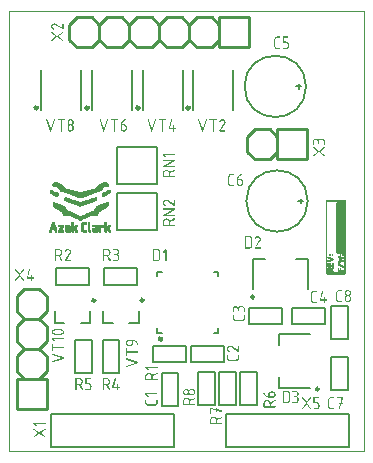
<source format=gto>
G04*
G04 #@! TF.GenerationSoftware,Altium Limited,Altium Designer,20.1.11 (218)*
G04*
G04 Layer_Color=16777215*
%FSLAX44Y44*%
%MOMM*%
G71*
G04*
G04 #@! TF.SameCoordinates,7590A8BC-6F61-42B1-8E90-CD4C0DD3AB11*
G04*
G04*
G04 #@! TF.FilePolarity,Positive*
G04*
G01*
G75*
%ADD10C,0.2500*%
%ADD11C,0.2000*%
%ADD12C,0.3000*%
%ADD13C,0.2540*%
%ADD14C,0.0254*%
%ADD15C,0.1000*%
G36*
X281912Y45981D02*
X282004Y45944D01*
X282097Y45870D01*
X282190Y45778D01*
X282245Y45648D01*
X282282Y45482D01*
Y45444D01*
X282264Y45352D01*
X281356Y41260D01*
X281838D01*
X281912Y41241D01*
X282023Y41186D01*
X282115Y41130D01*
X282208Y41038D01*
X282264Y40908D01*
X282282Y40723D01*
Y40704D01*
Y40649D01*
X282264Y40556D01*
X282208Y40464D01*
X282153Y40371D01*
X282060Y40278D01*
X281930Y40223D01*
X281745Y40204D01*
X281097D01*
X280153Y35872D01*
Y35853D01*
X280134Y35816D01*
X280097Y35742D01*
X280042Y35668D01*
X279986Y35594D01*
X279893Y35520D01*
X279782Y35483D01*
X279634Y35464D01*
X279560D01*
X279468Y35501D01*
X279375Y35538D01*
X279282Y35594D01*
X279190Y35686D01*
X279134Y35816D01*
X279116Y35983D01*
Y36001D01*
Y36020D01*
Y36094D01*
X280023Y40204D01*
X279560D01*
X279468Y40241D01*
X279375Y40278D01*
X279282Y40334D01*
X279190Y40427D01*
X279134Y40556D01*
X279116Y40723D01*
Y40741D01*
Y40815D01*
X279153Y40890D01*
X279190Y41001D01*
X279245Y41093D01*
X279338Y41186D01*
X279468Y41241D01*
X279634Y41260D01*
X280264D01*
X281079Y44945D01*
X277449D01*
X277357Y44982D01*
X277264Y45019D01*
X277172Y45074D01*
X277079Y45167D01*
X277023Y45296D01*
X277005Y45463D01*
Y45482D01*
Y45556D01*
X277042Y45630D01*
X277079Y45741D01*
X277134Y45833D01*
X277227Y45926D01*
X277357Y45981D01*
X277523Y46000D01*
X281819D01*
X281912Y45981D01*
D02*
G37*
G36*
X274542D02*
X274653Y45926D01*
X274746Y45870D01*
X274839Y45778D01*
X274894Y45648D01*
X274912Y45463D01*
Y45444D01*
Y45389D01*
X274894Y45296D01*
X274839Y45204D01*
X274783Y45111D01*
X274690Y45019D01*
X274561Y44963D01*
X274375Y44945D01*
X272172D01*
X272043Y44926D01*
X271894Y44889D01*
X271709Y44833D01*
X271524Y44741D01*
X271339Y44630D01*
X271154Y44482D01*
X271135Y44463D01*
X271080Y44408D01*
X271005Y44296D01*
X270931Y44167D01*
X270857Y44000D01*
X270783Y43815D01*
X270728Y43593D01*
X270709Y43352D01*
Y38093D01*
Y38056D01*
Y37982D01*
X270728Y37853D01*
X270765Y37705D01*
X270820Y37519D01*
X270894Y37334D01*
X271005Y37149D01*
X271154Y36964D01*
X271172Y36945D01*
X271246Y36890D01*
X271339Y36816D01*
X271468Y36742D01*
X271635Y36668D01*
X271820Y36594D01*
X272043Y36538D01*
X272283Y36519D01*
X274468D01*
X274542Y36501D01*
X274653Y36446D01*
X274746Y36390D01*
X274839Y36297D01*
X274894Y36168D01*
X274912Y35983D01*
Y35964D01*
Y35909D01*
X274894Y35816D01*
X274839Y35723D01*
X274783Y35631D01*
X274690Y35538D01*
X274561Y35483D01*
X274375Y35464D01*
X272172D01*
X272098Y35483D01*
X271894Y35501D01*
X271635Y35557D01*
X271339Y35649D01*
X271043Y35779D01*
X270709Y35964D01*
X270413Y36223D01*
X270376Y36260D01*
X270302Y36371D01*
X270172Y36519D01*
X270043Y36742D01*
X269895Y37020D01*
X269765Y37334D01*
X269691Y37705D01*
X269654Y38093D01*
Y43352D01*
Y43371D01*
Y43408D01*
Y43463D01*
X269672Y43537D01*
X269691Y43741D01*
X269746Y44000D01*
X269839Y44296D01*
X269969Y44611D01*
X270154Y44926D01*
X270413Y45222D01*
X270450Y45259D01*
X270561Y45352D01*
X270709Y45463D01*
X270931Y45611D01*
X271209Y45759D01*
X271524Y45870D01*
X271894Y45963D01*
X272283Y46000D01*
X274468D01*
X274542Y45981D01*
D02*
G37*
G36*
X286696Y136681D02*
X286900Y136662D01*
X287140Y136607D01*
X287437Y136514D01*
X287751Y136366D01*
X288066Y136181D01*
X288362Y135922D01*
X288400Y135885D01*
X288492Y135792D01*
X288603Y135625D01*
X288751Y135403D01*
X288899Y135126D01*
X289011Y134811D01*
X289103Y134459D01*
X289140Y134070D01*
Y134052D01*
Y134015D01*
Y133940D01*
X289122Y133848D01*
X289103Y133737D01*
X289085Y133607D01*
X289011Y133311D01*
X288881Y132978D01*
X288807Y132811D01*
X288696Y132626D01*
X288566Y132459D01*
X288437Y132274D01*
X288270Y132107D01*
X288085Y131959D01*
X288122Y131941D01*
X288214Y131848D01*
X288344Y131737D01*
X288492Y131570D01*
X288659Y131367D01*
X288807Y131126D01*
X288955Y130848D01*
X289048Y130552D01*
Y130533D01*
X289066Y130459D01*
X289085Y130348D01*
X289103Y130182D01*
Y129941D01*
X289122Y129645D01*
X289140Y129459D01*
Y129256D01*
Y129052D01*
Y128811D01*
Y128793D01*
Y128756D01*
Y128700D01*
X289122Y128626D01*
X289103Y128423D01*
X289048Y128163D01*
X288955Y127867D01*
X288807Y127571D01*
X288622Y127238D01*
X288362Y126941D01*
X288325Y126904D01*
X288233Y126830D01*
X288066Y126700D01*
X287844Y126571D01*
X287566Y126423D01*
X287251Y126293D01*
X286900Y126219D01*
X286511Y126182D01*
X286400D01*
X286326Y126201D01*
X286122Y126219D01*
X285863Y126275D01*
X285566Y126367D01*
X285270Y126497D01*
X284937Y126682D01*
X284641Y126941D01*
X284604Y126978D01*
X284529Y127089D01*
X284400Y127238D01*
X284270Y127460D01*
X284122Y127737D01*
X283993Y128052D01*
X283918Y128423D01*
X283881Y128811D01*
Y129848D01*
Y129867D01*
Y129904D01*
Y129978D01*
X283900Y130070D01*
X283918Y130182D01*
X283937Y130311D01*
X284011Y130608D01*
X284141Y130941D01*
X284233Y131126D01*
X284326Y131293D01*
X284455Y131478D01*
X284585Y131644D01*
X284752Y131811D01*
X284937Y131959D01*
X284918Y131978D01*
X284900Y131996D01*
X284844Y132033D01*
X284770Y132107D01*
X284604Y132274D01*
X284418Y132515D01*
X284215Y132830D01*
X284048Y133181D01*
X283974Y133385D01*
X283918Y133607D01*
X283900Y133829D01*
X283881Y134070D01*
Y134089D01*
Y134126D01*
Y134181D01*
X283900Y134255D01*
X283918Y134459D01*
X283974Y134700D01*
X284067Y134996D01*
X284196Y135311D01*
X284381Y135625D01*
X284641Y135922D01*
X284678Y135959D01*
X284789Y136051D01*
X284937Y136163D01*
X285159Y136311D01*
X285437Y136459D01*
X285752Y136570D01*
X286122Y136662D01*
X286511Y136699D01*
X286622D01*
X286696Y136681D01*
D02*
G37*
G36*
X281400Y136699D02*
X281511Y136644D01*
X281604Y136588D01*
X281696Y136496D01*
X281752Y136366D01*
X281770Y136181D01*
Y136163D01*
Y136107D01*
X281752Y136014D01*
X281696Y135922D01*
X281641Y135829D01*
X281548Y135737D01*
X281419Y135681D01*
X281234Y135662D01*
X279030D01*
X278901Y135644D01*
X278752Y135607D01*
X278567Y135551D01*
X278382Y135459D01*
X278197Y135348D01*
X278012Y135200D01*
X277993Y135181D01*
X277938Y135126D01*
X277864Y135014D01*
X277789Y134885D01*
X277715Y134718D01*
X277641Y134533D01*
X277586Y134311D01*
X277567Y134070D01*
Y128811D01*
Y128774D01*
Y128700D01*
X277586Y128571D01*
X277623Y128423D01*
X277678Y128237D01*
X277752Y128052D01*
X277864Y127867D01*
X278012Y127682D01*
X278030Y127663D01*
X278104Y127608D01*
X278197Y127534D01*
X278326Y127460D01*
X278493Y127386D01*
X278678Y127312D01*
X278901Y127256D01*
X279141Y127238D01*
X281326D01*
X281400Y127219D01*
X281511Y127163D01*
X281604Y127108D01*
X281696Y127015D01*
X281752Y126886D01*
X281770Y126700D01*
Y126682D01*
Y126626D01*
X281752Y126534D01*
X281696Y126441D01*
X281641Y126349D01*
X281548Y126256D01*
X281419Y126201D01*
X281234Y126182D01*
X279030D01*
X278956Y126201D01*
X278752Y126219D01*
X278493Y126275D01*
X278197Y126367D01*
X277901Y126497D01*
X277567Y126682D01*
X277271Y126941D01*
X277234Y126978D01*
X277160Y127089D01*
X277030Y127238D01*
X276901Y127460D01*
X276752Y127737D01*
X276623Y128052D01*
X276549Y128423D01*
X276512Y128811D01*
Y134070D01*
Y134089D01*
Y134126D01*
Y134181D01*
X276530Y134255D01*
X276549Y134459D01*
X276604Y134718D01*
X276697Y135014D01*
X276827Y135329D01*
X277012Y135644D01*
X277271Y135940D01*
X277308Y135977D01*
X277419Y136070D01*
X277567Y136181D01*
X277789Y136329D01*
X278067Y136477D01*
X278382Y136588D01*
X278752Y136681D01*
X279141Y136718D01*
X281326D01*
X281400Y136699D01*
D02*
G37*
G36*
X265349Y135956D02*
X265441Y135900D01*
X265534Y135845D01*
X265627Y135752D01*
X265682Y135623D01*
X265701Y135437D01*
Y135419D01*
Y135400D01*
X265682Y135289D01*
X263756Y128623D01*
X266238D01*
Y130197D01*
Y130216D01*
Y130271D01*
X266275Y130364D01*
X266312Y130456D01*
X266367Y130549D01*
X266460Y130642D01*
X266589Y130697D01*
X266756Y130716D01*
X266849D01*
X266923Y130697D01*
X267034Y130660D01*
X267126Y130586D01*
X267219Y130493D01*
X267274Y130364D01*
X267293Y130197D01*
Y128623D01*
X268423D01*
X268497Y128605D01*
X268608Y128549D01*
X268700Y128494D01*
X268793Y128401D01*
X268848Y128272D01*
X268867Y128086D01*
Y128068D01*
Y128012D01*
X268848Y127920D01*
X268793Y127827D01*
X268737Y127734D01*
X268645Y127642D01*
X268515Y127586D01*
X268330Y127568D01*
X267293D01*
Y125976D01*
Y125957D01*
Y125901D01*
X267274Y125809D01*
X267219Y125716D01*
X267163Y125624D01*
X267071Y125531D01*
X266941Y125476D01*
X266756Y125457D01*
X266682D01*
X266589Y125494D01*
X266497Y125531D01*
X266404Y125587D01*
X266312Y125679D01*
X266256Y125809D01*
X266238Y125976D01*
Y127568D01*
X262997D01*
X262905Y127605D01*
X262812Y127642D01*
X262719Y127697D01*
X262627Y127790D01*
X262571Y127920D01*
X262553Y128086D01*
Y128105D01*
Y128142D01*
Y128235D01*
X264664Y135586D01*
Y135604D01*
X264682Y135641D01*
X264719Y135715D01*
X264775Y135789D01*
X264849Y135845D01*
X264923Y135919D01*
X265053Y135956D01*
X265182Y135974D01*
X265256D01*
X265349Y135956D01*
D02*
G37*
G36*
X260072Y135974D02*
X260183Y135919D01*
X260275Y135863D01*
X260368Y135771D01*
X260423Y135641D01*
X260442Y135456D01*
Y135437D01*
Y135382D01*
X260423Y135289D01*
X260368Y135197D01*
X260312Y135104D01*
X260220Y135012D01*
X260090Y134956D01*
X259905Y134937D01*
X257701D01*
X257572Y134919D01*
X257424Y134882D01*
X257239Y134826D01*
X257053Y134734D01*
X256868Y134623D01*
X256683Y134475D01*
X256665Y134456D01*
X256609Y134401D01*
X256535Y134289D01*
X256461Y134160D01*
X256387Y133993D01*
X256313Y133808D01*
X256257Y133586D01*
X256239Y133345D01*
Y128086D01*
Y128049D01*
Y127975D01*
X256257Y127846D01*
X256294Y127697D01*
X256350Y127512D01*
X256424Y127327D01*
X256535Y127142D01*
X256683Y126957D01*
X256702Y126938D01*
X256776Y126883D01*
X256868Y126809D01*
X256998Y126735D01*
X257164Y126661D01*
X257350Y126587D01*
X257572Y126531D01*
X257813Y126512D01*
X259998D01*
X260072Y126494D01*
X260183Y126438D01*
X260275Y126383D01*
X260368Y126290D01*
X260423Y126161D01*
X260442Y125976D01*
Y125957D01*
Y125901D01*
X260423Y125809D01*
X260368Y125716D01*
X260312Y125624D01*
X260220Y125531D01*
X260090Y125476D01*
X259905Y125457D01*
X257701D01*
X257627Y125476D01*
X257424Y125494D01*
X257164Y125550D01*
X256868Y125642D01*
X256572Y125772D01*
X256239Y125957D01*
X255942Y126216D01*
X255905Y126253D01*
X255831Y126364D01*
X255702Y126512D01*
X255572Y126735D01*
X255424Y127012D01*
X255294Y127327D01*
X255220Y127697D01*
X255183Y128086D01*
Y133345D01*
Y133364D01*
Y133401D01*
Y133456D01*
X255202Y133530D01*
X255220Y133734D01*
X255276Y133993D01*
X255368Y134289D01*
X255498Y134604D01*
X255683Y134919D01*
X255942Y135215D01*
X255979Y135252D01*
X256091Y135345D01*
X256239Y135456D01*
X256461Y135604D01*
X256739Y135752D01*
X257053Y135863D01*
X257424Y135956D01*
X257813Y135993D01*
X259998D01*
X260072Y135974D01*
D02*
G37*
G36*
X45420Y362360D02*
X45513Y362305D01*
X45605Y362249D01*
X45698Y362157D01*
X45753Y362027D01*
X45772Y361842D01*
Y357565D01*
X45735Y357472D01*
X45698Y357379D01*
X45642Y357268D01*
X45550Y357194D01*
X45420Y357120D01*
X45253Y357102D01*
X45216D01*
X45161Y357120D01*
X45050Y357139D01*
X44957Y357194D01*
X38754Y361064D01*
X38735Y361083D01*
X38680Y361101D01*
X38587Y361138D01*
X38476Y361194D01*
X38347Y361249D01*
X38198Y361286D01*
X38050Y361305D01*
X37884Y361323D01*
X37847D01*
X37773D01*
X37643Y361305D01*
X37495Y361268D01*
X37310Y361212D01*
X37125Y361120D01*
X36939Y361009D01*
X36754Y360860D01*
X36736Y360842D01*
X36680Y360787D01*
X36606Y360675D01*
X36514Y360546D01*
X36439Y360379D01*
X36365Y360194D01*
X36310Y359972D01*
X36291Y359731D01*
Y359694D01*
X36310Y359583D01*
X36365Y359416D01*
X36458Y359194D01*
X36532Y359064D01*
X36625Y358935D01*
X36717Y358805D01*
X36847Y358657D01*
X37013Y358509D01*
X37180Y358379D01*
X37384Y358231D01*
X37624Y358083D01*
X37643D01*
X37661Y358064D01*
X37754Y357972D01*
X37847Y357842D01*
X37865Y357750D01*
X37884Y357639D01*
Y357565D01*
X37847Y357472D01*
X37810Y357379D01*
X37754Y357268D01*
X37661Y357194D01*
X37532Y357120D01*
X37347Y357102D01*
X37328D01*
X37273D01*
X37217Y357120D01*
X37143Y357157D01*
X37125Y357176D01*
X37069Y357194D01*
X36958Y357250D01*
X36847Y357342D01*
X36699Y357435D01*
X36532Y357546D01*
X36365Y357694D01*
X36180Y357842D01*
X36014Y358027D01*
X35847Y358213D01*
X35680Y358435D01*
X35532Y358657D01*
X35403Y358898D01*
X35310Y359157D01*
X35254Y359435D01*
X35236Y359731D01*
Y359842D01*
X35254Y359916D01*
X35273Y360120D01*
X35329Y360379D01*
X35421Y360675D01*
X35569Y360990D01*
X35754Y361305D01*
X36014Y361601D01*
X36051Y361638D01*
X36143Y361731D01*
X36310Y361842D01*
X36532Y361990D01*
X36810Y362138D01*
X37125Y362249D01*
X37495Y362342D01*
X37884Y362379D01*
X37921D01*
X38013D01*
X38161Y362360D01*
X38347Y362323D01*
X38587Y362268D01*
X38828Y362175D01*
X39106Y362064D01*
X39402Y361897D01*
X44716Y358583D01*
Y361935D01*
X44735Y362009D01*
X44790Y362120D01*
X44846Y362212D01*
X44939Y362305D01*
X45068Y362360D01*
X45253Y362379D01*
X45272D01*
X45327D01*
X45420Y362360D01*
D02*
G37*
G36*
Y354972D02*
X45513Y354935D01*
X45605Y354861D01*
X45698Y354769D01*
X45753Y354639D01*
X45772Y354472D01*
Y354417D01*
X45735Y354306D01*
X45679Y354157D01*
X45624Y354083D01*
X45550Y354028D01*
X41476Y351306D01*
X45550Y348584D01*
X45587Y348565D01*
X45661Y348473D01*
X45735Y348343D01*
X45753Y348251D01*
X45772Y348158D01*
Y348084D01*
X45735Y347991D01*
X45698Y347899D01*
X45642Y347788D01*
X45550Y347714D01*
X45420Y347640D01*
X45253Y347621D01*
X45216D01*
X45161Y347640D01*
X45050Y347658D01*
X44957Y347714D01*
X40513Y350676D01*
X36088Y347714D01*
X36069Y347695D01*
X35995Y347677D01*
X35903Y347640D01*
X35791Y347621D01*
X35773D01*
X35699D01*
X35625Y347658D01*
X35514Y347695D01*
X35421Y347751D01*
X35329Y347843D01*
X35273Y347973D01*
X35254Y348158D01*
Y348214D01*
X35291Y348325D01*
X35347Y348454D01*
X35421Y348529D01*
X35495Y348584D01*
X39569Y351306D01*
X35495Y354028D01*
X35477D01*
X35458Y354065D01*
X35366Y354139D01*
X35291Y354287D01*
X35273Y354361D01*
X35254Y354472D01*
Y354546D01*
X35273Y354639D01*
X35329Y354731D01*
X35384Y354824D01*
X35477Y354917D01*
X35606Y354972D01*
X35791Y354991D01*
X35810D01*
X35884D01*
X35977Y354954D01*
X36088Y354917D01*
X40513Y351954D01*
X44957Y354917D01*
X44976Y354935D01*
X45050Y354954D01*
X45142Y354972D01*
X45253Y354991D01*
X45272D01*
X45327D01*
X45420Y354972D01*
D02*
G37*
G36*
X30257Y24305D02*
X30350Y24249D01*
X30442Y24194D01*
X30535Y24101D01*
X30590Y23972D01*
X30609Y23786D01*
Y23712D01*
X30572Y23620D01*
X30535Y23527D01*
X30479Y23435D01*
X30387Y23342D01*
X30257Y23286D01*
X30090Y23268D01*
X21887D01*
X23110Y22046D01*
X23128Y22027D01*
X23184Y21953D01*
X23239Y21824D01*
X23258Y21676D01*
Y21602D01*
X23221Y21509D01*
X23184Y21416D01*
X23128Y21324D01*
X23035Y21231D01*
X22906Y21176D01*
X22739Y21157D01*
X22721D01*
X22702D01*
X22610Y21176D01*
X22480Y21213D01*
X22369Y21305D01*
X20313Y23361D01*
X20295Y23379D01*
X20276Y23398D01*
X20202Y23490D01*
X20128Y23620D01*
X20091Y23712D01*
Y23879D01*
X20110Y23953D01*
X20165Y24064D01*
X20221Y24157D01*
X20313Y24249D01*
X20443Y24305D01*
X20628Y24323D01*
X30090D01*
X30109D01*
X30164D01*
X30257Y24305D01*
D02*
G37*
G36*
Y19028D02*
X30350Y18991D01*
X30442Y18917D01*
X30535Y18824D01*
X30590Y18694D01*
X30609Y18528D01*
Y18472D01*
X30572Y18361D01*
X30516Y18213D01*
X30461Y18139D01*
X30387Y18083D01*
X26313Y15361D01*
X30387Y12639D01*
X30424Y12621D01*
X30498Y12528D01*
X30572Y12399D01*
X30590Y12306D01*
X30609Y12214D01*
Y12140D01*
X30572Y12047D01*
X30535Y11954D01*
X30479Y11843D01*
X30387Y11769D01*
X30257Y11695D01*
X30090Y11677D01*
X30053D01*
X29998Y11695D01*
X29887Y11714D01*
X29794Y11769D01*
X25350Y14732D01*
X20924Y11769D01*
X20906Y11751D01*
X20832Y11732D01*
X20739Y11695D01*
X20628Y11677D01*
X20610D01*
X20536D01*
X20462Y11714D01*
X20350Y11751D01*
X20258Y11806D01*
X20165Y11899D01*
X20110Y12028D01*
X20091Y12214D01*
Y12269D01*
X20128Y12380D01*
X20184Y12510D01*
X20258Y12584D01*
X20332Y12639D01*
X24406Y15361D01*
X20332Y18083D01*
X20313D01*
X20295Y18120D01*
X20202Y18194D01*
X20128Y18343D01*
X20110Y18417D01*
X20091Y18528D01*
Y18602D01*
X20110Y18694D01*
X20165Y18787D01*
X20221Y18879D01*
X20313Y18972D01*
X20443Y19028D01*
X20628Y19046D01*
X20647D01*
X20721D01*
X20813Y19009D01*
X20924Y18972D01*
X25350Y16010D01*
X29794Y18972D01*
X29813Y18991D01*
X29887Y19009D01*
X29979Y19028D01*
X30090Y19046D01*
X30109D01*
X30164D01*
X30257Y19028D01*
D02*
G37*
G36*
X254822Y45963D02*
X254915Y45908D01*
X255007Y45852D01*
X255100Y45759D01*
X255155Y45630D01*
X255174Y45444D01*
Y45426D01*
Y45352D01*
X255137Y45259D01*
X255100Y45148D01*
X252137Y40723D01*
X255100Y36279D01*
X255118Y36260D01*
X255137Y36186D01*
X255155Y36094D01*
X255174Y35983D01*
Y35964D01*
Y35909D01*
X255155Y35816D01*
X255118Y35723D01*
X255044Y35631D01*
X254952Y35538D01*
X254822Y35483D01*
X254655Y35464D01*
X254600D01*
X254489Y35501D01*
X254341Y35557D01*
X254267Y35612D01*
X254211Y35686D01*
X251489Y39760D01*
X248767Y35686D01*
X248749Y35649D01*
X248656Y35575D01*
X248526Y35501D01*
X248434Y35483D01*
X248341Y35464D01*
X248267D01*
X248175Y35501D01*
X248082Y35538D01*
X247971Y35594D01*
X247897Y35686D01*
X247823Y35816D01*
X247804Y35983D01*
Y36020D01*
X247823Y36075D01*
X247841Y36186D01*
X247897Y36279D01*
X250860Y40723D01*
X247897Y45148D01*
X247878Y45167D01*
X247860Y45241D01*
X247823Y45333D01*
X247804Y45444D01*
Y45463D01*
Y45537D01*
X247841Y45611D01*
X247878Y45722D01*
X247934Y45815D01*
X248027Y45908D01*
X248156Y45963D01*
X248341Y45981D01*
X248397D01*
X248508Y45944D01*
X248638Y45889D01*
X248712Y45815D01*
X248767Y45741D01*
X251489Y41667D01*
X254211Y45741D01*
Y45759D01*
X254248Y45778D01*
X254322Y45870D01*
X254470Y45944D01*
X254544Y45963D01*
X254655Y45981D01*
X254730D01*
X254822Y45963D01*
D02*
G37*
G36*
X261673Y45981D02*
X261766Y45926D01*
X261859Y45870D01*
X261951Y45778D01*
X262007Y45648D01*
X262025Y45463D01*
Y45444D01*
Y45389D01*
X262007Y45296D01*
X261970Y45204D01*
X261896Y45111D01*
X261803Y45019D01*
X261673Y44963D01*
X261507Y44945D01*
X258359D01*
Y41778D01*
X260044D01*
X260118Y41760D01*
X260322Y41741D01*
X260581Y41686D01*
X260859Y41593D01*
X261173Y41445D01*
X261488Y41260D01*
X261784Y41001D01*
X261821Y40964D01*
X261914Y40871D01*
X262025Y40704D01*
X262173Y40482D01*
X262321Y40204D01*
X262432Y39890D01*
X262525Y39519D01*
X262562Y39130D01*
Y38093D01*
Y38075D01*
Y38038D01*
Y37982D01*
X262544Y37908D01*
X262525Y37705D01*
X262470Y37445D01*
X262377Y37149D01*
X262229Y36853D01*
X262044Y36519D01*
X261784Y36223D01*
X261747Y36186D01*
X261655Y36112D01*
X261488Y35983D01*
X261266Y35853D01*
X260988Y35705D01*
X260673Y35575D01*
X260322Y35501D01*
X259933Y35464D01*
X257748D01*
X257655Y35501D01*
X257563Y35538D01*
X257470Y35594D01*
X257377Y35686D01*
X257322Y35816D01*
X257303Y35983D01*
Y36001D01*
Y36075D01*
X257340Y36149D01*
X257377Y36260D01*
X257433Y36353D01*
X257526Y36446D01*
X257655Y36501D01*
X257822Y36519D01*
X260025D01*
X260155Y36538D01*
X260303Y36575D01*
X260488Y36631D01*
X260673Y36705D01*
X260859Y36816D01*
X261044Y36964D01*
X261062Y36983D01*
X261118Y37057D01*
X261192Y37149D01*
X261284Y37279D01*
X261359Y37445D01*
X261433Y37631D01*
X261488Y37853D01*
X261507Y38093D01*
Y39130D01*
Y39167D01*
Y39241D01*
X261488Y39371D01*
X261451Y39519D01*
X261395Y39704D01*
X261303Y39890D01*
X261192Y40075D01*
X261044Y40260D01*
X261025Y40278D01*
X260970Y40334D01*
X260859Y40408D01*
X260729Y40501D01*
X260562Y40575D01*
X260377Y40649D01*
X260155Y40704D01*
X259914Y40723D01*
X257748D01*
X257655Y40760D01*
X257563Y40797D01*
X257470Y40852D01*
X257377Y40945D01*
X257322Y41075D01*
X257303Y41241D01*
Y45463D01*
Y45482D01*
Y45556D01*
X257340Y45630D01*
X257377Y45741D01*
X257433Y45833D01*
X257526Y45926D01*
X257655Y45981D01*
X257822Y46000D01*
X261581D01*
X261673Y45981D01*
D02*
G37*
G36*
X104555Y94573D02*
X104741Y94554D01*
X104963Y94517D01*
X105222Y94462D01*
X105518Y94388D01*
X105815Y94277D01*
X106148Y94147D01*
X106500Y93980D01*
X106852Y93777D01*
X107203Y93536D01*
X107555Y93258D01*
X107888Y92925D01*
X108222Y92536D01*
X108518Y92092D01*
X108537Y92055D01*
X108592Y91962D01*
X108685Y91814D01*
X108759Y91647D01*
X108851Y91462D01*
X108944Y91258D01*
X108999Y91073D01*
X109018Y90907D01*
Y90870D01*
X108999Y90777D01*
X108962Y90666D01*
X108870Y90536D01*
X108833Y90518D01*
X108759Y90462D01*
X108648Y90407D01*
X108499Y90388D01*
X108481D01*
X108444D01*
X108370Y90407D01*
X108296Y90425D01*
X108148Y90499D01*
X108092Y90555D01*
X108055Y90647D01*
X108036Y90666D01*
X108018Y90740D01*
X107981Y90851D01*
X107925Y90981D01*
X107777Y91295D01*
X107703Y91444D01*
X107611Y91592D01*
X107592Y91610D01*
X107555Y91666D01*
X107500Y91758D01*
X107407Y91869D01*
X107296Y91999D01*
X107166Y92147D01*
X107018Y92295D01*
X106852Y92462D01*
X106666Y92647D01*
X106444Y92814D01*
X106222Y92962D01*
X105963Y93110D01*
X105703Y93240D01*
X105426Y93351D01*
X105129Y93443D01*
X104815Y93499D01*
Y91833D01*
X104796Y91758D01*
X104778Y91555D01*
X104722Y91314D01*
X104629Y91018D01*
X104500Y90703D01*
X104315Y90388D01*
X104056Y90092D01*
X104018Y90055D01*
X103907Y89981D01*
X103759Y89851D01*
X103537Y89722D01*
X103259Y89573D01*
X102944Y89444D01*
X102574Y89370D01*
X102185Y89333D01*
X101148D01*
X101130D01*
X101093D01*
X101037D01*
X100963Y89351D01*
X100759Y89370D01*
X100500Y89425D01*
X100204Y89518D01*
X99889Y89648D01*
X99574Y89833D01*
X99278Y90092D01*
X99241Y90129D01*
X99149Y90240D01*
X99038Y90388D01*
X98889Y90610D01*
X98741Y90888D01*
X98630Y91203D01*
X98538Y91573D01*
X98500Y91962D01*
Y92073D01*
X98519Y92147D01*
X98538Y92351D01*
X98593Y92610D01*
X98686Y92888D01*
X98834Y93203D01*
X99019Y93518D01*
X99278Y93814D01*
X99315Y93851D01*
X99408Y93943D01*
X99574Y94054D01*
X99797Y94203D01*
X100056Y94351D01*
X100371Y94462D01*
X100741Y94554D01*
X101130Y94591D01*
X104296D01*
X104333D01*
X104407D01*
X104555Y94573D01*
D02*
G37*
G36*
X99186Y87203D02*
X99278Y87148D01*
X99371Y87092D01*
X99463Y87000D01*
X99519Y86870D01*
X99537Y86685D01*
Y84593D01*
X108499D01*
X108518D01*
X108574D01*
X108666Y84574D01*
X108759Y84518D01*
X108851Y84463D01*
X108944Y84370D01*
X108999Y84241D01*
X109018Y84056D01*
Y83981D01*
X108981Y83889D01*
X108944Y83796D01*
X108888Y83704D01*
X108796Y83611D01*
X108666Y83555D01*
X108499Y83537D01*
X99537D01*
Y81352D01*
X99500Y81259D01*
X99463Y81167D01*
X99408Y81056D01*
X99315Y80982D01*
X99186Y80908D01*
X99019Y80889D01*
X99000D01*
X98926D01*
X98852Y80926D01*
X98741Y80963D01*
X98649Y81019D01*
X98556Y81111D01*
X98500Y81241D01*
X98482Y81426D01*
Y86777D01*
X98500Y86852D01*
X98556Y86963D01*
X98612Y87055D01*
X98704Y87148D01*
X98834Y87203D01*
X99019Y87222D01*
X99038D01*
X99093D01*
X99186Y87203D01*
D02*
G37*
G36*
X99204Y78760D02*
X108629Y75612D01*
X108648D01*
X108685Y75593D01*
X108814Y75501D01*
X108888Y75427D01*
X108962Y75334D01*
X108999Y75223D01*
X109018Y75093D01*
Y75038D01*
X108999Y74964D01*
X108962Y74890D01*
X108925Y74797D01*
X108851Y74723D01*
X108759Y74649D01*
X108629Y74575D01*
X99204Y71446D01*
X99186D01*
X99149Y71427D01*
X99038Y71409D01*
X99019D01*
X98945D01*
X98871Y71446D01*
X98760Y71483D01*
X98667Y71538D01*
X98575Y71631D01*
X98519Y71761D01*
X98500Y71946D01*
Y72001D01*
X98519Y72075D01*
X98538Y72149D01*
X98593Y72223D01*
X98649Y72316D01*
X98741Y72390D01*
X98871Y72446D01*
X106833Y75093D01*
X98871Y77760D01*
X98852D01*
X98815Y77778D01*
X98686Y77871D01*
X98612Y77927D01*
X98556Y78019D01*
X98519Y78130D01*
X98500Y78260D01*
Y78334D01*
X98519Y78426D01*
X98575Y78519D01*
X98630Y78612D01*
X98723Y78704D01*
X98852Y78760D01*
X99038Y78778D01*
X99056D01*
X99093D01*
X99204Y78760D01*
D02*
G37*
G36*
X41502Y103702D02*
X41688D01*
X41910Y103684D01*
X42132Y103665D01*
X42650Y103610D01*
X43187Y103517D01*
X43743Y103406D01*
X44280Y103258D01*
X44299D01*
X44373Y103221D01*
X44465Y103184D01*
X44595Y103128D01*
X44743Y103054D01*
X44910Y102962D01*
X45280Y102739D01*
X45650Y102425D01*
X45817Y102258D01*
X45965Y102054D01*
X46095Y101851D01*
X46187Y101610D01*
X46261Y101369D01*
X46280Y101091D01*
Y101017D01*
X46261Y100943D01*
X46243Y100851D01*
X46224Y100721D01*
X46169Y100573D01*
X46113Y100425D01*
X46021Y100258D01*
X45928Y100073D01*
X45798Y99906D01*
X45632Y99721D01*
X45428Y99536D01*
X45206Y99369D01*
X44947Y99203D01*
X44632Y99036D01*
X44280Y98906D01*
X44261D01*
X44224Y98888D01*
X44132Y98869D01*
X44039Y98832D01*
X43910Y98795D01*
X43743Y98758D01*
X43558Y98721D01*
X43354Y98684D01*
X43132Y98647D01*
X42873Y98610D01*
X42614Y98573D01*
X42317Y98536D01*
X41706Y98481D01*
X41021Y98462D01*
X41003D01*
X40929D01*
X40836D01*
X40706D01*
X40540Y98481D01*
X40354D01*
X40132Y98499D01*
X39910Y98518D01*
X39392Y98573D01*
X38855Y98647D01*
X38299Y98758D01*
X37762Y98906D01*
X37744D01*
X37670Y98944D01*
X37577Y98981D01*
X37447Y99036D01*
X37299Y99110D01*
X37114Y99203D01*
X36744Y99443D01*
X36373Y99740D01*
X36207Y99925D01*
X36059Y100110D01*
X35929Y100332D01*
X35836Y100573D01*
X35762Y100814D01*
X35744Y101091D01*
Y101166D01*
X35762Y101240D01*
X35781Y101332D01*
X35799Y101462D01*
X35855Y101591D01*
X35910Y101758D01*
X36003Y101925D01*
X36096Y102091D01*
X36244Y102276D01*
X36392Y102443D01*
X36596Y102628D01*
X36818Y102795D01*
X37096Y102962D01*
X37410Y103128D01*
X37762Y103258D01*
X37781D01*
X37818Y103276D01*
X37892Y103295D01*
X38003Y103332D01*
X38133Y103369D01*
X38299Y103406D01*
X38484Y103443D01*
X38688Y103499D01*
X38910Y103536D01*
X39151Y103573D01*
X39429Y103610D01*
X39706Y103647D01*
X40336Y103702D01*
X41021Y103721D01*
X41040D01*
X41095D01*
X41206D01*
X41336D01*
X41502Y103702D01*
D02*
G37*
G36*
X45928Y96333D02*
X46021Y96277D01*
X46113Y96222D01*
X46206Y96129D01*
X46261Y95999D01*
X46280Y95814D01*
Y95740D01*
X46243Y95647D01*
X46206Y95555D01*
X46150Y95462D01*
X46058Y95370D01*
X45928Y95314D01*
X45761Y95296D01*
X37559D01*
X38781Y94074D01*
X38799Y94055D01*
X38855Y93981D01*
X38910Y93851D01*
X38929Y93703D01*
Y93629D01*
X38892Y93537D01*
X38855Y93444D01*
X38799Y93351D01*
X38707Y93259D01*
X38577Y93203D01*
X38410Y93185D01*
X38392D01*
X38373D01*
X38281Y93203D01*
X38151Y93240D01*
X38040Y93333D01*
X35985Y95388D01*
X35966Y95407D01*
X35947Y95425D01*
X35873Y95518D01*
X35799Y95647D01*
X35762Y95740D01*
Y95907D01*
X35781Y95981D01*
X35836Y96092D01*
X35892Y96185D01*
X35985Y96277D01*
X36114Y96333D01*
X36299Y96351D01*
X45761D01*
X45780D01*
X45835D01*
X45928Y96333D01*
D02*
G37*
G36*
X36448Y91074D02*
X36540Y91018D01*
X36633Y90963D01*
X36725Y90870D01*
X36781Y90741D01*
X36799Y90555D01*
Y88463D01*
X45761D01*
X45780D01*
X45835D01*
X45928Y88445D01*
X46021Y88389D01*
X46113Y88334D01*
X46206Y88241D01*
X46261Y88111D01*
X46280Y87926D01*
Y87852D01*
X46243Y87760D01*
X46206Y87667D01*
X46150Y87574D01*
X46058Y87482D01*
X45928Y87426D01*
X45761Y87408D01*
X36799D01*
Y85223D01*
X36762Y85130D01*
X36725Y85037D01*
X36670Y84926D01*
X36577Y84852D01*
X36448Y84778D01*
X36281Y84760D01*
X36262D01*
X36188D01*
X36114Y84797D01*
X36003Y84834D01*
X35910Y84889D01*
X35818Y84982D01*
X35762Y85112D01*
X35744Y85297D01*
Y90648D01*
X35762Y90722D01*
X35818Y90833D01*
X35873Y90926D01*
X35966Y91018D01*
X36096Y91074D01*
X36281Y91093D01*
X36299D01*
X36355D01*
X36448Y91074D01*
D02*
G37*
G36*
X36466Y82630D02*
X45891Y79482D01*
X45910D01*
X45946Y79464D01*
X46076Y79371D01*
X46150Y79297D01*
X46224Y79205D01*
X46261Y79094D01*
X46280Y78964D01*
Y78909D01*
X46261Y78835D01*
X46224Y78760D01*
X46187Y78668D01*
X46113Y78594D01*
X46021Y78520D01*
X45891Y78446D01*
X36466Y75316D01*
X36448D01*
X36410Y75298D01*
X36299Y75279D01*
X36281D01*
X36207D01*
X36133Y75316D01*
X36022Y75353D01*
X35929Y75409D01*
X35836Y75501D01*
X35781Y75631D01*
X35762Y75816D01*
Y75872D01*
X35781Y75946D01*
X35799Y76020D01*
X35855Y76094D01*
X35910Y76187D01*
X36003Y76261D01*
X36133Y76316D01*
X44095Y78964D01*
X36133Y81630D01*
X36114D01*
X36077Y81649D01*
X35947Y81742D01*
X35873Y81797D01*
X35818Y81890D01*
X35781Y82001D01*
X35762Y82130D01*
Y82205D01*
X35781Y82297D01*
X35836Y82390D01*
X35892Y82482D01*
X35985Y82575D01*
X36114Y82630D01*
X36299Y82649D01*
X36318D01*
X36355D01*
X36466Y82630D01*
D02*
G37*
G36*
X68555Y62249D02*
X68647Y62194D01*
X68740Y62138D01*
X68833Y62046D01*
X68888Y61916D01*
X68907Y61731D01*
Y61712D01*
Y61657D01*
X68888Y61564D01*
X68851Y61472D01*
X68777Y61379D01*
X68685Y61287D01*
X68555Y61231D01*
X68388Y61213D01*
X65241D01*
Y58046D01*
X66926D01*
X67000Y58028D01*
X67203Y58009D01*
X67463Y57954D01*
X67740Y57861D01*
X68055Y57713D01*
X68370Y57528D01*
X68666Y57269D01*
X68703Y57231D01*
X68796Y57139D01*
X68907Y56972D01*
X69055Y56750D01*
X69203Y56472D01*
X69314Y56157D01*
X69407Y55787D01*
X69444Y55398D01*
Y54361D01*
Y54343D01*
Y54306D01*
Y54250D01*
X69425Y54176D01*
X69407Y53973D01*
X69351Y53713D01*
X69259Y53417D01*
X69110Y53121D01*
X68925Y52787D01*
X68666Y52491D01*
X68629Y52454D01*
X68536Y52380D01*
X68370Y52250D01*
X68148Y52121D01*
X67870Y51973D01*
X67555Y51843D01*
X67203Y51769D01*
X66814Y51732D01*
X64629D01*
X64537Y51769D01*
X64444Y51806D01*
X64352Y51862D01*
X64259Y51954D01*
X64204Y52084D01*
X64185Y52250D01*
Y52269D01*
Y52343D01*
X64222Y52417D01*
X64259Y52528D01*
X64315Y52621D01*
X64407Y52713D01*
X64537Y52769D01*
X64703Y52787D01*
X66907D01*
X67037Y52806D01*
X67185Y52843D01*
X67370Y52899D01*
X67555Y52973D01*
X67740Y53084D01*
X67925Y53232D01*
X67944Y53250D01*
X68000Y53324D01*
X68074Y53417D01*
X68166Y53547D01*
X68240Y53713D01*
X68314Y53899D01*
X68370Y54121D01*
X68388Y54361D01*
Y55398D01*
Y55435D01*
Y55509D01*
X68370Y55639D01*
X68333Y55787D01*
X68277Y55972D01*
X68185Y56157D01*
X68074Y56343D01*
X67925Y56528D01*
X67907Y56546D01*
X67851Y56602D01*
X67740Y56676D01*
X67611Y56768D01*
X67444Y56843D01*
X67259Y56917D01*
X67037Y56972D01*
X66796Y56991D01*
X64629D01*
X64537Y57028D01*
X64444Y57065D01*
X64352Y57120D01*
X64259Y57213D01*
X64204Y57343D01*
X64185Y57509D01*
Y61731D01*
Y61750D01*
Y61824D01*
X64222Y61898D01*
X64259Y62009D01*
X64315Y62101D01*
X64407Y62194D01*
X64537Y62249D01*
X64703Y62268D01*
X68462D01*
X68555Y62249D01*
D02*
G37*
G36*
X59130D02*
X59241D01*
X59371Y62212D01*
X59686Y62157D01*
X60037Y62046D01*
X60408Y61879D01*
X60593Y61768D01*
X60778Y61657D01*
X60963Y61509D01*
X61148Y61342D01*
X61167Y61324D01*
X61185Y61305D01*
X61241Y61250D01*
X61296Y61175D01*
X61371Y61083D01*
X61445Y60972D01*
X61611Y60713D01*
X61778Y60398D01*
X61926Y60009D01*
X62037Y59583D01*
X62056Y59342D01*
X62074Y59102D01*
Y59083D01*
Y59009D01*
X62056Y58898D01*
X62037Y58750D01*
X62019Y58565D01*
X61982Y58380D01*
X61908Y58157D01*
X61833Y57917D01*
X61741Y57676D01*
X61611Y57417D01*
X61463Y57176D01*
X61278Y56935D01*
X61056Y56713D01*
X60796Y56509D01*
X60500Y56324D01*
X60167Y56157D01*
X62019Y52491D01*
X62037Y52473D01*
X62056Y52417D01*
X62074Y52343D01*
Y52250D01*
Y52214D01*
X62056Y52121D01*
X62000Y52010D01*
X61908Y51880D01*
X61870Y51862D01*
X61796Y51806D01*
X61685Y51750D01*
X61537Y51732D01*
X61482D01*
X61426Y51750D01*
X61352Y51769D01*
X61278Y51806D01*
X61204Y51843D01*
X61130Y51917D01*
X61074Y52010D01*
X59111Y55935D01*
X56815D01*
Y52250D01*
Y52232D01*
Y52176D01*
X56797Y52084D01*
X56741Y51991D01*
X56686Y51899D01*
X56593Y51806D01*
X56464Y51750D01*
X56278Y51732D01*
X56204D01*
X56112Y51769D01*
X56019Y51806D01*
X55927Y51862D01*
X55834Y51954D01*
X55778Y52084D01*
X55760Y52250D01*
Y61731D01*
Y61750D01*
Y61824D01*
X55797Y61898D01*
X55834Y62009D01*
X55890Y62101D01*
X55982Y62194D01*
X56112Y62249D01*
X56278Y62268D01*
X59037D01*
X59130Y62249D01*
D02*
G37*
G36*
X89992Y62231D02*
X90084Y62175D01*
X90177Y62120D01*
X90269Y62027D01*
X90325Y61898D01*
X90343Y61712D01*
Y61694D01*
Y61675D01*
X90325Y61564D01*
X88399Y54898D01*
X90880D01*
Y56472D01*
Y56491D01*
Y56546D01*
X90917Y56639D01*
X90954Y56732D01*
X91010Y56824D01*
X91103Y56917D01*
X91232Y56972D01*
X91399Y56991D01*
X91491D01*
X91565Y56972D01*
X91677Y56935D01*
X91769Y56861D01*
X91862Y56768D01*
X91917Y56639D01*
X91936Y56472D01*
Y54898D01*
X93065D01*
X93139Y54880D01*
X93250Y54824D01*
X93343Y54769D01*
X93436Y54676D01*
X93491Y54547D01*
X93510Y54361D01*
Y54343D01*
Y54287D01*
X93491Y54195D01*
X93436Y54102D01*
X93380Y54010D01*
X93287Y53917D01*
X93158Y53861D01*
X92973Y53843D01*
X91936D01*
Y52250D01*
Y52232D01*
Y52176D01*
X91917Y52084D01*
X91862Y51991D01*
X91806Y51899D01*
X91713Y51806D01*
X91584Y51750D01*
X91399Y51732D01*
X91325D01*
X91232Y51769D01*
X91139Y51806D01*
X91047Y51862D01*
X90954Y51954D01*
X90899Y52084D01*
X90880Y52250D01*
Y53843D01*
X87640D01*
X87547Y53880D01*
X87455Y53917D01*
X87362Y53973D01*
X87269Y54065D01*
X87214Y54195D01*
X87196Y54361D01*
Y54380D01*
Y54417D01*
Y54510D01*
X89306Y61861D01*
Y61879D01*
X89325Y61916D01*
X89362Y61990D01*
X89417Y62064D01*
X89492Y62120D01*
X89566Y62194D01*
X89695Y62231D01*
X89825Y62249D01*
X89899D01*
X89992Y62231D01*
D02*
G37*
G36*
X82140Y62249D02*
X82252D01*
X82381Y62212D01*
X82696Y62157D01*
X83048Y62046D01*
X83418Y61879D01*
X83603Y61768D01*
X83788Y61657D01*
X83974Y61509D01*
X84159Y61342D01*
X84177Y61324D01*
X84196Y61305D01*
X84251Y61250D01*
X84307Y61175D01*
X84381Y61083D01*
X84455Y60972D01*
X84622Y60713D01*
X84788Y60398D01*
X84936Y60009D01*
X85048Y59583D01*
X85066Y59342D01*
X85085Y59102D01*
Y59083D01*
Y59009D01*
X85066Y58898D01*
X85048Y58750D01*
X85029Y58565D01*
X84992Y58380D01*
X84918Y58157D01*
X84844Y57917D01*
X84751Y57676D01*
X84622Y57417D01*
X84473Y57176D01*
X84288Y56935D01*
X84066Y56713D01*
X83807Y56509D01*
X83511Y56324D01*
X83177Y56157D01*
X85029Y52491D01*
X85048Y52473D01*
X85066Y52417D01*
X85085Y52343D01*
Y52250D01*
Y52214D01*
X85066Y52121D01*
X85010Y52010D01*
X84918Y51880D01*
X84881Y51862D01*
X84807Y51806D01*
X84696Y51750D01*
X84548Y51732D01*
X84492D01*
X84437Y51750D01*
X84362Y51769D01*
X84288Y51806D01*
X84214Y51843D01*
X84140Y51917D01*
X84085Y52010D01*
X82122Y55935D01*
X79826D01*
Y52250D01*
Y52232D01*
Y52176D01*
X79807Y52084D01*
X79752Y51991D01*
X79696Y51899D01*
X79604Y51806D01*
X79474Y51750D01*
X79289Y51732D01*
X79215D01*
X79122Y51769D01*
X79030Y51806D01*
X78937Y51862D01*
X78844Y51954D01*
X78789Y52084D01*
X78770Y52250D01*
Y61731D01*
Y61750D01*
Y61824D01*
X78807Y61898D01*
X78844Y62009D01*
X78900Y62101D01*
X78993Y62194D01*
X79122Y62249D01*
X79289Y62268D01*
X82048D01*
X82140Y62249D01*
D02*
G37*
G36*
X125092Y71768D02*
X125185Y71712D01*
X125277Y71657D01*
X125370Y71564D01*
X125426Y71435D01*
X125444Y71249D01*
Y71175D01*
X125407Y71083D01*
X125370Y70990D01*
X125314Y70898D01*
X125222Y70805D01*
X125092Y70750D01*
X124925Y70731D01*
X116723D01*
X117945Y69509D01*
X117963Y69490D01*
X118019Y69416D01*
X118074Y69287D01*
X118093Y69139D01*
Y69064D01*
X118056Y68972D01*
X118019Y68879D01*
X117963Y68787D01*
X117871Y68694D01*
X117741Y68639D01*
X117574Y68620D01*
X117556D01*
X117537D01*
X117445Y68639D01*
X117315Y68676D01*
X117204Y68768D01*
X115149Y70824D01*
X115130Y70842D01*
X115112Y70861D01*
X115038Y70953D01*
X114964Y71083D01*
X114927Y71175D01*
Y71342D01*
X114945Y71416D01*
X115001Y71527D01*
X115056Y71620D01*
X115149Y71712D01*
X115278Y71768D01*
X115463Y71786D01*
X124925D01*
X124944D01*
X125000D01*
X125092Y71768D01*
D02*
G37*
G36*
X125055Y66509D02*
X125166Y66454D01*
X125296Y66361D01*
X125314Y66324D01*
X125370Y66250D01*
X125426Y66139D01*
X125444Y65991D01*
Y65935D01*
X125426Y65880D01*
X125407Y65806D01*
X125370Y65732D01*
X125333Y65658D01*
X125259Y65583D01*
X125166Y65528D01*
X121241Y63565D01*
Y61269D01*
X124925D01*
X124944D01*
X125000D01*
X125092Y61251D01*
X125185Y61195D01*
X125277Y61139D01*
X125370Y61047D01*
X125426Y60917D01*
X125444Y60732D01*
Y60658D01*
X125407Y60565D01*
X125370Y60473D01*
X125314Y60380D01*
X125222Y60288D01*
X125092Y60232D01*
X124925Y60214D01*
X115445D01*
X115427D01*
X115352D01*
X115278Y60251D01*
X115167Y60288D01*
X115075Y60343D01*
X114982Y60436D01*
X114927Y60565D01*
X114908Y60732D01*
Y63491D01*
X114927Y63584D01*
Y63695D01*
X114964Y63824D01*
X115019Y64139D01*
X115130Y64491D01*
X115297Y64861D01*
X115408Y65046D01*
X115519Y65232D01*
X115667Y65417D01*
X115834Y65602D01*
X115852Y65620D01*
X115871Y65639D01*
X115927Y65694D01*
X116000Y65750D01*
X116093Y65824D01*
X116204Y65898D01*
X116463Y66065D01*
X116778Y66231D01*
X117167Y66380D01*
X117593Y66491D01*
X117834Y66509D01*
X118074Y66528D01*
X118093D01*
X118167D01*
X118278Y66509D01*
X118426Y66491D01*
X118611Y66472D01*
X118797Y66435D01*
X119019Y66361D01*
X119260Y66287D01*
X119500Y66194D01*
X119759Y66065D01*
X120000Y65917D01*
X120241Y65732D01*
X120463Y65509D01*
X120667Y65250D01*
X120852Y64954D01*
X121018Y64620D01*
X124685Y66472D01*
X124703Y66491D01*
X124759Y66509D01*
X124833Y66528D01*
X124925D01*
X124963D01*
X125055Y66509D01*
D02*
G37*
G36*
X194066Y89296D02*
X194159Y89240D01*
X194251Y89185D01*
X194344Y89092D01*
X194399Y88962D01*
X194418Y88777D01*
Y84500D01*
X194381Y84407D01*
X194344Y84315D01*
X194288Y84204D01*
X194196Y84129D01*
X194066Y84056D01*
X193899Y84037D01*
X193862D01*
X193807Y84056D01*
X193696Y84074D01*
X193603Y84129D01*
X187400Y87999D01*
X187382Y88018D01*
X187326Y88037D01*
X187234Y88074D01*
X187122Y88129D01*
X186993Y88185D01*
X186845Y88222D01*
X186696Y88240D01*
X186530Y88259D01*
X186493D01*
X186419D01*
X186289Y88240D01*
X186141Y88203D01*
X185956Y88148D01*
X185771Y88055D01*
X185585Y87944D01*
X185400Y87796D01*
X185382Y87777D01*
X185326Y87722D01*
X185252Y87611D01*
X185160Y87481D01*
X185086Y87314D01*
X185012Y87129D01*
X184956Y86907D01*
X184937Y86666D01*
Y86629D01*
X184956Y86518D01*
X185012Y86351D01*
X185104Y86129D01*
X185178Y86000D01*
X185271Y85870D01*
X185363Y85740D01*
X185493Y85592D01*
X185660Y85444D01*
X185826Y85315D01*
X186030Y85167D01*
X186271Y85018D01*
X186289D01*
X186308Y85000D01*
X186400Y84907D01*
X186493Y84778D01*
X186511Y84685D01*
X186530Y84574D01*
Y84500D01*
X186493Y84407D01*
X186456Y84315D01*
X186400Y84204D01*
X186308Y84129D01*
X186178Y84056D01*
X185993Y84037D01*
X185974D01*
X185919D01*
X185863Y84056D01*
X185789Y84093D01*
X185771Y84111D01*
X185715Y84129D01*
X185604Y84185D01*
X185493Y84278D01*
X185345Y84370D01*
X185178Y84481D01*
X185012Y84629D01*
X184826Y84778D01*
X184660Y84963D01*
X184493Y85148D01*
X184326Y85370D01*
X184178Y85592D01*
X184049Y85833D01*
X183956Y86092D01*
X183901Y86370D01*
X183882Y86666D01*
Y86777D01*
X183901Y86852D01*
X183919Y87055D01*
X183975Y87314D01*
X184067Y87611D01*
X184215Y87926D01*
X184400Y88240D01*
X184660Y88537D01*
X184697Y88574D01*
X184789Y88666D01*
X184956Y88777D01*
X185178Y88925D01*
X185456Y89073D01*
X185771Y89185D01*
X186141Y89277D01*
X186530Y89314D01*
X186567D01*
X186660D01*
X186808Y89296D01*
X186993Y89259D01*
X187234Y89203D01*
X187474Y89110D01*
X187752Y88999D01*
X188048Y88833D01*
X193363Y85518D01*
Y88870D01*
X193381Y88944D01*
X193437Y89055D01*
X193492Y89148D01*
X193585Y89240D01*
X193714Y89296D01*
X193899Y89314D01*
X193918D01*
X193974D01*
X194066Y89296D01*
D02*
G37*
G36*
Y81926D02*
X194159Y81870D01*
X194251Y81815D01*
X194344Y81722D01*
X194399Y81593D01*
X194418Y81408D01*
Y79204D01*
X194399Y79130D01*
X194381Y78926D01*
X194325Y78667D01*
X194233Y78371D01*
X194103Y78075D01*
X193918Y77741D01*
X193659Y77445D01*
X193622Y77408D01*
X193511Y77334D01*
X193363Y77204D01*
X193140Y77075D01*
X192862Y76927D01*
X192548Y76797D01*
X192177Y76723D01*
X191789Y76686D01*
X186530D01*
X186511D01*
X186474D01*
X186419D01*
X186345Y76704D01*
X186141Y76723D01*
X185882Y76778D01*
X185585Y76871D01*
X185271Y77001D01*
X184956Y77186D01*
X184660Y77445D01*
X184623Y77482D01*
X184530Y77593D01*
X184419Y77741D01*
X184271Y77964D01*
X184123Y78241D01*
X184012Y78556D01*
X183919Y78926D01*
X183882Y79315D01*
Y81500D01*
X183901Y81574D01*
X183956Y81685D01*
X184012Y81778D01*
X184104Y81870D01*
X184234Y81926D01*
X184419Y81945D01*
X184438D01*
X184493D01*
X184586Y81926D01*
X184678Y81870D01*
X184771Y81815D01*
X184863Y81722D01*
X184919Y81593D01*
X184937Y81408D01*
Y79204D01*
X184956Y79075D01*
X184993Y78926D01*
X185049Y78741D01*
X185141Y78556D01*
X185252Y78371D01*
X185400Y78186D01*
X185419Y78167D01*
X185474Y78112D01*
X185585Y78038D01*
X185715Y77964D01*
X185882Y77889D01*
X186067Y77815D01*
X186289Y77760D01*
X186530Y77741D01*
X191789D01*
X191826D01*
X191900D01*
X192029Y77760D01*
X192177Y77797D01*
X192363Y77852D01*
X192548Y77927D01*
X192733Y78038D01*
X192918Y78186D01*
X192937Y78204D01*
X192992Y78278D01*
X193066Y78371D01*
X193140Y78500D01*
X193214Y78667D01*
X193288Y78852D01*
X193344Y79075D01*
X193363Y79315D01*
Y81500D01*
X193381Y81574D01*
X193437Y81685D01*
X193492Y81778D01*
X193585Y81870D01*
X193714Y81926D01*
X193899Y81945D01*
X193918D01*
X193974D01*
X194066Y81926D01*
D02*
G37*
G36*
X125092Y49202D02*
X125185Y49147D01*
X125277Y49091D01*
X125370Y48998D01*
X125426Y48869D01*
X125444Y48684D01*
Y48610D01*
X125407Y48517D01*
X125370Y48425D01*
X125314Y48332D01*
X125222Y48239D01*
X125092Y48184D01*
X124925Y48165D01*
X116723D01*
X117945Y46943D01*
X117963Y46925D01*
X118019Y46851D01*
X118074Y46721D01*
X118093Y46573D01*
Y46499D01*
X118056Y46406D01*
X118019Y46314D01*
X117963Y46221D01*
X117871Y46128D01*
X117741Y46073D01*
X117574Y46054D01*
X117556D01*
X117537D01*
X117445Y46073D01*
X117315Y46110D01*
X117204Y46203D01*
X115149Y48258D01*
X115130Y48276D01*
X115112Y48295D01*
X115038Y48387D01*
X114964Y48517D01*
X114927Y48610D01*
Y48776D01*
X114945Y48850D01*
X115001Y48962D01*
X115056Y49054D01*
X115149Y49147D01*
X115278Y49202D01*
X115463Y49221D01*
X124925D01*
X124944D01*
X125000D01*
X125092Y49202D01*
D02*
G37*
G36*
Y43944D02*
X125185Y43888D01*
X125277Y43832D01*
X125370Y43740D01*
X125426Y43610D01*
X125444Y43425D01*
Y41221D01*
X125426Y41147D01*
X125407Y40944D01*
X125351Y40685D01*
X125259Y40388D01*
X125129Y40092D01*
X124944Y39759D01*
X124685Y39462D01*
X124648Y39425D01*
X124537Y39351D01*
X124389Y39222D01*
X124166Y39092D01*
X123889Y38944D01*
X123574Y38814D01*
X123203Y38740D01*
X122815Y38703D01*
X117556D01*
X117537D01*
X117500D01*
X117445D01*
X117371Y38722D01*
X117167Y38740D01*
X116908Y38796D01*
X116612Y38888D01*
X116297Y39018D01*
X115982Y39203D01*
X115686Y39462D01*
X115649Y39499D01*
X115556Y39611D01*
X115445Y39759D01*
X115297Y39981D01*
X115149Y40259D01*
X115038Y40574D01*
X114945Y40944D01*
X114908Y41333D01*
Y43518D01*
X114927Y43592D01*
X114982Y43703D01*
X115038Y43795D01*
X115130Y43888D01*
X115260Y43944D01*
X115445Y43962D01*
X115463D01*
X115519D01*
X115612Y43944D01*
X115704Y43888D01*
X115797Y43832D01*
X115889Y43740D01*
X115945Y43610D01*
X115963Y43425D01*
Y41221D01*
X115982Y41092D01*
X116019Y40944D01*
X116075Y40759D01*
X116167Y40574D01*
X116278Y40388D01*
X116426Y40203D01*
X116445Y40185D01*
X116501Y40129D01*
X116612Y40055D01*
X116741Y39981D01*
X116908Y39907D01*
X117093Y39833D01*
X117315Y39777D01*
X117556Y39759D01*
X122815D01*
X122852D01*
X122926D01*
X123055Y39777D01*
X123203Y39814D01*
X123389Y39870D01*
X123574Y39944D01*
X123759Y40055D01*
X123944Y40203D01*
X123963Y40222D01*
X124018Y40296D01*
X124092Y40388D01*
X124166Y40518D01*
X124240Y40685D01*
X124314Y40870D01*
X124370Y41092D01*
X124389Y41333D01*
Y43518D01*
X124407Y43592D01*
X124463Y43703D01*
X124518Y43795D01*
X124611Y43888D01*
X124740Y43944D01*
X124925Y43962D01*
X124944D01*
X125000D01*
X125092Y43944D01*
D02*
G37*
G36*
X154974Y52823D02*
X155177Y52805D01*
X155437Y52749D01*
X155733Y52657D01*
X156029Y52509D01*
X156362Y52323D01*
X156659Y52064D01*
X156696Y52027D01*
X156770Y51935D01*
X156899Y51768D01*
X157029Y51546D01*
X157177Y51268D01*
X157307Y50953D01*
X157381Y50601D01*
X157418Y50212D01*
Y50101D01*
X157399Y50027D01*
X157381Y49824D01*
X157325Y49564D01*
X157233Y49268D01*
X157103Y48972D01*
X156918Y48639D01*
X156659Y48342D01*
X156622Y48305D01*
X156511Y48231D01*
X156362Y48102D01*
X156140Y47972D01*
X155863Y47824D01*
X155548Y47694D01*
X155177Y47620D01*
X154789Y47583D01*
X153752D01*
X153733D01*
X153696D01*
X153622D01*
X153530Y47602D01*
X153418Y47620D01*
X153289Y47639D01*
X152992Y47713D01*
X152659Y47842D01*
X152474Y47935D01*
X152307Y48028D01*
X152122Y48157D01*
X151956Y48287D01*
X151789Y48453D01*
X151641Y48639D01*
X151622Y48620D01*
X151604Y48602D01*
X151567Y48546D01*
X151493Y48472D01*
X151326Y48305D01*
X151085Y48120D01*
X150771Y47916D01*
X150419Y47750D01*
X150215Y47676D01*
X149993Y47620D01*
X149771Y47602D01*
X149530Y47583D01*
X149511D01*
X149474D01*
X149419D01*
X149345Y47602D01*
X149141Y47620D01*
X148900Y47676D01*
X148604Y47768D01*
X148289Y47898D01*
X147975Y48083D01*
X147678Y48342D01*
X147641Y48379D01*
X147549Y48491D01*
X147437Y48639D01*
X147289Y48861D01*
X147141Y49139D01*
X147030Y49453D01*
X146938Y49824D01*
X146901Y50212D01*
Y50324D01*
X146919Y50398D01*
X146938Y50601D01*
X146993Y50842D01*
X147086Y51138D01*
X147234Y51453D01*
X147419Y51768D01*
X147678Y52064D01*
X147715Y52101D01*
X147808Y52194D01*
X147975Y52305D01*
X148197Y52453D01*
X148474Y52601D01*
X148789Y52712D01*
X149141Y52805D01*
X149530Y52842D01*
X149548D01*
X149585D01*
X149660D01*
X149752Y52823D01*
X149863Y52805D01*
X149993Y52786D01*
X150289Y52712D01*
X150622Y52583D01*
X150789Y52509D01*
X150974Y52397D01*
X151141Y52268D01*
X151326Y52138D01*
X151493Y51972D01*
X151641Y51786D01*
X151659Y51824D01*
X151752Y51916D01*
X151863Y52046D01*
X152030Y52194D01*
X152233Y52361D01*
X152474Y52509D01*
X152752Y52657D01*
X153048Y52749D01*
X153067D01*
X153141Y52768D01*
X153252Y52786D01*
X153418Y52805D01*
X153659D01*
X153955Y52823D01*
X154141Y52842D01*
X154344D01*
X154548D01*
X154789D01*
X154807D01*
X154844D01*
X154900D01*
X154974Y52823D01*
D02*
G37*
G36*
X157029Y45454D02*
X157140Y45398D01*
X157270Y45306D01*
X157288Y45269D01*
X157344Y45195D01*
X157399Y45083D01*
X157418Y44935D01*
Y44880D01*
X157399Y44824D01*
X157381Y44750D01*
X157344Y44676D01*
X157307Y44602D01*
X157233Y44528D01*
X157140Y44472D01*
X153215Y42510D01*
Y40214D01*
X156899D01*
X156918D01*
X156973D01*
X157066Y40195D01*
X157159Y40139D01*
X157251Y40084D01*
X157344Y39991D01*
X157399Y39862D01*
X157418Y39677D01*
Y39602D01*
X157381Y39510D01*
X157344Y39417D01*
X157288Y39325D01*
X157196Y39232D01*
X157066Y39177D01*
X156899Y39158D01*
X147419D01*
X147401D01*
X147326D01*
X147252Y39195D01*
X147141Y39232D01*
X147049Y39288D01*
X146956Y39380D01*
X146901Y39510D01*
X146882Y39677D01*
Y42436D01*
X146901Y42528D01*
Y42639D01*
X146938Y42769D01*
X146993Y43084D01*
X147104Y43436D01*
X147271Y43806D01*
X147382Y43991D01*
X147493Y44176D01*
X147641Y44361D01*
X147808Y44546D01*
X147826Y44565D01*
X147845Y44584D01*
X147900Y44639D01*
X147975Y44695D01*
X148067Y44769D01*
X148178Y44843D01*
X148437Y45009D01*
X148752Y45176D01*
X149141Y45324D01*
X149567Y45435D01*
X149808Y45454D01*
X150048Y45472D01*
X150067D01*
X150141D01*
X150252Y45454D01*
X150400Y45435D01*
X150585Y45417D01*
X150771Y45380D01*
X150993Y45306D01*
X151233Y45232D01*
X151474Y45139D01*
X151733Y45009D01*
X151974Y44861D01*
X152215Y44676D01*
X152437Y44454D01*
X152641Y44195D01*
X152826Y43898D01*
X152992Y43565D01*
X156659Y45417D01*
X156677Y45435D01*
X156733Y45454D01*
X156807Y45472D01*
X156899D01*
X156937D01*
X157029Y45454D01*
D02*
G37*
G36*
X175176Y36823D02*
X175268Y36768D01*
X175361Y36712D01*
X175454Y36620D01*
X175509Y36490D01*
X175528Y36305D01*
Y35657D01*
X179861Y34713D01*
X179879D01*
X179916Y34694D01*
X179990Y34657D01*
X180064Y34601D01*
X180138Y34546D01*
X180212Y34453D01*
X180249Y34342D01*
X180268Y34194D01*
Y34120D01*
X180231Y34027D01*
X180194Y33935D01*
X180138Y33842D01*
X180046Y33750D01*
X179916Y33694D01*
X179750Y33675D01*
X179731D01*
X179713D01*
X179638D01*
X175528Y34583D01*
Y34120D01*
X175491Y34027D01*
X175454Y33935D01*
X175398Y33842D01*
X175306Y33750D01*
X175176Y33694D01*
X175009Y33675D01*
X174991D01*
X174917D01*
X174843Y33713D01*
X174732Y33750D01*
X174639Y33805D01*
X174546Y33898D01*
X174491Y34027D01*
X174472Y34194D01*
Y34824D01*
X170788Y35638D01*
Y32009D01*
X170750Y31916D01*
X170713Y31824D01*
X170658Y31731D01*
X170565Y31639D01*
X170436Y31583D01*
X170269Y31565D01*
X170250D01*
X170176D01*
X170102Y31602D01*
X169991Y31639D01*
X169899Y31694D01*
X169806Y31787D01*
X169750Y31916D01*
X169732Y32083D01*
Y36379D01*
X169750Y36472D01*
X169788Y36564D01*
X169862Y36657D01*
X169954Y36749D01*
X170084Y36805D01*
X170250Y36842D01*
X170287D01*
X170380Y36823D01*
X174472Y35916D01*
Y36398D01*
X174491Y36472D01*
X174546Y36583D01*
X174602Y36675D01*
X174694Y36768D01*
X174824Y36823D01*
X175009Y36842D01*
X175028D01*
X175083D01*
X175176Y36823D01*
D02*
G37*
G36*
X179879Y29454D02*
X179990Y29398D01*
X180120Y29306D01*
X180138Y29269D01*
X180194Y29195D01*
X180249Y29083D01*
X180268Y28935D01*
Y28880D01*
X180249Y28824D01*
X180231Y28750D01*
X180194Y28676D01*
X180157Y28602D01*
X180083Y28528D01*
X179990Y28472D01*
X176065Y26510D01*
Y24214D01*
X179750D01*
X179768D01*
X179824D01*
X179916Y24195D01*
X180009Y24139D01*
X180101Y24084D01*
X180194Y23991D01*
X180249Y23862D01*
X180268Y23677D01*
Y23602D01*
X180231Y23510D01*
X180194Y23417D01*
X180138Y23325D01*
X180046Y23232D01*
X179916Y23177D01*
X179750Y23158D01*
X170269D01*
X170250D01*
X170176D01*
X170102Y23195D01*
X169991Y23232D01*
X169899Y23288D01*
X169806Y23380D01*
X169750Y23510D01*
X169732Y23677D01*
Y26436D01*
X169750Y26528D01*
Y26639D01*
X169788Y26769D01*
X169843Y27084D01*
X169954Y27436D01*
X170121Y27806D01*
X170232Y27991D01*
X170343Y28176D01*
X170491Y28361D01*
X170658Y28547D01*
X170676Y28565D01*
X170695Y28584D01*
X170750Y28639D01*
X170825Y28695D01*
X170917Y28769D01*
X171028Y28843D01*
X171287Y29009D01*
X171602Y29176D01*
X171991Y29324D01*
X172417Y29435D01*
X172658Y29454D01*
X172898Y29472D01*
X172917D01*
X172991D01*
X173102Y29454D01*
X173250Y29435D01*
X173435Y29417D01*
X173620Y29380D01*
X173843Y29306D01*
X174083Y29232D01*
X174324Y29139D01*
X174583Y29009D01*
X174824Y28861D01*
X175065Y28676D01*
X175287Y28454D01*
X175491Y28195D01*
X175676Y27898D01*
X175842Y27565D01*
X179509Y29417D01*
X179527Y29435D01*
X179583Y29454D01*
X179657Y29472D01*
X179750D01*
X179786D01*
X179879Y29454D01*
D02*
G37*
G36*
X222974Y50785D02*
X223178Y50767D01*
X223437Y50711D01*
X223733Y50619D01*
X224048Y50471D01*
X224363Y50285D01*
X224659Y50026D01*
X224696Y49989D01*
X224770Y49896D01*
X224900Y49730D01*
X225029Y49508D01*
X225177Y49230D01*
X225307Y48915D01*
X225381Y48563D01*
X225418Y48175D01*
Y48063D01*
X225399Y47989D01*
X225381Y47786D01*
X225325Y47526D01*
X225233Y47230D01*
X225103Y46915D01*
X224918Y46601D01*
X224659Y46304D01*
X224622Y46267D01*
X224529Y46193D01*
X224363Y46064D01*
X224140Y45934D01*
X223881Y45786D01*
X223548Y45656D01*
X223196Y45582D01*
X222807Y45545D01*
X219641D01*
X219622D01*
X219567D01*
X219474D01*
X219345Y45564D01*
X219178Y45582D01*
X219011Y45601D01*
X218808Y45638D01*
X218585Y45693D01*
X218104Y45841D01*
X217845Y45934D01*
X217567Y46045D01*
X217308Y46175D01*
X217030Y46341D01*
X216771Y46526D01*
X216511Y46730D01*
X216493Y46749D01*
X216474Y46767D01*
X216419Y46823D01*
X216345Y46897D01*
X216160Y47082D01*
X215938Y47323D01*
X215697Y47619D01*
X215456Y47952D01*
X215215Y48323D01*
X215030Y48730D01*
Y48748D01*
X215012Y48786D01*
X214993Y48841D01*
X214956Y48915D01*
X214919Y49063D01*
X214900Y49211D01*
Y49304D01*
X214919Y49378D01*
X214975Y49489D01*
X215030Y49582D01*
X215123Y49674D01*
X215252Y49730D01*
X215438Y49748D01*
X215456D01*
X215493D01*
X215567Y49730D01*
X215641Y49711D01*
X215715Y49674D01*
X215789Y49637D01*
X215845Y49563D01*
X215882Y49471D01*
Y49452D01*
X215900Y49415D01*
X215919Y49360D01*
X215938Y49267D01*
X215993Y49174D01*
X216030Y49063D01*
X216160Y48786D01*
X216363Y48452D01*
X216604Y48119D01*
X216900Y47767D01*
X217085Y47600D01*
X217289Y47434D01*
X217308D01*
X217326Y47397D01*
X217437Y47323D01*
X217623Y47212D01*
X217845Y47082D01*
X218122Y46934D01*
X218419Y46804D01*
X218752Y46712D01*
X219104Y46638D01*
Y48286D01*
X219122Y48360D01*
X219141Y48563D01*
X219196Y48823D01*
X219289Y49119D01*
X219437Y49434D01*
X219622Y49748D01*
X219881Y50045D01*
X219918Y50082D01*
X220011Y50156D01*
X220178Y50285D01*
X220400Y50434D01*
X220678Y50563D01*
X220993Y50693D01*
X221344Y50767D01*
X221752Y50804D01*
X222789D01*
X222807D01*
X222844D01*
X222900D01*
X222974Y50785D01*
D02*
G37*
G36*
X225029Y43416D02*
X225140Y43360D01*
X225270Y43268D01*
X225288Y43231D01*
X225344Y43156D01*
X225399Y43045D01*
X225418Y42897D01*
Y42842D01*
X225399Y42786D01*
X225381Y42712D01*
X225344Y42638D01*
X225307Y42564D01*
X225233Y42490D01*
X225140Y42434D01*
X221215Y40472D01*
Y38175D01*
X224900D01*
X224918D01*
X224974D01*
X225066Y38157D01*
X225159Y38101D01*
X225251Y38046D01*
X225344Y37953D01*
X225399Y37824D01*
X225418Y37639D01*
Y37564D01*
X225381Y37472D01*
X225344Y37379D01*
X225288Y37287D01*
X225196Y37194D01*
X225066Y37139D01*
X224900Y37120D01*
X215419D01*
X215401D01*
X215326D01*
X215252Y37157D01*
X215141Y37194D01*
X215049Y37250D01*
X214956Y37342D01*
X214900Y37472D01*
X214882Y37639D01*
Y40398D01*
X214900Y40490D01*
Y40601D01*
X214938Y40731D01*
X214993Y41046D01*
X215104Y41397D01*
X215271Y41768D01*
X215382Y41953D01*
X215493Y42138D01*
X215641Y42323D01*
X215808Y42508D01*
X215826Y42527D01*
X215845Y42545D01*
X215900Y42601D01*
X215975Y42657D01*
X216067Y42731D01*
X216178Y42805D01*
X216437Y42971D01*
X216752Y43138D01*
X217141Y43286D01*
X217567Y43397D01*
X217808Y43416D01*
X218048Y43434D01*
X218067D01*
X218141D01*
X218252Y43416D01*
X218400Y43397D01*
X218585Y43379D01*
X218771Y43342D01*
X218993Y43268D01*
X219233Y43193D01*
X219474Y43101D01*
X219733Y42971D01*
X219974Y42823D01*
X220215Y42638D01*
X220437Y42416D01*
X220641Y42157D01*
X220826Y41860D01*
X220993Y41527D01*
X224659Y43379D01*
X224677Y43397D01*
X224733Y43416D01*
X224807Y43434D01*
X224900D01*
X224937D01*
X225029Y43416D01*
D02*
G37*
G36*
X242379Y51249D02*
X242583Y51231D01*
X242842Y51175D01*
X243138Y51083D01*
X243453Y50935D01*
X243768Y50750D01*
X244064Y50490D01*
X244101Y50453D01*
X244194Y50361D01*
X244305Y50194D01*
X244453Y49972D01*
X244601Y49694D01*
X244712Y49379D01*
X244805Y49009D01*
X244842Y48620D01*
Y48602D01*
Y48565D01*
Y48491D01*
X244823Y48398D01*
X244805Y48287D01*
X244786Y48157D01*
X244712Y47861D01*
X244583Y47528D01*
X244509Y47361D01*
X244398Y47176D01*
X244268Y47009D01*
X244138Y46824D01*
X243972Y46657D01*
X243787Y46509D01*
X243805D01*
X243824Y46472D01*
X243879Y46435D01*
X243953Y46361D01*
X244120Y46194D01*
X244323Y45954D01*
X244509Y45639D01*
X244675Y45287D01*
X244749Y45083D01*
X244805Y44861D01*
X244823Y44639D01*
X244842Y44398D01*
Y43361D01*
Y43343D01*
Y43306D01*
Y43250D01*
X244823Y43176D01*
X244805Y42973D01*
X244749Y42713D01*
X244657Y42417D01*
X244509Y42121D01*
X244323Y41788D01*
X244064Y41491D01*
X244027Y41454D01*
X243935Y41380D01*
X243768Y41251D01*
X243546Y41121D01*
X243268Y40973D01*
X242953Y40843D01*
X242583Y40769D01*
X242194Y40732D01*
X240028D01*
X239935Y40769D01*
X239842Y40806D01*
X239731Y40862D01*
X239657Y40954D01*
X239583Y41084D01*
X239565Y41251D01*
Y41269D01*
Y41343D01*
X239602Y41417D01*
X239639Y41528D01*
X239694Y41621D01*
X239787Y41713D01*
X239916Y41769D01*
X240102Y41788D01*
X242305D01*
X242435Y41806D01*
X242583Y41843D01*
X242768Y41899D01*
X242953Y41973D01*
X243138Y42084D01*
X243323Y42232D01*
X243342Y42250D01*
X243398Y42325D01*
X243472Y42417D01*
X243564Y42547D01*
X243638Y42713D01*
X243712Y42899D01*
X243768Y43121D01*
X243787Y43361D01*
Y44398D01*
Y44435D01*
Y44509D01*
X243768Y44639D01*
X243731Y44787D01*
X243675Y44972D01*
X243583Y45157D01*
X243472Y45343D01*
X243323Y45528D01*
X243305Y45546D01*
X243249Y45602D01*
X243138Y45676D01*
X243009Y45769D01*
X242842Y45843D01*
X242657Y45917D01*
X242435Y45972D01*
X242194Y45991D01*
X241064D01*
X240972Y46028D01*
X240879Y46065D01*
X240787Y46120D01*
X240694Y46213D01*
X240639Y46343D01*
X240620Y46509D01*
Y46528D01*
Y46602D01*
X240657Y46676D01*
X240694Y46787D01*
X240750Y46880D01*
X240842Y46972D01*
X240972Y47028D01*
X241139Y47046D01*
X242305D01*
X242435Y47065D01*
X242583Y47102D01*
X242768Y47157D01*
X242953Y47231D01*
X243138Y47343D01*
X243323Y47491D01*
X243342Y47509D01*
X243398Y47583D01*
X243472Y47676D01*
X243564Y47805D01*
X243638Y47972D01*
X243712Y48157D01*
X243768Y48379D01*
X243787Y48620D01*
Y48657D01*
Y48731D01*
X243768Y48842D01*
X243731Y49009D01*
X243675Y49176D01*
X243583Y49361D01*
X243472Y49546D01*
X243323Y49731D01*
X243305Y49750D01*
X243249Y49805D01*
X243138Y49879D01*
X243009Y49972D01*
X242842Y50064D01*
X242657Y50139D01*
X242435Y50194D01*
X242194Y50212D01*
X240028D01*
X239935Y50250D01*
X239842Y50287D01*
X239731Y50342D01*
X239657Y50435D01*
X239583Y50564D01*
X239565Y50731D01*
Y50750D01*
Y50824D01*
X239602Y50898D01*
X239639Y51009D01*
X239694Y51101D01*
X239787Y51194D01*
X239916Y51249D01*
X240102Y51268D01*
X242305D01*
X242379Y51249D01*
D02*
G37*
G36*
X235010D02*
X235213Y51231D01*
X235473Y51175D01*
X235769Y51083D01*
X236084Y50935D01*
X236398Y50750D01*
X236695Y50490D01*
X236732Y50453D01*
X236824Y50361D01*
X236935Y50194D01*
X237083Y49972D01*
X237232Y49694D01*
X237343Y49379D01*
X237435Y49028D01*
X237472Y48620D01*
Y43361D01*
Y43343D01*
Y43306D01*
Y43250D01*
X237454Y43176D01*
X237435Y42973D01*
X237380Y42713D01*
X237287Y42417D01*
X237139Y42121D01*
X236954Y41788D01*
X236695Y41491D01*
X236658Y41454D01*
X236565Y41380D01*
X236398Y41251D01*
X236176Y41121D01*
X235898Y40973D01*
X235584Y40843D01*
X235213Y40769D01*
X234824Y40732D01*
X231602D01*
X231510Y40769D01*
X231417Y40806D01*
X231325Y40862D01*
X231232Y40954D01*
X231177Y41084D01*
X231158Y41251D01*
Y50731D01*
Y50750D01*
Y50824D01*
X231195Y50898D01*
X231232Y51009D01*
X231288Y51101D01*
X231380Y51194D01*
X231510Y51249D01*
X231677Y51268D01*
X234935D01*
X235010Y51249D01*
D02*
G37*
G36*
X196966Y123046D02*
X197170Y123027D01*
X197429Y122972D01*
X197725Y122879D01*
X198021Y122731D01*
X198355Y122546D01*
X198651Y122287D01*
X198688Y122249D01*
X198762Y122157D01*
X198892Y121990D01*
X199021Y121768D01*
X199170Y121490D01*
X199299Y121175D01*
X199373Y120805D01*
X199410Y120416D01*
Y118250D01*
X199373Y118157D01*
X199336Y118065D01*
X199281Y117954D01*
X199188Y117879D01*
X199058Y117806D01*
X198892Y117787D01*
X198873D01*
X198799D01*
X198725Y117824D01*
X198614Y117861D01*
X198521Y117917D01*
X198429Y118009D01*
X198373Y118139D01*
X198355Y118324D01*
Y120527D01*
X198336Y120657D01*
X198299Y120805D01*
X198244Y120990D01*
X198170Y121175D01*
X198058Y121361D01*
X197910Y121546D01*
X197892Y121564D01*
X197818Y121620D01*
X197725Y121694D01*
X197596Y121786D01*
X197429Y121861D01*
X197244Y121935D01*
X197022Y121990D01*
X196781Y122009D01*
X195744D01*
X195707D01*
X195633D01*
X195503Y121990D01*
X195355Y121953D01*
X195170Y121898D01*
X194985Y121805D01*
X194799Y121694D01*
X194614Y121546D01*
X194596Y121527D01*
X194540Y121472D01*
X194466Y121361D01*
X194374Y121231D01*
X194300Y121064D01*
X194226Y120879D01*
X194170Y120657D01*
X194151Y120416D01*
Y119287D01*
X194114Y119194D01*
X194077Y119102D01*
X194022Y119009D01*
X193929Y118917D01*
X193800Y118861D01*
X193633Y118842D01*
X193615D01*
X193540D01*
X193466Y118879D01*
X193355Y118917D01*
X193263Y118972D01*
X193170Y119065D01*
X193114Y119194D01*
X193096Y119361D01*
Y120527D01*
X193078Y120657D01*
X193041Y120805D01*
X192985Y120990D01*
X192911Y121175D01*
X192800Y121361D01*
X192652Y121546D01*
X192633Y121564D01*
X192559Y121620D01*
X192466Y121694D01*
X192337Y121786D01*
X192170Y121861D01*
X191985Y121935D01*
X191763Y121990D01*
X191522Y122009D01*
X191485D01*
X191411D01*
X191300Y121990D01*
X191133Y121953D01*
X190967Y121898D01*
X190781Y121805D01*
X190596Y121694D01*
X190411Y121546D01*
X190393Y121527D01*
X190337Y121472D01*
X190263Y121361D01*
X190170Y121231D01*
X190078Y121064D01*
X190004Y120879D01*
X189948Y120657D01*
X189930Y120416D01*
Y118250D01*
X189893Y118157D01*
X189856Y118065D01*
X189800Y117954D01*
X189708Y117879D01*
X189578Y117806D01*
X189411Y117787D01*
X189393D01*
X189319D01*
X189245Y117824D01*
X189133Y117861D01*
X189041Y117917D01*
X188948Y118009D01*
X188893Y118139D01*
X188874Y118324D01*
Y120527D01*
X188893Y120602D01*
X188911Y120805D01*
X188967Y121064D01*
X189059Y121361D01*
X189207Y121675D01*
X189393Y121990D01*
X189652Y122287D01*
X189689Y122324D01*
X189781Y122416D01*
X189948Y122527D01*
X190170Y122675D01*
X190448Y122823D01*
X190763Y122935D01*
X191133Y123027D01*
X191522Y123064D01*
X191541D01*
X191578D01*
X191652D01*
X191744Y123046D01*
X191855Y123027D01*
X191985Y123009D01*
X192281Y122935D01*
X192615Y122805D01*
X192781Y122731D01*
X192966Y122620D01*
X193133Y122490D01*
X193318Y122360D01*
X193485Y122194D01*
X193633Y122009D01*
Y122027D01*
X193670Y122046D01*
X193707Y122101D01*
X193781Y122175D01*
X193948Y122342D01*
X194188Y122546D01*
X194503Y122731D01*
X194855Y122898D01*
X195059Y122972D01*
X195281Y123027D01*
X195503Y123046D01*
X195744Y123064D01*
X196781D01*
X196799D01*
X196836D01*
X196892D01*
X196966Y123046D01*
D02*
G37*
G36*
X199058Y115676D02*
X199151Y115620D01*
X199244Y115565D01*
X199336Y115472D01*
X199392Y115343D01*
X199410Y115158D01*
Y112954D01*
X199392Y112880D01*
X199373Y112676D01*
X199318Y112417D01*
X199225Y112121D01*
X199095Y111825D01*
X198910Y111491D01*
X198651Y111195D01*
X198614Y111158D01*
X198503Y111084D01*
X198355Y110954D01*
X198132Y110825D01*
X197855Y110677D01*
X197540Y110547D01*
X197170Y110473D01*
X196781Y110436D01*
X191522D01*
X191504D01*
X191467D01*
X191411D01*
X191337Y110454D01*
X191133Y110473D01*
X190874Y110528D01*
X190578Y110621D01*
X190263Y110751D01*
X189948Y110936D01*
X189652Y111195D01*
X189615Y111232D01*
X189522Y111343D01*
X189411Y111491D01*
X189263Y111713D01*
X189115Y111991D01*
X189004Y112306D01*
X188911Y112676D01*
X188874Y113065D01*
Y115250D01*
X188893Y115324D01*
X188948Y115435D01*
X189004Y115528D01*
X189096Y115620D01*
X189226Y115676D01*
X189411Y115695D01*
X189430D01*
X189485D01*
X189578Y115676D01*
X189670Y115620D01*
X189763Y115565D01*
X189856Y115472D01*
X189911Y115343D01*
X189930Y115158D01*
Y112954D01*
X189948Y112824D01*
X189985Y112676D01*
X190041Y112491D01*
X190133Y112306D01*
X190245Y112121D01*
X190393Y111936D01*
X190411Y111917D01*
X190467Y111862D01*
X190578Y111788D01*
X190707Y111713D01*
X190874Y111639D01*
X191059Y111565D01*
X191281Y111510D01*
X191522Y111491D01*
X196781D01*
X196818D01*
X196892D01*
X197022Y111510D01*
X197170Y111547D01*
X197355Y111602D01*
X197540Y111677D01*
X197725Y111788D01*
X197910Y111936D01*
X197929Y111954D01*
X197984Y112028D01*
X198058Y112121D01*
X198132Y112250D01*
X198207Y112417D01*
X198281Y112602D01*
X198336Y112824D01*
X198355Y113065D01*
Y115250D01*
X198373Y115324D01*
X198429Y115435D01*
X198484Y115528D01*
X198577Y115620D01*
X198706Y115676D01*
X198892Y115695D01*
X198910D01*
X198966D01*
X199058Y115676D01*
D02*
G37*
G36*
X210379Y182250D02*
X210583Y182231D01*
X210842Y182175D01*
X211138Y182083D01*
X211453Y181935D01*
X211768Y181749D01*
X212064Y181490D01*
X212101Y181453D01*
X212194Y181361D01*
X212305Y181194D01*
X212453Y180972D01*
X212601Y180694D01*
X212712Y180379D01*
X212805Y180009D01*
X212842Y179620D01*
Y179583D01*
Y179491D01*
X212823Y179342D01*
X212786Y179157D01*
X212731Y178916D01*
X212638Y178676D01*
X212527Y178398D01*
X212360Y178102D01*
X209046Y172787D01*
X212397D01*
X212472Y172769D01*
X212583Y172713D01*
X212675Y172658D01*
X212768Y172565D01*
X212823Y172436D01*
X212842Y172250D01*
Y172232D01*
Y172176D01*
X212823Y172084D01*
X212768Y171991D01*
X212712Y171899D01*
X212620Y171806D01*
X212490Y171751D01*
X212305Y171732D01*
X208028D01*
X207935Y171769D01*
X207842Y171806D01*
X207731Y171862D01*
X207657Y171954D01*
X207583Y172084D01*
X207565Y172250D01*
Y172288D01*
X207583Y172343D01*
X207602Y172454D01*
X207657Y172547D01*
X211527Y178750D01*
X211546Y178768D01*
X211564Y178824D01*
X211601Y178916D01*
X211657Y179028D01*
X211712Y179157D01*
X211749Y179305D01*
X211768Y179454D01*
X211786Y179620D01*
Y179657D01*
Y179731D01*
X211768Y179861D01*
X211731Y180009D01*
X211675Y180194D01*
X211583Y180379D01*
X211472Y180564D01*
X211324Y180750D01*
X211305Y180768D01*
X211250Y180824D01*
X211138Y180898D01*
X211009Y180990D01*
X210842Y181064D01*
X210657Y181138D01*
X210435Y181194D01*
X210194Y181213D01*
X210157D01*
X210046Y181194D01*
X209879Y181138D01*
X209657Y181046D01*
X209527Y180972D01*
X209398Y180879D01*
X209268Y180787D01*
X209120Y180657D01*
X208972Y180490D01*
X208842Y180324D01*
X208694Y180120D01*
X208546Y179879D01*
Y179861D01*
X208528Y179842D01*
X208435Y179750D01*
X208305Y179657D01*
X208213Y179639D01*
X208102Y179620D01*
X208028D01*
X207935Y179657D01*
X207842Y179694D01*
X207731Y179750D01*
X207657Y179842D01*
X207583Y179972D01*
X207565Y180157D01*
Y180176D01*
Y180231D01*
X207583Y180287D01*
X207620Y180361D01*
X207639Y180379D01*
X207657Y180435D01*
X207713Y180546D01*
X207805Y180657D01*
X207898Y180805D01*
X208009Y180972D01*
X208157Y181138D01*
X208305Y181324D01*
X208491Y181490D01*
X208676Y181657D01*
X208898Y181824D01*
X209120Y181972D01*
X209361Y182101D01*
X209620Y182194D01*
X209898Y182250D01*
X210194Y182268D01*
X210305D01*
X210379Y182250D01*
D02*
G37*
G36*
X203010D02*
X203213Y182231D01*
X203472Y182175D01*
X203769Y182083D01*
X204083Y181935D01*
X204398Y181749D01*
X204695Y181490D01*
X204732Y181453D01*
X204824Y181361D01*
X204935Y181194D01*
X205083Y180972D01*
X205232Y180694D01*
X205343Y180379D01*
X205435Y180028D01*
X205472Y179620D01*
Y174361D01*
Y174343D01*
Y174306D01*
Y174250D01*
X205454Y174176D01*
X205435Y173973D01*
X205380Y173713D01*
X205287Y173417D01*
X205139Y173121D01*
X204954Y172787D01*
X204695Y172491D01*
X204658Y172454D01*
X204565Y172380D01*
X204398Y172250D01*
X204176Y172121D01*
X203898Y171973D01*
X203584Y171843D01*
X203213Y171769D01*
X202824Y171732D01*
X199603D01*
X199510Y171769D01*
X199417Y171806D01*
X199325Y171862D01*
X199232Y171954D01*
X199177Y172084D01*
X199158Y172250D01*
Y181731D01*
Y181749D01*
Y181824D01*
X199195Y181898D01*
X199232Y182009D01*
X199288Y182101D01*
X199380Y182194D01*
X199510Y182250D01*
X199677Y182268D01*
X202936D01*
X203010Y182250D01*
D02*
G37*
G36*
X196371Y234985D02*
X196482Y234929D01*
X196574Y234874D01*
X196667Y234781D01*
X196722Y234652D01*
X196741Y234466D01*
Y234448D01*
Y234411D01*
X196722Y234337D01*
X196704Y234263D01*
X196667Y234189D01*
X196630Y234115D01*
X196556Y234059D01*
X196463Y234022D01*
X196445D01*
X196408Y234004D01*
X196352Y233985D01*
X196259Y233967D01*
X196167Y233911D01*
X196056Y233874D01*
X195778Y233744D01*
X195445Y233541D01*
X195112Y233300D01*
X194760Y233004D01*
X194593Y232819D01*
X194426Y232615D01*
Y232596D01*
X194389Y232578D01*
X194315Y232467D01*
X194204Y232281D01*
X194075Y232059D01*
X193926Y231782D01*
X193797Y231485D01*
X193704Y231152D01*
X193630Y230800D01*
X195278D01*
X195352Y230782D01*
X195556Y230763D01*
X195815Y230708D01*
X196111Y230615D01*
X196426Y230467D01*
X196741Y230282D01*
X197037Y230023D01*
X197074Y229986D01*
X197148Y229893D01*
X197278Y229726D01*
X197426Y229504D01*
X197556Y229226D01*
X197685Y228911D01*
X197759Y228560D01*
X197796Y228152D01*
Y227115D01*
Y227097D01*
Y227060D01*
Y227004D01*
X197778Y226930D01*
X197759Y226726D01*
X197704Y226467D01*
X197611Y226171D01*
X197463Y225856D01*
X197278Y225541D01*
X197019Y225245D01*
X196982Y225208D01*
X196889Y225134D01*
X196722Y225005D01*
X196500Y224875D01*
X196222Y224727D01*
X195908Y224597D01*
X195556Y224523D01*
X195167Y224486D01*
X195056D01*
X194982Y224505D01*
X194778Y224523D01*
X194519Y224579D01*
X194223Y224671D01*
X193908Y224801D01*
X193593Y224986D01*
X193297Y225245D01*
X193260Y225282D01*
X193186Y225375D01*
X193056Y225541D01*
X192927Y225764D01*
X192778Y226023D01*
X192649Y226356D01*
X192575Y226708D01*
X192538Y227097D01*
Y230263D01*
Y230282D01*
Y230337D01*
Y230430D01*
X192556Y230560D01*
X192575Y230726D01*
X192593Y230893D01*
X192630Y231096D01*
X192686Y231319D01*
X192834Y231800D01*
X192927Y232059D01*
X193038Y232337D01*
X193167Y232596D01*
X193334Y232874D01*
X193519Y233133D01*
X193723Y233393D01*
X193741Y233411D01*
X193760Y233430D01*
X193815Y233485D01*
X193889Y233559D01*
X194075Y233744D01*
X194315Y233967D01*
X194611Y234207D01*
X194945Y234448D01*
X195315Y234689D01*
X195723Y234874D01*
X195741D01*
X195778Y234892D01*
X195834Y234911D01*
X195908Y234948D01*
X196056Y234985D01*
X196204Y235004D01*
X196297D01*
X196371Y234985D01*
D02*
G37*
G36*
X190056Y235004D02*
X190168Y234948D01*
X190260Y234892D01*
X190353Y234800D01*
X190408Y234670D01*
X190427Y234485D01*
Y234466D01*
Y234411D01*
X190408Y234318D01*
X190353Y234226D01*
X190297Y234133D01*
X190205Y234041D01*
X190075Y233985D01*
X189890Y233967D01*
X187686D01*
X187557Y233948D01*
X187409Y233911D01*
X187223Y233855D01*
X187038Y233763D01*
X186853Y233652D01*
X186668Y233504D01*
X186649Y233485D01*
X186594Y233430D01*
X186520Y233319D01*
X186446Y233189D01*
X186372Y233022D01*
X186298Y232837D01*
X186242Y232615D01*
X186224Y232374D01*
Y227115D01*
Y227078D01*
Y227004D01*
X186242Y226875D01*
X186279Y226726D01*
X186335Y226541D01*
X186409Y226356D01*
X186520Y226171D01*
X186668Y225986D01*
X186686Y225967D01*
X186761Y225912D01*
X186853Y225838D01*
X186983Y225764D01*
X187149Y225690D01*
X187334Y225616D01*
X187557Y225560D01*
X187797Y225541D01*
X189982D01*
X190056Y225523D01*
X190168Y225467D01*
X190260Y225412D01*
X190353Y225319D01*
X190408Y225190D01*
X190427Y225005D01*
Y224986D01*
Y224930D01*
X190408Y224838D01*
X190353Y224745D01*
X190297Y224653D01*
X190205Y224560D01*
X190075Y224505D01*
X189890Y224486D01*
X187686D01*
X187612Y224505D01*
X187409Y224523D01*
X187149Y224579D01*
X186853Y224671D01*
X186557Y224801D01*
X186224Y224986D01*
X185927Y225245D01*
X185890Y225282D01*
X185816Y225393D01*
X185686Y225541D01*
X185557Y225764D01*
X185409Y226041D01*
X185279Y226356D01*
X185205Y226726D01*
X185168Y227115D01*
Y232374D01*
Y232393D01*
Y232430D01*
Y232485D01*
X185187Y232559D01*
X185205Y232763D01*
X185261Y233022D01*
X185353Y233319D01*
X185483Y233633D01*
X185668Y233948D01*
X185927Y234244D01*
X185964Y234281D01*
X186075Y234374D01*
X186224Y234485D01*
X186446Y234633D01*
X186723Y234781D01*
X187038Y234892D01*
X187409Y234985D01*
X187797Y235022D01*
X189982D01*
X190056Y235004D01*
D02*
G37*
G36*
X264849Y264860D02*
X265053Y264842D01*
X265312Y264786D01*
X265608Y264694D01*
X265904Y264546D01*
X266238Y264360D01*
X266534Y264101D01*
X266571Y264064D01*
X266645Y263972D01*
X266775Y263805D01*
X266904Y263583D01*
X267052Y263305D01*
X267182Y262990D01*
X267256Y262620D01*
X267293Y262231D01*
Y260065D01*
X267256Y259972D01*
X267219Y259879D01*
X267163Y259768D01*
X267071Y259694D01*
X266941Y259620D01*
X266775Y259602D01*
X266756D01*
X266682D01*
X266608Y259639D01*
X266497Y259676D01*
X266404Y259731D01*
X266312Y259824D01*
X266256Y259953D01*
X266238Y260139D01*
Y262342D01*
X266219Y262472D01*
X266182Y262620D01*
X266126Y262805D01*
X266052Y262990D01*
X265941Y263175D01*
X265793Y263361D01*
X265775Y263379D01*
X265701Y263435D01*
X265608Y263509D01*
X265478Y263601D01*
X265312Y263675D01*
X265127Y263749D01*
X264904Y263805D01*
X264664Y263823D01*
X263627D01*
X263590D01*
X263516D01*
X263386Y263805D01*
X263238Y263768D01*
X263053Y263712D01*
X262868Y263620D01*
X262682Y263509D01*
X262497Y263361D01*
X262479Y263342D01*
X262423Y263286D01*
X262349Y263175D01*
X262257Y263046D01*
X262183Y262879D01*
X262108Y262694D01*
X262053Y262472D01*
X262034Y262231D01*
Y261101D01*
X261997Y261009D01*
X261960Y260916D01*
X261905Y260824D01*
X261812Y260731D01*
X261682Y260676D01*
X261516Y260657D01*
X261497D01*
X261423D01*
X261349Y260694D01*
X261238Y260731D01*
X261145Y260787D01*
X261053Y260879D01*
X260997Y261009D01*
X260979Y261176D01*
Y262342D01*
X260960Y262472D01*
X260923Y262620D01*
X260868Y262805D01*
X260794Y262990D01*
X260683Y263175D01*
X260534Y263361D01*
X260516Y263379D01*
X260442Y263435D01*
X260349Y263509D01*
X260220Y263601D01*
X260053Y263675D01*
X259868Y263749D01*
X259646Y263805D01*
X259405Y263823D01*
X259368D01*
X259294D01*
X259183Y263805D01*
X259016Y263768D01*
X258850Y263712D01*
X258664Y263620D01*
X258479Y263509D01*
X258294Y263361D01*
X258276Y263342D01*
X258220Y263286D01*
X258146Y263175D01*
X258053Y263046D01*
X257961Y262879D01*
X257887Y262694D01*
X257831Y262472D01*
X257812Y262231D01*
Y260065D01*
X257775Y259972D01*
X257738Y259879D01*
X257683Y259768D01*
X257590Y259694D01*
X257461Y259620D01*
X257294Y259602D01*
X257276D01*
X257201D01*
X257127Y259639D01*
X257016Y259676D01*
X256924Y259731D01*
X256831Y259824D01*
X256776Y259953D01*
X256757Y260139D01*
Y262342D01*
X256776Y262416D01*
X256794Y262620D01*
X256850Y262879D01*
X256942Y263175D01*
X257090Y263490D01*
X257276Y263805D01*
X257535Y264101D01*
X257572Y264138D01*
X257664Y264231D01*
X257831Y264342D01*
X258053Y264490D01*
X258331Y264638D01*
X258646Y264749D01*
X259016Y264842D01*
X259405Y264879D01*
X259424D01*
X259461D01*
X259535D01*
X259627Y264860D01*
X259738Y264842D01*
X259868Y264823D01*
X260164Y264749D01*
X260497Y264620D01*
X260664Y264546D01*
X260849Y264435D01*
X261016Y264305D01*
X261201Y264175D01*
X261368Y264009D01*
X261516Y263823D01*
Y263842D01*
X261553Y263860D01*
X261590Y263916D01*
X261664Y263990D01*
X261831Y264157D01*
X262071Y264360D01*
X262386Y264546D01*
X262738Y264712D01*
X262942Y264786D01*
X263164Y264842D01*
X263386Y264860D01*
X263627Y264879D01*
X264664D01*
X264682D01*
X264719D01*
X264775D01*
X264849Y264860D01*
D02*
G37*
G36*
X266941Y257472D02*
X267034Y257435D01*
X267126Y257361D01*
X267219Y257269D01*
X267274Y257139D01*
X267293Y256972D01*
Y256917D01*
X267256Y256806D01*
X267201Y256658D01*
X267145Y256583D01*
X267071Y256528D01*
X262997Y253806D01*
X267071Y251084D01*
X267108Y251066D01*
X267182Y250973D01*
X267256Y250843D01*
X267274Y250751D01*
X267293Y250658D01*
Y250584D01*
X267256Y250492D01*
X267219Y250399D01*
X267163Y250288D01*
X267071Y250214D01*
X266941Y250140D01*
X266775Y250121D01*
X266737D01*
X266682Y250140D01*
X266571Y250158D01*
X266478Y250214D01*
X262034Y253176D01*
X257609Y250214D01*
X257590Y250195D01*
X257516Y250177D01*
X257424Y250140D01*
X257313Y250121D01*
X257294D01*
X257220D01*
X257146Y250158D01*
X257035Y250195D01*
X256942Y250251D01*
X256850Y250343D01*
X256794Y250473D01*
X256776Y250658D01*
Y250714D01*
X256813Y250825D01*
X256868Y250954D01*
X256942Y251028D01*
X257016Y251084D01*
X261090Y253806D01*
X257016Y256528D01*
X256998D01*
X256979Y256565D01*
X256887Y256639D01*
X256813Y256787D01*
X256794Y256861D01*
X256776Y256972D01*
Y257046D01*
X256794Y257139D01*
X256850Y257232D01*
X256905Y257324D01*
X256998Y257417D01*
X257127Y257472D01*
X257313Y257491D01*
X257331D01*
X257405D01*
X257498Y257454D01*
X257609Y257417D01*
X262034Y254454D01*
X266478Y257417D01*
X266497Y257435D01*
X266571Y257454D01*
X266663Y257472D01*
X266775Y257491D01*
X266793D01*
X266849D01*
X266941Y257472D01*
D02*
G37*
G36*
X235820Y351250D02*
X235913Y351194D01*
X236005Y351138D01*
X236098Y351046D01*
X236154Y350916D01*
X236172Y350731D01*
Y350713D01*
Y350657D01*
X236154Y350564D01*
X236117Y350472D01*
X236042Y350379D01*
X235950Y350287D01*
X235820Y350231D01*
X235654Y350213D01*
X232506D01*
Y347046D01*
X234191D01*
X234265Y347028D01*
X234469Y347009D01*
X234728Y346954D01*
X235006Y346861D01*
X235320Y346713D01*
X235635Y346528D01*
X235931Y346269D01*
X235968Y346231D01*
X236061Y346139D01*
X236172Y345972D01*
X236320Y345750D01*
X236468Y345472D01*
X236579Y345158D01*
X236672Y344787D01*
X236709Y344398D01*
Y343361D01*
Y343343D01*
Y343306D01*
Y343250D01*
X236691Y343176D01*
X236672Y342972D01*
X236616Y342713D01*
X236524Y342417D01*
X236376Y342121D01*
X236191Y341787D01*
X235931Y341491D01*
X235894Y341454D01*
X235802Y341380D01*
X235635Y341250D01*
X235413Y341121D01*
X235135Y340973D01*
X234820Y340843D01*
X234469Y340769D01*
X234080Y340732D01*
X231895D01*
X231802Y340769D01*
X231710Y340806D01*
X231617Y340862D01*
X231525Y340954D01*
X231469Y341084D01*
X231450Y341250D01*
Y341269D01*
Y341343D01*
X231487Y341417D01*
X231525Y341528D01*
X231580Y341621D01*
X231673Y341713D01*
X231802Y341769D01*
X231969Y341787D01*
X234172D01*
X234302Y341806D01*
X234450Y341843D01*
X234635Y341899D01*
X234820Y341973D01*
X235006Y342084D01*
X235191Y342232D01*
X235209Y342250D01*
X235265Y342324D01*
X235339Y342417D01*
X235431Y342547D01*
X235506Y342713D01*
X235580Y342898D01*
X235635Y343121D01*
X235654Y343361D01*
Y344398D01*
Y344435D01*
Y344509D01*
X235635Y344639D01*
X235598Y344787D01*
X235543Y344972D01*
X235450Y345158D01*
X235339Y345343D01*
X235191Y345528D01*
X235172Y345546D01*
X235117Y345602D01*
X235006Y345676D01*
X234876Y345769D01*
X234709Y345843D01*
X234524Y345917D01*
X234302Y345972D01*
X234061Y345991D01*
X231895D01*
X231802Y346028D01*
X231710Y346065D01*
X231617Y346120D01*
X231525Y346213D01*
X231469Y346343D01*
X231450Y346509D01*
Y350731D01*
Y350750D01*
Y350824D01*
X231487Y350898D01*
X231525Y351009D01*
X231580Y351101D01*
X231673Y351194D01*
X231802Y351250D01*
X231969Y351268D01*
X235728D01*
X235820Y351250D01*
D02*
G37*
G36*
X228969D02*
X229080Y351194D01*
X229173Y351138D01*
X229265Y351046D01*
X229321Y350916D01*
X229340Y350731D01*
Y350713D01*
Y350657D01*
X229321Y350564D01*
X229265Y350472D01*
X229210Y350379D01*
X229117Y350287D01*
X228988Y350231D01*
X228803Y350213D01*
X226599D01*
X226469Y350194D01*
X226321Y350157D01*
X226136Y350101D01*
X225951Y350009D01*
X225766Y349898D01*
X225581Y349750D01*
X225562Y349731D01*
X225507Y349676D01*
X225432Y349565D01*
X225358Y349435D01*
X225284Y349268D01*
X225210Y349083D01*
X225155Y348861D01*
X225136Y348620D01*
Y343361D01*
Y343324D01*
Y343250D01*
X225155Y343121D01*
X225192Y342972D01*
X225247Y342787D01*
X225321Y342602D01*
X225432Y342417D01*
X225581Y342232D01*
X225599Y342213D01*
X225673Y342158D01*
X225766Y342084D01*
X225895Y342010D01*
X226062Y341936D01*
X226247Y341861D01*
X226469Y341806D01*
X226710Y341787D01*
X228895D01*
X228969Y341769D01*
X229080Y341713D01*
X229173Y341658D01*
X229265Y341565D01*
X229321Y341436D01*
X229340Y341250D01*
Y341232D01*
Y341176D01*
X229321Y341084D01*
X229265Y340991D01*
X229210Y340899D01*
X229117Y340806D01*
X228988Y340751D01*
X228803Y340732D01*
X226599D01*
X226525Y340751D01*
X226321Y340769D01*
X226062Y340825D01*
X225766Y340917D01*
X225469Y341047D01*
X225136Y341232D01*
X224840Y341491D01*
X224803Y341528D01*
X224729Y341639D01*
X224599Y341787D01*
X224470Y342010D01*
X224321Y342287D01*
X224192Y342602D01*
X224118Y342972D01*
X224081Y343361D01*
Y348620D01*
Y348639D01*
Y348676D01*
Y348731D01*
X224099Y348805D01*
X224118Y349009D01*
X224173Y349268D01*
X224266Y349565D01*
X224396Y349879D01*
X224581Y350194D01*
X224840Y350490D01*
X224877Y350527D01*
X224988Y350620D01*
X225136Y350731D01*
X225358Y350879D01*
X225636Y351027D01*
X225951Y351138D01*
X226321Y351231D01*
X226710Y351268D01*
X228895D01*
X228969Y351250D01*
D02*
G37*
G36*
X166776Y281231D02*
X166869Y281175D01*
X166961Y281120D01*
X167054Y281027D01*
X167110Y280898D01*
X167128Y280713D01*
Y280694D01*
Y280657D01*
X167110Y280546D01*
X163962Y271121D01*
Y271102D01*
X163943Y271065D01*
X163851Y270936D01*
X163777Y270862D01*
X163684Y270788D01*
X163573Y270751D01*
X163443Y270732D01*
X163388D01*
X163314Y270751D01*
X163240Y270788D01*
X163147Y270825D01*
X163073Y270899D01*
X162999Y270991D01*
X162925Y271121D01*
X159796Y280546D01*
Y280564D01*
X159777Y280601D01*
X159759Y280713D01*
Y280731D01*
Y280805D01*
X159796Y280879D01*
X159833Y280990D01*
X159888Y281083D01*
X159981Y281175D01*
X160110Y281231D01*
X160296Y281250D01*
X160351D01*
X160425Y281231D01*
X160499Y281212D01*
X160573Y281157D01*
X160666Y281101D01*
X160740Y281009D01*
X160795Y280879D01*
X163443Y272917D01*
X166110Y280879D01*
Y280898D01*
X166128Y280935D01*
X166221Y281064D01*
X166276Y281138D01*
X166369Y281194D01*
X166480Y281231D01*
X166610Y281250D01*
X166684D01*
X166776Y281231D01*
D02*
G37*
G36*
X180479Y281250D02*
X180682Y281231D01*
X180942Y281175D01*
X181238Y281083D01*
X181553Y280935D01*
X181867Y280749D01*
X182164Y280490D01*
X182201Y280453D01*
X182293Y280361D01*
X182404Y280194D01*
X182553Y279972D01*
X182701Y279694D01*
X182812Y279379D01*
X182904Y279009D01*
X182941Y278620D01*
Y278583D01*
Y278491D01*
X182923Y278342D01*
X182886Y278157D01*
X182830Y277917D01*
X182738Y277676D01*
X182627Y277398D01*
X182460Y277102D01*
X179146Y271787D01*
X182497D01*
X182571Y271769D01*
X182682Y271713D01*
X182775Y271658D01*
X182867Y271565D01*
X182923Y271436D01*
X182941Y271250D01*
Y271232D01*
Y271176D01*
X182923Y271084D01*
X182867Y270991D01*
X182812Y270899D01*
X182719Y270806D01*
X182590Y270751D01*
X182404Y270732D01*
X178127D01*
X178034Y270769D01*
X177942Y270806D01*
X177831Y270862D01*
X177757Y270954D01*
X177683Y271084D01*
X177664Y271250D01*
Y271287D01*
X177683Y271343D01*
X177701Y271454D01*
X177757Y271547D01*
X181627Y277750D01*
X181645Y277768D01*
X181664Y277824D01*
X181701Y277917D01*
X181756Y278028D01*
X181812Y278157D01*
X181849Y278305D01*
X181867Y278454D01*
X181886Y278620D01*
Y278657D01*
Y278731D01*
X181867Y278861D01*
X181830Y279009D01*
X181775Y279194D01*
X181682Y279379D01*
X181571Y279564D01*
X181423Y279750D01*
X181404Y279768D01*
X181349Y279824D01*
X181238Y279898D01*
X181108Y279990D01*
X180942Y280064D01*
X180756Y280138D01*
X180534Y280194D01*
X180294Y280212D01*
X180257D01*
X180145Y280194D01*
X179979Y280138D01*
X179757Y280046D01*
X179627Y279972D01*
X179497Y279879D01*
X179368Y279787D01*
X179219Y279657D01*
X179071Y279490D01*
X178942Y279324D01*
X178794Y279120D01*
X178645Y278879D01*
Y278861D01*
X178627Y278842D01*
X178534Y278750D01*
X178405Y278657D01*
X178312Y278639D01*
X178201Y278620D01*
X178127D01*
X178034Y278657D01*
X177942Y278694D01*
X177831Y278750D01*
X177757Y278842D01*
X177683Y278972D01*
X177664Y279157D01*
Y279176D01*
Y279231D01*
X177683Y279287D01*
X177720Y279361D01*
X177738Y279379D01*
X177757Y279435D01*
X177812Y279546D01*
X177905Y279657D01*
X177997Y279805D01*
X178109Y279972D01*
X178257Y280138D01*
X178405Y280324D01*
X178590Y280490D01*
X178775Y280657D01*
X178997Y280824D01*
X179219Y280972D01*
X179460Y281101D01*
X179720Y281194D01*
X179997Y281250D01*
X180294Y281268D01*
X180405D01*
X180479Y281250D01*
D02*
G37*
G36*
X175201D02*
X175312Y281194D01*
X175405Y281138D01*
X175498Y281046D01*
X175553Y280916D01*
X175572Y280731D01*
Y280713D01*
Y280657D01*
X175553Y280564D01*
X175498Y280472D01*
X175442Y280379D01*
X175350Y280287D01*
X175220Y280231D01*
X175035Y280212D01*
X172942D01*
Y271250D01*
Y271232D01*
Y271176D01*
X172924Y271084D01*
X172868Y270991D01*
X172813Y270899D01*
X172720Y270806D01*
X172591Y270751D01*
X172405Y270732D01*
X172331D01*
X172239Y270769D01*
X172146Y270806D01*
X172054Y270862D01*
X171961Y270954D01*
X171905Y271084D01*
X171887Y271250D01*
Y280212D01*
X169702D01*
X169609Y280250D01*
X169517Y280287D01*
X169406Y280342D01*
X169332Y280435D01*
X169258Y280564D01*
X169239Y280731D01*
Y280749D01*
Y280824D01*
X169276Y280898D01*
X169313Y281009D01*
X169369Y281101D01*
X169461Y281194D01*
X169591Y281250D01*
X169776Y281268D01*
X175127D01*
X175201Y281250D01*
D02*
G37*
G36*
X123899Y281231D02*
X123991Y281175D01*
X124084Y281120D01*
X124176Y281027D01*
X124232Y280898D01*
X124250Y280713D01*
Y280694D01*
Y280657D01*
X124232Y280546D01*
X121084Y271121D01*
Y271102D01*
X121066Y271065D01*
X120973Y270936D01*
X120899Y270862D01*
X120806Y270788D01*
X120695Y270751D01*
X120566Y270732D01*
X120510D01*
X120436Y270751D01*
X120362Y270788D01*
X120269Y270825D01*
X120195Y270899D01*
X120121Y270991D01*
X120047Y271121D01*
X116918Y280546D01*
Y280564D01*
X116899Y280601D01*
X116881Y280713D01*
Y280731D01*
Y280805D01*
X116918Y280879D01*
X116955Y280990D01*
X117010Y281083D01*
X117103Y281175D01*
X117233Y281231D01*
X117418Y281250D01*
X117473D01*
X117548Y281231D01*
X117621Y281212D01*
X117696Y281157D01*
X117788Y281101D01*
X117862Y281009D01*
X117918Y280879D01*
X120566Y272917D01*
X123232Y280879D01*
Y280898D01*
X123251Y280935D01*
X123343Y281064D01*
X123399Y281138D01*
X123491Y281194D01*
X123602Y281231D01*
X123732Y281250D01*
X123806D01*
X123899Y281231D01*
D02*
G37*
G36*
X137601D02*
X137694Y281175D01*
X137786Y281120D01*
X137879Y281027D01*
X137934Y280898D01*
X137953Y280713D01*
Y280694D01*
Y280676D01*
X137934Y280564D01*
X136009Y273898D01*
X138490D01*
Y275472D01*
Y275491D01*
Y275546D01*
X138527Y275639D01*
X138564Y275732D01*
X138619Y275824D01*
X138712Y275917D01*
X138842Y275972D01*
X139008Y275991D01*
X139101D01*
X139175Y275972D01*
X139286Y275935D01*
X139378Y275861D01*
X139471Y275769D01*
X139527Y275639D01*
X139545Y275472D01*
Y273898D01*
X140675D01*
X140749Y273880D01*
X140860Y273824D01*
X140952Y273769D01*
X141045Y273676D01*
X141101Y273547D01*
X141119Y273361D01*
Y273343D01*
Y273287D01*
X141101Y273195D01*
X141045Y273102D01*
X140990Y273010D01*
X140897Y272917D01*
X140767Y272861D01*
X140582Y272843D01*
X139545D01*
Y271250D01*
Y271232D01*
Y271176D01*
X139527Y271084D01*
X139471Y270991D01*
X139416Y270899D01*
X139323Y270806D01*
X139193Y270751D01*
X139008Y270732D01*
X138934D01*
X138842Y270769D01*
X138749Y270806D01*
X138656Y270862D01*
X138564Y270954D01*
X138508Y271084D01*
X138490Y271250D01*
Y272843D01*
X135249D01*
X135157Y272880D01*
X135064Y272917D01*
X134972Y272973D01*
X134879Y273065D01*
X134824Y273195D01*
X134805Y273361D01*
Y273380D01*
Y273417D01*
Y273510D01*
X136916Y280861D01*
Y280879D01*
X136934Y280916D01*
X136971Y280990D01*
X137027Y281064D01*
X137101Y281120D01*
X137175Y281194D01*
X137305Y281231D01*
X137434Y281250D01*
X137508D01*
X137601Y281231D01*
D02*
G37*
G36*
X132324Y281250D02*
X132435Y281194D01*
X132527Y281138D01*
X132620Y281046D01*
X132676Y280916D01*
X132694Y280731D01*
Y280713D01*
Y280657D01*
X132676Y280564D01*
X132620Y280472D01*
X132564Y280379D01*
X132472Y280287D01*
X132342Y280231D01*
X132157Y280212D01*
X130065D01*
Y271250D01*
Y271232D01*
Y271176D01*
X130046Y271084D01*
X129991Y270991D01*
X129935Y270899D01*
X129843Y270806D01*
X129713Y270751D01*
X129528Y270732D01*
X129454D01*
X129361Y270769D01*
X129269Y270806D01*
X129176Y270862D01*
X129083Y270954D01*
X129028Y271084D01*
X129009Y271250D01*
Y280212D01*
X126824D01*
X126732Y280250D01*
X126639Y280287D01*
X126528Y280342D01*
X126454Y280435D01*
X126380Y280564D01*
X126361Y280731D01*
Y280749D01*
Y280824D01*
X126398Y280898D01*
X126435Y281009D01*
X126491Y281101D01*
X126584Y281194D01*
X126713Y281250D01*
X126898Y281268D01*
X132250D01*
X132324Y281250D01*
D02*
G37*
G36*
X83249Y281231D02*
X83342Y281175D01*
X83435Y281120D01*
X83527Y281027D01*
X83583Y280898D01*
X83601Y280713D01*
Y280694D01*
Y280657D01*
X83583Y280546D01*
X80435Y271121D01*
Y271102D01*
X80416Y271065D01*
X80324Y270936D01*
X80250Y270862D01*
X80157Y270788D01*
X80046Y270751D01*
X79916Y270732D01*
X79861D01*
X79787Y270751D01*
X79713Y270788D01*
X79620Y270825D01*
X79546Y270899D01*
X79472Y270991D01*
X79398Y271121D01*
X76269Y280546D01*
Y280564D01*
X76250Y280601D01*
X76232Y280713D01*
Y280731D01*
Y280805D01*
X76269Y280879D01*
X76306Y280990D01*
X76361Y281083D01*
X76454Y281175D01*
X76583Y281231D01*
X76769Y281250D01*
X76824D01*
X76898Y281231D01*
X76972Y281212D01*
X77046Y281157D01*
X77139Y281101D01*
X77213Y281009D01*
X77269Y280879D01*
X79916Y272917D01*
X82583Y280879D01*
Y280898D01*
X82601Y280935D01*
X82694Y281064D01*
X82750Y281138D01*
X82842Y281194D01*
X82953Y281231D01*
X83083Y281250D01*
X83157D01*
X83249Y281231D01*
D02*
G37*
G36*
X97989D02*
X98100Y281175D01*
X98192Y281120D01*
X98285Y281027D01*
X98340Y280898D01*
X98359Y280713D01*
Y280694D01*
Y280657D01*
X98340Y280583D01*
X98322Y280509D01*
X98285Y280435D01*
X98248Y280361D01*
X98174Y280305D01*
X98081Y280268D01*
X98063D01*
X98026Y280250D01*
X97970Y280231D01*
X97878Y280212D01*
X97785Y280157D01*
X97674Y280120D01*
X97396Y279990D01*
X97063Y279787D01*
X96729Y279546D01*
X96378Y279250D01*
X96211Y279065D01*
X96044Y278861D01*
Y278842D01*
X96007Y278824D01*
X95933Y278713D01*
X95822Y278528D01*
X95693Y278305D01*
X95544Y278028D01*
X95415Y277731D01*
X95322Y277398D01*
X95248Y277046D01*
X96896D01*
X96970Y277028D01*
X97174Y277009D01*
X97433Y276954D01*
X97729Y276861D01*
X98044Y276713D01*
X98359Y276528D01*
X98655Y276269D01*
X98692Y276231D01*
X98766Y276139D01*
X98896Y275972D01*
X99044Y275750D01*
X99174Y275472D01*
X99303Y275158D01*
X99377Y274806D01*
X99414Y274398D01*
Y273361D01*
Y273343D01*
Y273306D01*
Y273250D01*
X99396Y273176D01*
X99377Y272973D01*
X99322Y272713D01*
X99229Y272417D01*
X99081Y272102D01*
X98896Y271787D01*
X98637Y271491D01*
X98600Y271454D01*
X98507Y271380D01*
X98340Y271250D01*
X98118Y271121D01*
X97840Y270973D01*
X97526Y270843D01*
X97174Y270769D01*
X96785Y270732D01*
X96674D01*
X96600Y270751D01*
X96396Y270769D01*
X96137Y270825D01*
X95841Y270917D01*
X95526Y271047D01*
X95211Y271232D01*
X94915Y271491D01*
X94878Y271528D01*
X94804Y271621D01*
X94674Y271787D01*
X94544Y272010D01*
X94396Y272269D01*
X94267Y272602D01*
X94193Y272954D01*
X94156Y273343D01*
Y276509D01*
Y276528D01*
Y276583D01*
Y276676D01*
X94174Y276805D01*
X94193Y276972D01*
X94211Y277139D01*
X94248Y277342D01*
X94304Y277565D01*
X94452Y278046D01*
X94544Y278305D01*
X94656Y278583D01*
X94785Y278842D01*
X94952Y279120D01*
X95137Y279379D01*
X95341Y279639D01*
X95359Y279657D01*
X95378Y279676D01*
X95433Y279731D01*
X95507Y279805D01*
X95693Y279990D01*
X95933Y280212D01*
X96230Y280453D01*
X96563Y280694D01*
X96933Y280935D01*
X97340Y281120D01*
X97359D01*
X97396Y281138D01*
X97452Y281157D01*
X97526Y281194D01*
X97674Y281231D01*
X97822Y281250D01*
X97915D01*
X97989Y281231D01*
D02*
G37*
G36*
X91674Y281250D02*
X91786Y281194D01*
X91878Y281138D01*
X91971Y281046D01*
X92026Y280916D01*
X92045Y280731D01*
Y280713D01*
Y280657D01*
X92026Y280564D01*
X91971Y280472D01*
X91915Y280379D01*
X91823Y280287D01*
X91693Y280231D01*
X91508Y280212D01*
X89415D01*
Y271250D01*
Y271232D01*
Y271176D01*
X89397Y271084D01*
X89341Y270991D01*
X89286Y270899D01*
X89193Y270806D01*
X89064Y270751D01*
X88878Y270732D01*
X88804D01*
X88712Y270769D01*
X88619Y270806D01*
X88527Y270862D01*
X88434Y270954D01*
X88378Y271084D01*
X88360Y271250D01*
Y280212D01*
X86175D01*
X86082Y280250D01*
X85990Y280287D01*
X85879Y280342D01*
X85805Y280435D01*
X85731Y280564D01*
X85712Y280731D01*
Y280749D01*
Y280824D01*
X85749Y280898D01*
X85786Y281009D01*
X85842Y281101D01*
X85934Y281194D01*
X86064Y281250D01*
X86249Y281268D01*
X91600D01*
X91674Y281250D01*
D02*
G37*
G36*
X38216Y281231D02*
X38309Y281175D01*
X38401Y281120D01*
X38494Y281027D01*
X38550Y280898D01*
X38568Y280713D01*
Y280694D01*
Y280657D01*
X38550Y280546D01*
X35402Y271121D01*
Y271102D01*
X35383Y271065D01*
X35291Y270936D01*
X35217Y270862D01*
X35124Y270788D01*
X35013Y270751D01*
X34883Y270732D01*
X34828D01*
X34754Y270751D01*
X34680Y270788D01*
X34587Y270825D01*
X34513Y270899D01*
X34439Y270991D01*
X34365Y271121D01*
X31235Y280546D01*
Y280564D01*
X31217Y280601D01*
X31198Y280713D01*
Y280731D01*
Y280805D01*
X31235Y280879D01*
X31272Y280990D01*
X31328Y281083D01*
X31421Y281175D01*
X31550Y281231D01*
X31735Y281250D01*
X31791D01*
X31865Y281231D01*
X31939Y281212D01*
X32013Y281157D01*
X32106Y281101D01*
X32180Y281009D01*
X32235Y280879D01*
X34883Y272917D01*
X37550Y280879D01*
Y280898D01*
X37568Y280935D01*
X37661Y281064D01*
X37716Y281138D01*
X37809Y281194D01*
X37920Y281231D01*
X38050Y281250D01*
X38124D01*
X38216Y281231D01*
D02*
G37*
G36*
X51937D02*
X52141Y281212D01*
X52382Y281157D01*
X52678Y281064D01*
X52993Y280916D01*
X53307Y280731D01*
X53604Y280472D01*
X53641Y280435D01*
X53733Y280342D01*
X53844Y280175D01*
X53992Y279953D01*
X54141Y279676D01*
X54252Y279361D01*
X54344Y279009D01*
X54381Y278620D01*
Y278602D01*
Y278565D01*
Y278491D01*
X54363Y278398D01*
X54344Y278287D01*
X54326Y278157D01*
X54252Y277861D01*
X54122Y277528D01*
X54048Y277361D01*
X53937Y277176D01*
X53807Y277009D01*
X53678Y276824D01*
X53511Y276657D01*
X53326Y276509D01*
X53363Y276491D01*
X53455Y276398D01*
X53585Y276287D01*
X53733Y276120D01*
X53900Y275917D01*
X54048Y275676D01*
X54196Y275398D01*
X54289Y275102D01*
Y275083D01*
X54307Y275009D01*
X54326Y274898D01*
X54344Y274732D01*
Y274491D01*
X54363Y274195D01*
X54381Y274009D01*
Y273806D01*
Y273602D01*
Y273361D01*
Y273343D01*
Y273306D01*
Y273250D01*
X54363Y273176D01*
X54344Y272973D01*
X54289Y272713D01*
X54196Y272417D01*
X54048Y272121D01*
X53863Y271787D01*
X53604Y271491D01*
X53566Y271454D01*
X53474Y271380D01*
X53307Y271250D01*
X53085Y271121D01*
X52807Y270973D01*
X52493Y270843D01*
X52141Y270769D01*
X51752Y270732D01*
X51641D01*
X51567Y270751D01*
X51363Y270769D01*
X51104Y270825D01*
X50807Y270917D01*
X50511Y271047D01*
X50178Y271232D01*
X49882Y271491D01*
X49845Y271528D01*
X49771Y271639D01*
X49641Y271787D01*
X49511Y272010D01*
X49363Y272287D01*
X49234Y272602D01*
X49160Y272973D01*
X49123Y273361D01*
Y274398D01*
Y274417D01*
Y274454D01*
Y274528D01*
X49141Y274620D01*
X49160Y274732D01*
X49178Y274861D01*
X49252Y275158D01*
X49382Y275491D01*
X49474Y275676D01*
X49567Y275843D01*
X49696Y276028D01*
X49826Y276194D01*
X49993Y276361D01*
X50178Y276509D01*
X50160Y276528D01*
X50141Y276546D01*
X50085Y276583D01*
X50011Y276657D01*
X49845Y276824D01*
X49660Y277065D01*
X49456Y277379D01*
X49289Y277731D01*
X49215Y277935D01*
X49160Y278157D01*
X49141Y278379D01*
X49123Y278620D01*
Y278639D01*
Y278676D01*
Y278731D01*
X49141Y278805D01*
X49160Y279009D01*
X49215Y279250D01*
X49308Y279546D01*
X49437Y279861D01*
X49623Y280175D01*
X49882Y280472D01*
X49919Y280509D01*
X50030Y280601D01*
X50178Y280713D01*
X50400Y280861D01*
X50678Y281009D01*
X50993Y281120D01*
X51363Y281212D01*
X51752Y281250D01*
X51863D01*
X51937Y281231D01*
D02*
G37*
G36*
X46641Y281250D02*
X46752Y281194D01*
X46845Y281138D01*
X46938Y281046D01*
X46993Y280916D01*
X47012Y280731D01*
Y280713D01*
Y280657D01*
X46993Y280564D01*
X46938Y280472D01*
X46882Y280379D01*
X46789Y280287D01*
X46660Y280231D01*
X46475Y280212D01*
X44382D01*
Y271250D01*
Y271232D01*
Y271176D01*
X44364Y271084D01*
X44308Y270991D01*
X44253Y270899D01*
X44160Y270806D01*
X44030Y270751D01*
X43845Y270732D01*
X43771D01*
X43679Y270769D01*
X43586Y270806D01*
X43493Y270862D01*
X43401Y270954D01*
X43345Y271084D01*
X43327Y271250D01*
Y280212D01*
X41142D01*
X41049Y280250D01*
X40957Y280287D01*
X40846Y280342D01*
X40771Y280435D01*
X40697Y280564D01*
X40679Y280731D01*
Y280749D01*
Y280824D01*
X40716Y280898D01*
X40753Y281009D01*
X40809Y281101D01*
X40901Y281194D01*
X41031Y281250D01*
X41216Y281268D01*
X46567D01*
X46641Y281250D01*
D02*
G37*
G36*
X139916Y251980D02*
X140009Y251925D01*
X140101Y251869D01*
X140194Y251777D01*
X140249Y251647D01*
X140268Y251462D01*
Y251388D01*
X140231Y251295D01*
X140194Y251203D01*
X140138Y251110D01*
X140046Y251018D01*
X139916Y250962D01*
X139749Y250944D01*
X131547D01*
X132769Y249721D01*
X132787Y249703D01*
X132843Y249629D01*
X132898Y249499D01*
X132917Y249351D01*
Y249277D01*
X132880Y249184D01*
X132843Y249092D01*
X132787Y248999D01*
X132695Y248907D01*
X132565Y248851D01*
X132398Y248833D01*
X132380D01*
X132361D01*
X132269Y248851D01*
X132139Y248888D01*
X132028Y248981D01*
X129973Y251036D01*
X129954Y251055D01*
X129936Y251073D01*
X129862Y251166D01*
X129788Y251295D01*
X129750Y251388D01*
Y251555D01*
X129769Y251629D01*
X129825Y251740D01*
X129880Y251832D01*
X129973Y251925D01*
X130102Y251980D01*
X130288Y251999D01*
X139749D01*
X139768D01*
X139824D01*
X139916Y251980D01*
D02*
G37*
G36*
Y246722D02*
X140009Y246666D01*
X140101Y246611D01*
X140194Y246518D01*
X140249Y246388D01*
X140268Y246203D01*
Y246148D01*
X140249Y246092D01*
X140231Y246018D01*
X140157Y245870D01*
X140101Y245796D01*
X140009Y245740D01*
X132306Y241482D01*
X139749D01*
X139768D01*
X139824D01*
X139916Y241463D01*
X140009Y241408D01*
X140101Y241352D01*
X140194Y241259D01*
X140249Y241130D01*
X140268Y240945D01*
Y240870D01*
X140231Y240778D01*
X140194Y240685D01*
X140138Y240593D01*
X140046Y240500D01*
X139916Y240445D01*
X139749Y240426D01*
X130288D01*
X130269D01*
X130195D01*
X130121Y240463D01*
X130010Y240500D01*
X129917Y240556D01*
X129825Y240648D01*
X129769Y240778D01*
X129750Y240945D01*
Y241000D01*
X129769Y241056D01*
X129788Y241130D01*
X129825Y241204D01*
X129880Y241296D01*
X129954Y241371D01*
X130065Y241444D01*
X137713Y245685D01*
X130288D01*
X130269D01*
X130195D01*
X130121Y245722D01*
X130010Y245759D01*
X129917Y245814D01*
X129825Y245907D01*
X129769Y246037D01*
X129750Y246203D01*
Y246296D01*
X129769Y246370D01*
X129825Y246481D01*
X129880Y246574D01*
X129973Y246666D01*
X130102Y246722D01*
X130288Y246740D01*
X139749D01*
X139768D01*
X139824D01*
X139916Y246722D01*
D02*
G37*
G36*
X139879Y238297D02*
X139990Y238241D01*
X140120Y238149D01*
X140138Y238111D01*
X140194Y238037D01*
X140249Y237926D01*
X140268Y237778D01*
Y237723D01*
X140249Y237667D01*
X140231Y237593D01*
X140194Y237519D01*
X140157Y237445D01*
X140083Y237371D01*
X139990Y237315D01*
X136065Y235353D01*
Y233057D01*
X139749D01*
X139768D01*
X139824D01*
X139916Y233038D01*
X140009Y232982D01*
X140101Y232927D01*
X140194Y232834D01*
X140249Y232705D01*
X140268Y232519D01*
Y232446D01*
X140231Y232353D01*
X140194Y232260D01*
X140138Y232168D01*
X140046Y232075D01*
X139916Y232020D01*
X139749Y232001D01*
X130269D01*
X130251D01*
X130176D01*
X130102Y232038D01*
X129991Y232075D01*
X129899Y232131D01*
X129806Y232223D01*
X129750Y232353D01*
X129732Y232519D01*
Y235278D01*
X129750Y235371D01*
Y235482D01*
X129788Y235612D01*
X129843Y235927D01*
X129954Y236278D01*
X130121Y236649D01*
X130232Y236834D01*
X130343Y237019D01*
X130491Y237204D01*
X130658Y237389D01*
X130676Y237408D01*
X130695Y237426D01*
X130750Y237482D01*
X130824Y237537D01*
X130917Y237612D01*
X131028Y237686D01*
X131287Y237852D01*
X131602Y238019D01*
X131991Y238167D01*
X132417Y238278D01*
X132658Y238297D01*
X132898Y238315D01*
X132917D01*
X132991D01*
X133102Y238297D01*
X133250Y238278D01*
X133435Y238260D01*
X133621Y238223D01*
X133843Y238149D01*
X134083Y238074D01*
X134324Y237982D01*
X134583Y237852D01*
X134824Y237704D01*
X135065Y237519D01*
X135287Y237297D01*
X135491Y237038D01*
X135676Y236741D01*
X135843Y236408D01*
X139509Y238260D01*
X139527Y238278D01*
X139583Y238297D01*
X139657Y238315D01*
X139749D01*
X139787D01*
X139879Y238297D01*
D02*
G37*
G36*
X139916Y213036D02*
X140009Y212980D01*
X140101Y212925D01*
X140194Y212832D01*
X140249Y212703D01*
X140268Y212518D01*
Y208240D01*
X140231Y208148D01*
X140194Y208055D01*
X140138Y207944D01*
X140046Y207870D01*
X139916Y207796D01*
X139749Y207777D01*
X139712D01*
X139657Y207796D01*
X139546Y207814D01*
X139453Y207870D01*
X133250Y211740D01*
X133232Y211758D01*
X133176Y211777D01*
X133083Y211814D01*
X132972Y211869D01*
X132843Y211925D01*
X132695Y211962D01*
X132547Y211980D01*
X132380Y211999D01*
X132343D01*
X132269D01*
X132139Y211980D01*
X131991Y211943D01*
X131806Y211888D01*
X131621Y211795D01*
X131435Y211684D01*
X131250Y211536D01*
X131232Y211518D01*
X131176Y211462D01*
X131102Y211351D01*
X131010Y211221D01*
X130936Y211055D01*
X130862Y210870D01*
X130806Y210647D01*
X130787Y210407D01*
Y210369D01*
X130806Y210258D01*
X130862Y210092D01*
X130954Y209870D01*
X131028Y209740D01*
X131121Y209610D01*
X131213Y209481D01*
X131343Y209333D01*
X131510Y209184D01*
X131676Y209055D01*
X131880Y208907D01*
X132121Y208759D01*
X132139D01*
X132158Y208740D01*
X132250Y208647D01*
X132343Y208518D01*
X132361Y208425D01*
X132380Y208314D01*
Y208240D01*
X132343Y208148D01*
X132306Y208055D01*
X132250Y207944D01*
X132158Y207870D01*
X132028Y207796D01*
X131843Y207777D01*
X131824D01*
X131769D01*
X131713Y207796D01*
X131639Y207833D01*
X131621Y207851D01*
X131565Y207870D01*
X131454Y207925D01*
X131343Y208018D01*
X131195Y208111D01*
X131028Y208222D01*
X130862Y208370D01*
X130676Y208518D01*
X130510Y208703D01*
X130343Y208888D01*
X130176Y209110D01*
X130028Y209333D01*
X129899Y209573D01*
X129806Y209832D01*
X129750Y210110D01*
X129732Y210407D01*
Y210518D01*
X129750Y210592D01*
X129769Y210795D01*
X129825Y211055D01*
X129917Y211351D01*
X130065Y211666D01*
X130251Y211980D01*
X130510Y212277D01*
X130547Y212314D01*
X130639Y212406D01*
X130806Y212518D01*
X131028Y212666D01*
X131306Y212814D01*
X131621Y212925D01*
X131991Y213017D01*
X132380Y213054D01*
X132417D01*
X132509D01*
X132658Y213036D01*
X132843Y212999D01*
X133083Y212943D01*
X133324Y212851D01*
X133602Y212740D01*
X133898Y212573D01*
X139213Y209258D01*
Y212610D01*
X139231Y212684D01*
X139287Y212795D01*
X139342Y212888D01*
X139435Y212980D01*
X139564Y213036D01*
X139749Y213054D01*
X139768D01*
X139824D01*
X139916Y213036D01*
D02*
G37*
G36*
Y205666D02*
X140009Y205611D01*
X140101Y205555D01*
X140194Y205463D01*
X140249Y205333D01*
X140268Y205148D01*
Y205092D01*
X140249Y205037D01*
X140231Y204963D01*
X140157Y204815D01*
X140101Y204741D01*
X140009Y204685D01*
X132306Y200426D01*
X139749D01*
X139768D01*
X139824D01*
X139916Y200408D01*
X140009Y200352D01*
X140101Y200296D01*
X140194Y200204D01*
X140249Y200074D01*
X140268Y199889D01*
Y199815D01*
X140231Y199722D01*
X140194Y199630D01*
X140138Y199537D01*
X140046Y199445D01*
X139916Y199389D01*
X139749Y199371D01*
X130288D01*
X130269D01*
X130195D01*
X130121Y199408D01*
X130010Y199445D01*
X129917Y199500D01*
X129825Y199593D01*
X129769Y199722D01*
X129750Y199889D01*
Y199945D01*
X129769Y200000D01*
X129788Y200074D01*
X129825Y200148D01*
X129880Y200241D01*
X129954Y200315D01*
X130065Y200389D01*
X137713Y204629D01*
X130288D01*
X130269D01*
X130195D01*
X130121Y204666D01*
X130010Y204704D01*
X129917Y204759D01*
X129825Y204852D01*
X129769Y204981D01*
X129750Y205148D01*
Y205240D01*
X129769Y205315D01*
X129825Y205426D01*
X129880Y205518D01*
X129973Y205611D01*
X130102Y205666D01*
X130288Y205685D01*
X139749D01*
X139768D01*
X139824D01*
X139916Y205666D01*
D02*
G37*
G36*
X139879Y197241D02*
X139990Y197186D01*
X140120Y197093D01*
X140138Y197056D01*
X140194Y196982D01*
X140249Y196871D01*
X140268Y196723D01*
Y196667D01*
X140249Y196612D01*
X140231Y196538D01*
X140194Y196464D01*
X140157Y196390D01*
X140083Y196315D01*
X139990Y196260D01*
X136065Y194297D01*
Y192001D01*
X139749D01*
X139768D01*
X139824D01*
X139916Y191982D01*
X140009Y191927D01*
X140101Y191871D01*
X140194Y191779D01*
X140249Y191649D01*
X140268Y191464D01*
Y191390D01*
X140231Y191297D01*
X140194Y191205D01*
X140138Y191112D01*
X140046Y191020D01*
X139916Y190964D01*
X139749Y190946D01*
X130269D01*
X130251D01*
X130176D01*
X130102Y190983D01*
X129991Y191020D01*
X129899Y191075D01*
X129806Y191168D01*
X129750Y191297D01*
X129732Y191464D01*
Y194223D01*
X129750Y194316D01*
Y194427D01*
X129788Y194556D01*
X129843Y194871D01*
X129954Y195223D01*
X130121Y195593D01*
X130232Y195779D01*
X130343Y195964D01*
X130491Y196149D01*
X130658Y196334D01*
X130676Y196353D01*
X130695Y196371D01*
X130750Y196427D01*
X130824Y196482D01*
X130917Y196556D01*
X131028Y196630D01*
X131287Y196797D01*
X131602Y196964D01*
X131991Y197112D01*
X132417Y197223D01*
X132658Y197241D01*
X132898Y197260D01*
X132917D01*
X132991D01*
X133102Y197241D01*
X133250Y197223D01*
X133435Y197204D01*
X133621Y197167D01*
X133843Y197093D01*
X134083Y197019D01*
X134324Y196926D01*
X134583Y196797D01*
X134824Y196649D01*
X135065Y196464D01*
X135287Y196241D01*
X135491Y195982D01*
X135676Y195686D01*
X135843Y195353D01*
X139509Y197204D01*
X139527Y197223D01*
X139583Y197241D01*
X139657Y197260D01*
X139749D01*
X139787D01*
X139879Y197241D01*
D02*
G37*
G36*
X11925Y154721D02*
X12018Y154665D01*
X12110Y154610D01*
X12203Y154517D01*
X12258Y154388D01*
X12277Y154202D01*
Y154184D01*
Y154110D01*
X12240Y154017D01*
X12203Y153906D01*
X9240Y149481D01*
X12203Y145037D01*
X12221Y145018D01*
X12240Y144944D01*
X12258Y144852D01*
X12277Y144740D01*
Y144722D01*
Y144666D01*
X12258Y144574D01*
X12221Y144481D01*
X12147Y144389D01*
X12055Y144296D01*
X11925Y144241D01*
X11759Y144222D01*
X11703D01*
X11592Y144259D01*
X11444Y144315D01*
X11370Y144370D01*
X11314Y144444D01*
X8592Y148518D01*
X5870Y144444D01*
X5852Y144407D01*
X5759Y144333D01*
X5630Y144259D01*
X5537Y144241D01*
X5444Y144222D01*
X5370D01*
X5278Y144259D01*
X5185Y144296D01*
X5074Y144352D01*
X5000Y144444D01*
X4926Y144574D01*
X4908Y144740D01*
Y144777D01*
X4926Y144833D01*
X4945Y144944D01*
X5000Y145037D01*
X7963Y149481D01*
X5000Y153906D01*
X4981Y153925D01*
X4963Y153999D01*
X4926Y154091D01*
X4908Y154202D01*
Y154221D01*
Y154295D01*
X4945Y154369D01*
X4981Y154480D01*
X5037Y154573D01*
X5130Y154665D01*
X5259Y154721D01*
X5444Y154739D01*
X5500D01*
X5611Y154702D01*
X5741Y154647D01*
X5815Y154573D01*
X5870Y154499D01*
X8592Y150425D01*
X11314Y154499D01*
Y154517D01*
X11351Y154536D01*
X11425Y154628D01*
X11573Y154702D01*
X11647Y154721D01*
X11759Y154739D01*
X11833D01*
X11925Y154721D01*
D02*
G37*
G36*
X17203D02*
X17295Y154665D01*
X17388Y154610D01*
X17480Y154517D01*
X17536Y154388D01*
X17554Y154202D01*
Y154184D01*
Y154165D01*
X17536Y154054D01*
X15610Y147388D01*
X18091D01*
Y148962D01*
Y148981D01*
Y149036D01*
X18128Y149129D01*
X18165Y149221D01*
X18221Y149314D01*
X18313Y149407D01*
X18443Y149462D01*
X18610Y149481D01*
X18702D01*
X18776Y149462D01*
X18887Y149425D01*
X18980Y149351D01*
X19073Y149258D01*
X19128Y149129D01*
X19147Y148962D01*
Y147388D01*
X20276D01*
X20350Y147370D01*
X20461Y147314D01*
X20554Y147259D01*
X20647Y147166D01*
X20702Y147037D01*
X20721Y146851D01*
Y146833D01*
Y146777D01*
X20702Y146685D01*
X20647Y146592D01*
X20591Y146500D01*
X20498Y146407D01*
X20369Y146351D01*
X20184Y146333D01*
X19147D01*
Y144740D01*
Y144722D01*
Y144666D01*
X19128Y144574D01*
X19073Y144481D01*
X19017Y144389D01*
X18924Y144296D01*
X18795Y144241D01*
X18610Y144222D01*
X18536D01*
X18443Y144259D01*
X18350Y144296D01*
X18258Y144352D01*
X18165Y144444D01*
X18110Y144574D01*
X18091Y144740D01*
Y146333D01*
X14851D01*
X14758Y146370D01*
X14666Y146407D01*
X14573Y146462D01*
X14481Y146555D01*
X14425Y146685D01*
X14406Y146851D01*
Y146870D01*
Y146907D01*
Y147000D01*
X16517Y154351D01*
Y154369D01*
X16536Y154406D01*
X16573Y154480D01*
X16629Y154554D01*
X16703Y154610D01*
X16777Y154684D01*
X16906Y154721D01*
X17036Y154739D01*
X17110D01*
X17203Y154721D01*
D02*
G37*
G36*
X90519Y171509D02*
X90723Y171491D01*
X90982Y171435D01*
X91278Y171343D01*
X91593Y171195D01*
X91908Y171009D01*
X92204Y170750D01*
X92241Y170713D01*
X92334Y170621D01*
X92445Y170454D01*
X92593Y170232D01*
X92741Y169954D01*
X92852Y169639D01*
X92945Y169269D01*
X92982Y168880D01*
Y168862D01*
Y168825D01*
Y168750D01*
X92963Y168658D01*
X92945Y168547D01*
X92926Y168417D01*
X92852Y168121D01*
X92723Y167787D01*
X92649Y167621D01*
X92537Y167436D01*
X92408Y167269D01*
X92278Y167084D01*
X92112Y166917D01*
X91926Y166769D01*
X91945D01*
X91964Y166732D01*
X92019Y166695D01*
X92093Y166621D01*
X92260Y166454D01*
X92463Y166214D01*
X92649Y165899D01*
X92815Y165547D01*
X92889Y165343D01*
X92945Y165121D01*
X92963Y164899D01*
X92982Y164658D01*
Y163621D01*
Y163603D01*
Y163566D01*
Y163510D01*
X92963Y163436D01*
X92945Y163232D01*
X92889Y162973D01*
X92797Y162677D01*
X92649Y162381D01*
X92463Y162047D01*
X92204Y161751D01*
X92167Y161714D01*
X92075Y161640D01*
X91908Y161510D01*
X91686Y161381D01*
X91408Y161233D01*
X91093Y161103D01*
X90723Y161029D01*
X90334Y160992D01*
X88168D01*
X88075Y161029D01*
X87982Y161066D01*
X87871Y161122D01*
X87797Y161214D01*
X87723Y161344D01*
X87705Y161510D01*
Y161529D01*
Y161603D01*
X87742Y161677D01*
X87779Y161788D01*
X87834Y161881D01*
X87927Y161973D01*
X88056Y162029D01*
X88242Y162047D01*
X90445D01*
X90575Y162066D01*
X90723Y162103D01*
X90908Y162159D01*
X91093Y162232D01*
X91278Y162344D01*
X91463Y162492D01*
X91482Y162510D01*
X91538Y162584D01*
X91612Y162677D01*
X91704Y162807D01*
X91778Y162973D01*
X91852Y163158D01*
X91908Y163381D01*
X91926Y163621D01*
Y164658D01*
Y164695D01*
Y164769D01*
X91908Y164899D01*
X91871Y165047D01*
X91815Y165232D01*
X91723Y165417D01*
X91612Y165603D01*
X91463Y165788D01*
X91445Y165806D01*
X91390Y165862D01*
X91278Y165936D01*
X91149Y166028D01*
X90982Y166103D01*
X90797Y166177D01*
X90575Y166232D01*
X90334Y166251D01*
X89205D01*
X89112Y166288D01*
X89019Y166325D01*
X88927Y166380D01*
X88834Y166473D01*
X88779Y166602D01*
X88760Y166769D01*
Y166788D01*
Y166862D01*
X88797Y166936D01*
X88834Y167047D01*
X88890Y167139D01*
X88982Y167232D01*
X89112Y167288D01*
X89279Y167306D01*
X90445D01*
X90575Y167325D01*
X90723Y167362D01*
X90908Y167417D01*
X91093Y167491D01*
X91278Y167602D01*
X91463Y167750D01*
X91482Y167769D01*
X91538Y167843D01*
X91612Y167936D01*
X91704Y168065D01*
X91778Y168232D01*
X91852Y168417D01*
X91908Y168639D01*
X91926Y168880D01*
Y168917D01*
Y168991D01*
X91908Y169102D01*
X91871Y169269D01*
X91815Y169436D01*
X91723Y169621D01*
X91612Y169806D01*
X91463Y169991D01*
X91445Y170009D01*
X91390Y170065D01*
X91278Y170139D01*
X91149Y170232D01*
X90982Y170324D01*
X90797Y170398D01*
X90575Y170454D01*
X90334Y170472D01*
X88168D01*
X88075Y170509D01*
X87982Y170546D01*
X87871Y170602D01*
X87797Y170695D01*
X87723Y170824D01*
X87705Y170991D01*
Y171009D01*
Y171084D01*
X87742Y171157D01*
X87779Y171269D01*
X87834Y171361D01*
X87927Y171454D01*
X88056Y171509D01*
X88242Y171528D01*
X90445D01*
X90519Y171509D01*
D02*
G37*
G36*
X82668D02*
X82779D01*
X82909Y171472D01*
X83224Y171417D01*
X83575Y171306D01*
X83946Y171139D01*
X84131Y171028D01*
X84316Y170917D01*
X84501Y170769D01*
X84686Y170602D01*
X84705Y170583D01*
X84724Y170565D01*
X84779Y170509D01*
X84835Y170435D01*
X84909Y170343D01*
X84983Y170232D01*
X85149Y169972D01*
X85316Y169658D01*
X85464Y169269D01*
X85575Y168843D01*
X85594Y168602D01*
X85612Y168361D01*
Y168343D01*
Y168269D01*
X85594Y168158D01*
X85575Y168010D01*
X85557Y167825D01*
X85520Y167639D01*
X85446Y167417D01*
X85372Y167176D01*
X85279Y166936D01*
X85149Y166677D01*
X85001Y166436D01*
X84816Y166195D01*
X84594Y165973D01*
X84335Y165769D01*
X84038Y165584D01*
X83705Y165417D01*
X85557Y161751D01*
X85575Y161733D01*
X85594Y161677D01*
X85612Y161603D01*
Y161510D01*
Y161473D01*
X85594Y161381D01*
X85538Y161270D01*
X85446Y161140D01*
X85409Y161122D01*
X85335Y161066D01*
X85224Y161010D01*
X85075Y160992D01*
X85020D01*
X84964Y161010D01*
X84890Y161029D01*
X84816Y161066D01*
X84742Y161103D01*
X84668Y161177D01*
X84612Y161270D01*
X82650Y165195D01*
X80354D01*
Y161510D01*
Y161492D01*
Y161436D01*
X80335Y161344D01*
X80280Y161251D01*
X80224Y161159D01*
X80131Y161066D01*
X80002Y161010D01*
X79817Y160992D01*
X79742D01*
X79650Y161029D01*
X79557Y161066D01*
X79465Y161122D01*
X79372Y161214D01*
X79317Y161344D01*
X79298Y161510D01*
Y170991D01*
Y171009D01*
Y171084D01*
X79335Y171157D01*
X79372Y171269D01*
X79428Y171361D01*
X79520Y171454D01*
X79650Y171509D01*
X79817Y171528D01*
X82576D01*
X82668Y171509D01*
D02*
G37*
G36*
X49656Y171370D02*
X49859Y171352D01*
X50119Y171296D01*
X50415Y171204D01*
X50730Y171056D01*
X51045Y170870D01*
X51341Y170611D01*
X51378Y170574D01*
X51470Y170482D01*
X51582Y170315D01*
X51730Y170093D01*
X51878Y169815D01*
X51989Y169500D01*
X52081Y169130D01*
X52119Y168741D01*
Y168704D01*
Y168612D01*
X52100Y168463D01*
X52063Y168278D01*
X52007Y168037D01*
X51915Y167797D01*
X51804Y167519D01*
X51637Y167223D01*
X48323Y161908D01*
X51674D01*
X51748Y161890D01*
X51859Y161834D01*
X51952Y161779D01*
X52045Y161686D01*
X52100Y161557D01*
X52119Y161371D01*
Y161353D01*
Y161297D01*
X52100Y161205D01*
X52045Y161112D01*
X51989Y161020D01*
X51896Y160927D01*
X51767Y160872D01*
X51582Y160853D01*
X47304D01*
X47212Y160890D01*
X47119Y160927D01*
X47008Y160983D01*
X46934Y161075D01*
X46860Y161205D01*
X46841Y161371D01*
Y161409D01*
X46860Y161464D01*
X46878Y161575D01*
X46934Y161668D01*
X50804Y167871D01*
X50822Y167889D01*
X50841Y167945D01*
X50878Y168037D01*
X50933Y168149D01*
X50989Y168278D01*
X51026Y168426D01*
X51045Y168574D01*
X51063Y168741D01*
Y168778D01*
Y168852D01*
X51045Y168982D01*
X51007Y169130D01*
X50952Y169315D01*
X50859Y169500D01*
X50748Y169685D01*
X50600Y169871D01*
X50582Y169889D01*
X50526Y169945D01*
X50415Y170019D01*
X50285Y170111D01*
X50119Y170185D01*
X49934Y170259D01*
X49711Y170315D01*
X49471Y170333D01*
X49434D01*
X49323Y170315D01*
X49156Y170259D01*
X48934Y170167D01*
X48804Y170093D01*
X48675Y170000D01*
X48545Y169908D01*
X48397Y169778D01*
X48249Y169611D01*
X48119Y169445D01*
X47971Y169241D01*
X47823Y169000D01*
Y168982D01*
X47804Y168963D01*
X47712Y168871D01*
X47582Y168778D01*
X47489Y168760D01*
X47378Y168741D01*
X47304D01*
X47212Y168778D01*
X47119Y168815D01*
X47008Y168871D01*
X46934Y168963D01*
X46860Y169093D01*
X46841Y169278D01*
Y169297D01*
Y169352D01*
X46860Y169408D01*
X46897Y169482D01*
X46915Y169500D01*
X46934Y169556D01*
X46989Y169667D01*
X47082Y169778D01*
X47175Y169926D01*
X47286Y170093D01*
X47434Y170259D01*
X47582Y170445D01*
X47767Y170611D01*
X47952Y170778D01*
X48175Y170945D01*
X48397Y171093D01*
X48637Y171222D01*
X48897Y171315D01*
X49174Y171370D01*
X49471Y171389D01*
X49582D01*
X49656Y171370D01*
D02*
G37*
G36*
X41805D02*
X41916D01*
X42045Y171333D01*
X42360Y171278D01*
X42712Y171167D01*
X43082Y171000D01*
X43268Y170889D01*
X43453Y170778D01*
X43638Y170630D01*
X43823Y170463D01*
X43842Y170445D01*
X43860Y170426D01*
X43916Y170371D01*
X43971Y170296D01*
X44045Y170204D01*
X44119Y170093D01*
X44286Y169834D01*
X44453Y169519D01*
X44601Y169130D01*
X44712Y168704D01*
X44730Y168463D01*
X44749Y168223D01*
Y168204D01*
Y168130D01*
X44730Y168019D01*
X44712Y167871D01*
X44693Y167686D01*
X44656Y167500D01*
X44582Y167278D01*
X44508Y167038D01*
X44416Y166797D01*
X44286Y166538D01*
X44138Y166297D01*
X43953Y166056D01*
X43731Y165834D01*
X43471Y165630D01*
X43175Y165445D01*
X42842Y165278D01*
X44693Y161612D01*
X44712Y161594D01*
X44730Y161538D01*
X44749Y161464D01*
Y161371D01*
Y161334D01*
X44730Y161242D01*
X44675Y161131D01*
X44582Y161001D01*
X44545Y160983D01*
X44471Y160927D01*
X44360Y160872D01*
X44212Y160853D01*
X44156D01*
X44101Y160872D01*
X44027Y160890D01*
X43953Y160927D01*
X43879Y160964D01*
X43805Y161038D01*
X43749Y161131D01*
X41786Y165056D01*
X39490D01*
Y161371D01*
Y161353D01*
Y161297D01*
X39472Y161205D01*
X39416Y161112D01*
X39361Y161020D01*
X39268Y160927D01*
X39138Y160872D01*
X38953Y160853D01*
X38879D01*
X38787Y160890D01*
X38694Y160927D01*
X38601Y160983D01*
X38509Y161075D01*
X38453Y161205D01*
X38435Y161371D01*
Y170852D01*
Y170870D01*
Y170945D01*
X38472Y171019D01*
X38509Y171130D01*
X38564Y171222D01*
X38657Y171315D01*
X38787Y171370D01*
X38953Y171389D01*
X41712D01*
X41805Y171370D01*
D02*
G37*
G36*
X132577Y171357D02*
X132688Y171301D01*
X132780Y171246D01*
X132873Y171153D01*
X132928Y171024D01*
X132947Y170838D01*
Y161376D01*
Y161358D01*
Y161302D01*
X132928Y161210D01*
X132873Y161117D01*
X132817Y161025D01*
X132725Y160932D01*
X132595Y160877D01*
X132410Y160858D01*
X132336D01*
X132243Y160895D01*
X132151Y160932D01*
X132058Y160988D01*
X131966Y161080D01*
X131910Y161210D01*
X131891Y161376D01*
Y169579D01*
X130669Y168357D01*
X130651Y168339D01*
X130577Y168283D01*
X130447Y168228D01*
X130299Y168209D01*
X130225D01*
X130132Y168246D01*
X130040Y168283D01*
X129947Y168339D01*
X129855Y168431D01*
X129799Y168561D01*
X129781Y168728D01*
Y168746D01*
Y168765D01*
X129799Y168857D01*
X129836Y168987D01*
X129929Y169098D01*
X131984Y171153D01*
X132002Y171172D01*
X132021Y171190D01*
X132114Y171264D01*
X132243Y171338D01*
X132336Y171375D01*
X132502D01*
X132577Y171357D01*
D02*
G37*
G36*
X125225Y171375D02*
X125429Y171357D01*
X125688Y171301D01*
X125985Y171209D01*
X126299Y171061D01*
X126614Y170875D01*
X126910Y170616D01*
X126947Y170579D01*
X127040Y170487D01*
X127151Y170320D01*
X127299Y170098D01*
X127447Y169820D01*
X127558Y169505D01*
X127651Y169153D01*
X127688Y168746D01*
Y163487D01*
Y163469D01*
Y163432D01*
Y163376D01*
X127670Y163302D01*
X127651Y163099D01*
X127596Y162839D01*
X127503Y162543D01*
X127355Y162247D01*
X127170Y161913D01*
X126910Y161617D01*
X126873Y161580D01*
X126781Y161506D01*
X126614Y161376D01*
X126392Y161247D01*
X126114Y161099D01*
X125799Y160969D01*
X125429Y160895D01*
X125040Y160858D01*
X121818D01*
X121726Y160895D01*
X121633Y160932D01*
X121541Y160988D01*
X121448Y161080D01*
X121392Y161210D01*
X121374Y161376D01*
Y170857D01*
Y170875D01*
Y170949D01*
X121411Y171024D01*
X121448Y171135D01*
X121504Y171227D01*
X121596Y171320D01*
X121726Y171375D01*
X121892Y171394D01*
X125151D01*
X125225Y171375D01*
D02*
G37*
%LPC*%
G36*
X286511Y135644D02*
X286400D01*
X286270Y135625D01*
X286122Y135589D01*
X285937Y135533D01*
X285752Y135440D01*
X285566Y135329D01*
X285381Y135181D01*
X285363Y135163D01*
X285307Y135107D01*
X285233Y135014D01*
X285159Y134885D01*
X285085Y134718D01*
X285011Y134533D01*
X284955Y134311D01*
X284937Y134070D01*
Y134033D01*
Y133959D01*
X284955Y133829D01*
X284992Y133681D01*
X285048Y133496D01*
X285122Y133311D01*
X285233Y133126D01*
X285381Y132941D01*
X285400Y132922D01*
X285474Y132866D01*
X285566Y132793D01*
X285696Y132718D01*
X285863Y132644D01*
X286048Y132570D01*
X286270Y132515D01*
X286511Y132496D01*
X286622D01*
X286733Y132515D01*
X286900Y132552D01*
X287066Y132607D01*
X287251Y132681D01*
X287437Y132793D01*
X287622Y132941D01*
X287640Y132959D01*
X287696Y133033D01*
X287770Y133126D01*
X287862Y133255D01*
X287937Y133422D01*
X288011Y133607D01*
X288066Y133829D01*
X288085Y134070D01*
Y134107D01*
Y134181D01*
X288066Y134292D01*
X288029Y134459D01*
X287974Y134626D01*
X287881Y134811D01*
X287770Y134996D01*
X287622Y135181D01*
X287603Y135200D01*
X287548Y135255D01*
X287437Y135329D01*
X287307Y135422D01*
X287140Y135496D01*
X286955Y135570D01*
X286751Y135625D01*
X286511Y135644D01*
D02*
G37*
G36*
Y131441D02*
X286400D01*
X286270Y131422D01*
X286122Y131385D01*
X285937Y131330D01*
X285752Y131237D01*
X285566Y131126D01*
X285381Y130978D01*
X285363Y130959D01*
X285307Y130904D01*
X285233Y130793D01*
X285159Y130663D01*
X285085Y130496D01*
X285011Y130311D01*
X284955Y130108D01*
X284937Y129867D01*
Y128811D01*
Y128774D01*
Y128700D01*
X284955Y128571D01*
X284992Y128423D01*
X285048Y128237D01*
X285122Y128052D01*
X285233Y127867D01*
X285381Y127682D01*
X285400Y127663D01*
X285474Y127608D01*
X285566Y127534D01*
X285696Y127460D01*
X285863Y127386D01*
X286048Y127312D01*
X286270Y127256D01*
X286511Y127238D01*
X286622D01*
X286733Y127256D01*
X286900Y127293D01*
X287066Y127349D01*
X287251Y127423D01*
X287437Y127534D01*
X287622Y127682D01*
X287640Y127700D01*
X287696Y127774D01*
X287770Y127867D01*
X287862Y127997D01*
X287937Y128163D01*
X288011Y128349D01*
X288066Y128571D01*
X288085Y128811D01*
Y129867D01*
Y129904D01*
Y129978D01*
X288066Y130089D01*
X288029Y130256D01*
X287974Y130422D01*
X287881Y130608D01*
X287770Y130793D01*
X287622Y130978D01*
X287603Y130996D01*
X287548Y131052D01*
X287437Y131126D01*
X287307Y131219D01*
X287140Y131293D01*
X286955Y131367D01*
X286751Y131422D01*
X286511Y131441D01*
D02*
G37*
G36*
X103759Y93536D02*
X101130D01*
X101093D01*
X101019D01*
X100908Y93518D01*
X100741Y93480D01*
X100574Y93425D01*
X100389Y93332D01*
X100204Y93221D01*
X100019Y93073D01*
X100000Y93055D01*
X99945Y92999D01*
X99871Y92888D01*
X99778Y92758D01*
X99704Y92592D01*
X99630Y92407D01*
X99574Y92203D01*
X99556Y91962D01*
Y91851D01*
X99574Y91721D01*
X99612Y91573D01*
X99667Y91388D01*
X99760Y91203D01*
X99871Y91018D01*
X100019Y90833D01*
X100037Y90814D01*
X100093Y90758D01*
X100204Y90684D01*
X100334Y90610D01*
X100500Y90536D01*
X100685Y90462D01*
X100889Y90407D01*
X101130Y90388D01*
X102185D01*
X102222D01*
X102296D01*
X102426Y90407D01*
X102574Y90444D01*
X102759Y90499D01*
X102944Y90573D01*
X103130Y90684D01*
X103315Y90833D01*
X103333Y90851D01*
X103389Y90925D01*
X103463Y91018D01*
X103537Y91147D01*
X103611Y91314D01*
X103685Y91499D01*
X103741Y91721D01*
X103759Y91962D01*
Y93536D01*
D02*
G37*
G36*
X41021Y102665D02*
X41003D01*
X40965D01*
X40891D01*
X40799D01*
X40688D01*
X40540Y102647D01*
X40225Y102628D01*
X39836Y102591D01*
X39429Y102536D01*
X38984Y102462D01*
X38558Y102369D01*
X38540D01*
X38484Y102351D01*
X38392Y102332D01*
X38281Y102295D01*
X38151Y102239D01*
X38003Y102202D01*
X37670Y102054D01*
X37355Y101888D01*
X37207Y101777D01*
X37077Y101665D01*
X36966Y101536D01*
X36873Y101388D01*
X36818Y101258D01*
X36799Y101091D01*
Y101054D01*
X36818Y100943D01*
X36892Y100795D01*
X36947Y100703D01*
X37022Y100610D01*
X37114Y100499D01*
X37225Y100388D01*
X37373Y100277D01*
X37540Y100184D01*
X37744Y100073D01*
X37984Y99980D01*
X38244Y99888D01*
X38558Y99795D01*
X38577D01*
X38614Y99777D01*
X38670D01*
X38762Y99758D01*
X38873Y99740D01*
X39003Y99703D01*
X39318Y99666D01*
X39688Y99610D01*
X40095Y99555D01*
X40540Y99536D01*
X41021Y99517D01*
X41040D01*
X41077D01*
X41151D01*
X41243D01*
X41354D01*
X41484Y99536D01*
X41817Y99555D01*
X42188Y99592D01*
X42614Y99629D01*
X43039Y99703D01*
X43484Y99795D01*
X43502D01*
X43558Y99814D01*
X43650Y99832D01*
X43762Y99869D01*
X43891Y99925D01*
X44039Y99980D01*
X44354Y100110D01*
X44669Y100295D01*
X44817Y100406D01*
X44947Y100517D01*
X45058Y100647D01*
X45150Y100777D01*
X45206Y100925D01*
X45224Y101091D01*
Y101128D01*
X45187Y101240D01*
X45132Y101388D01*
X45076Y101480D01*
X45002Y101573D01*
X44910Y101684D01*
X44798Y101795D01*
X44650Y101888D01*
X44484Y101999D01*
X44299Y102091D01*
X44058Y102202D01*
X43799Y102295D01*
X43484Y102369D01*
X43465D01*
X43428Y102388D01*
X43373Y102406D01*
X43280Y102425D01*
X43169Y102443D01*
X43039Y102462D01*
X42743Y102517D01*
X42373Y102573D01*
X41947Y102628D01*
X41502Y102647D01*
X41021Y102665D01*
D02*
G37*
G36*
X58908Y61213D02*
X56815D01*
Y56991D01*
X58945D01*
X59056Y57009D01*
X59223Y57028D01*
X59426Y57065D01*
X59667Y57139D01*
X59908Y57250D01*
X60167Y57398D01*
X60408Y57602D01*
X60426Y57639D01*
X60500Y57713D01*
X60593Y57842D01*
X60722Y58028D01*
X60834Y58231D01*
X60926Y58491D01*
X61000Y58787D01*
X61019Y59102D01*
Y59120D01*
Y59139D01*
Y59250D01*
X60982Y59416D01*
X60945Y59620D01*
X60871Y59842D01*
X60760Y60101D01*
X60611Y60342D01*
X60408Y60583D01*
X60389Y60602D01*
X60297Y60676D01*
X60167Y60787D01*
X60000Y60898D01*
X59778Y61009D01*
X59519Y61120D01*
X59223Y61194D01*
X58908Y61213D01*
D02*
G37*
G36*
X81918D02*
X79826D01*
Y56991D01*
X81955D01*
X82066Y57009D01*
X82233Y57028D01*
X82437Y57065D01*
X82677Y57139D01*
X82918Y57250D01*
X83177Y57398D01*
X83418Y57602D01*
X83437Y57639D01*
X83511Y57713D01*
X83603Y57842D01*
X83733Y58028D01*
X83844Y58231D01*
X83937Y58491D01*
X84011Y58787D01*
X84029Y59102D01*
Y59120D01*
Y59139D01*
Y59250D01*
X83992Y59416D01*
X83955Y59620D01*
X83881Y59842D01*
X83770Y60101D01*
X83622Y60342D01*
X83418Y60583D01*
X83400Y60602D01*
X83307Y60676D01*
X83177Y60787D01*
X83011Y60898D01*
X82788Y61009D01*
X82529Y61120D01*
X82233Y61194D01*
X81918Y61213D01*
D02*
G37*
G36*
X118074Y65472D02*
X118056D01*
X118037D01*
X117926D01*
X117760Y65435D01*
X117556Y65398D01*
X117334Y65324D01*
X117074Y65213D01*
X116834Y65065D01*
X116593Y64861D01*
X116574Y64843D01*
X116501Y64750D01*
X116389Y64620D01*
X116278Y64454D01*
X116167Y64232D01*
X116056Y63972D01*
X115982Y63676D01*
X115963Y63361D01*
Y61269D01*
X120185D01*
Y63398D01*
X120167Y63509D01*
X120148Y63676D01*
X120111Y63880D01*
X120037Y64121D01*
X119926Y64361D01*
X119778Y64620D01*
X119574Y64861D01*
X119537Y64880D01*
X119463Y64954D01*
X119333Y65046D01*
X119148Y65176D01*
X118945Y65287D01*
X118685Y65380D01*
X118389Y65454D01*
X118074Y65472D01*
D02*
G37*
G36*
X154789Y51786D02*
X153733D01*
X153696D01*
X153622D01*
X153511Y51768D01*
X153344Y51731D01*
X153178Y51675D01*
X152992Y51583D01*
X152807Y51472D01*
X152622Y51323D01*
X152604Y51305D01*
X152548Y51249D01*
X152474Y51138D01*
X152381Y51009D01*
X152307Y50842D01*
X152233Y50657D01*
X152178Y50453D01*
X152159Y50212D01*
Y50101D01*
X152178Y49972D01*
X152215Y49824D01*
X152270Y49639D01*
X152363Y49453D01*
X152474Y49268D01*
X152622Y49083D01*
X152641Y49064D01*
X152696Y49009D01*
X152807Y48935D01*
X152937Y48861D01*
X153104Y48787D01*
X153289Y48713D01*
X153492Y48657D01*
X153733Y48639D01*
X154789D01*
X154826D01*
X154900D01*
X155029Y48657D01*
X155177Y48694D01*
X155363Y48750D01*
X155548Y48824D01*
X155733Y48935D01*
X155918Y49083D01*
X155937Y49102D01*
X155992Y49176D01*
X156066Y49268D01*
X156140Y49398D01*
X156214Y49564D01*
X156288Y49750D01*
X156344Y49972D01*
X156362Y50212D01*
Y50324D01*
X156344Y50435D01*
X156307Y50601D01*
X156251Y50768D01*
X156177Y50953D01*
X156066Y51138D01*
X155918Y51323D01*
X155900Y51342D01*
X155826Y51398D01*
X155733Y51472D01*
X155603Y51564D01*
X155437Y51638D01*
X155252Y51712D01*
X155029Y51768D01*
X154789Y51786D01*
D02*
G37*
G36*
X149530D02*
X149493D01*
X149419D01*
X149308Y51768D01*
X149141Y51731D01*
X148974Y51675D01*
X148789Y51583D01*
X148604Y51472D01*
X148419Y51323D01*
X148400Y51305D01*
X148345Y51249D01*
X148271Y51138D01*
X148178Y51009D01*
X148104Y50842D01*
X148030Y50657D01*
X147975Y50453D01*
X147956Y50212D01*
Y50101D01*
X147975Y49972D01*
X148012Y49824D01*
X148067Y49639D01*
X148160Y49453D01*
X148271Y49268D01*
X148419Y49083D01*
X148437Y49064D01*
X148493Y49009D01*
X148586Y48935D01*
X148715Y48861D01*
X148882Y48787D01*
X149067Y48713D01*
X149289Y48657D01*
X149530Y48639D01*
X149567D01*
X149641D01*
X149771Y48657D01*
X149919Y48694D01*
X150104Y48750D01*
X150289Y48824D01*
X150474Y48935D01*
X150659Y49083D01*
X150678Y49102D01*
X150733Y49176D01*
X150808Y49268D01*
X150882Y49398D01*
X150956Y49564D01*
X151030Y49750D01*
X151085Y49972D01*
X151104Y50212D01*
Y50324D01*
X151085Y50435D01*
X151048Y50601D01*
X150993Y50768D01*
X150919Y50953D01*
X150808Y51138D01*
X150659Y51323D01*
X150641Y51342D01*
X150567Y51398D01*
X150474Y51472D01*
X150345Y51564D01*
X150178Y51638D01*
X149993Y51712D01*
X149771Y51768D01*
X149530Y51786D01*
D02*
G37*
G36*
X150048Y44417D02*
X150030D01*
X150011D01*
X149900D01*
X149734Y44380D01*
X149530Y44343D01*
X149308Y44269D01*
X149048Y44158D01*
X148808Y44009D01*
X148567Y43806D01*
X148548Y43787D01*
X148474Y43695D01*
X148363Y43565D01*
X148252Y43398D01*
X148141Y43176D01*
X148030Y42917D01*
X147956Y42621D01*
X147937Y42306D01*
Y40214D01*
X152159D01*
Y42343D01*
X152141Y42454D01*
X152122Y42621D01*
X152085Y42824D01*
X152011Y43065D01*
X151900Y43306D01*
X151752Y43565D01*
X151548Y43806D01*
X151511Y43824D01*
X151437Y43898D01*
X151307Y43991D01*
X151122Y44121D01*
X150919Y44232D01*
X150659Y44324D01*
X150363Y44398D01*
X150048Y44417D01*
D02*
G37*
G36*
X172898Y28417D02*
X172880D01*
X172861D01*
X172750D01*
X172584Y28380D01*
X172380Y28343D01*
X172158Y28269D01*
X171898Y28158D01*
X171658Y28010D01*
X171417Y27806D01*
X171399Y27787D01*
X171324Y27695D01*
X171213Y27565D01*
X171102Y27398D01*
X170991Y27176D01*
X170880Y26917D01*
X170806Y26621D01*
X170788Y26306D01*
Y24214D01*
X175009D01*
Y26343D01*
X174991Y26454D01*
X174972Y26621D01*
X174935Y26824D01*
X174861Y27065D01*
X174750Y27306D01*
X174602Y27565D01*
X174398Y27806D01*
X174361Y27824D01*
X174287Y27898D01*
X174158Y27991D01*
X173972Y28121D01*
X173769Y28232D01*
X173509Y28324D01*
X173213Y28398D01*
X172898Y28417D01*
D02*
G37*
G36*
X222789Y49748D02*
X221752D01*
X221715D01*
X221641D01*
X221511Y49730D01*
X221363Y49693D01*
X221178Y49637D01*
X220993Y49545D01*
X220807Y49434D01*
X220622Y49285D01*
X220604Y49267D01*
X220548Y49211D01*
X220474Y49100D01*
X220381Y48971D01*
X220307Y48804D01*
X220233Y48619D01*
X220178Y48415D01*
X220159Y48175D01*
Y46601D01*
X222789D01*
X222826D01*
X222900D01*
X223029Y46619D01*
X223178Y46656D01*
X223363Y46712D01*
X223548Y46786D01*
X223733Y46897D01*
X223918Y47045D01*
X223937Y47063D01*
X223992Y47138D01*
X224066Y47230D01*
X224140Y47360D01*
X224214Y47526D01*
X224289Y47712D01*
X224344Y47934D01*
X224363Y48175D01*
Y48286D01*
X224344Y48397D01*
X224307Y48563D01*
X224251Y48730D01*
X224177Y48915D01*
X224066Y49100D01*
X223918Y49285D01*
X223900Y49304D01*
X223825Y49360D01*
X223733Y49434D01*
X223603Y49526D01*
X223437Y49600D01*
X223251Y49674D01*
X223029Y49730D01*
X222789Y49748D01*
D02*
G37*
G36*
X218048Y42379D02*
X218030D01*
X218011D01*
X217900D01*
X217734Y42342D01*
X217530Y42305D01*
X217308Y42231D01*
X217048Y42120D01*
X216808Y41971D01*
X216567Y41768D01*
X216549Y41749D01*
X216474Y41657D01*
X216363Y41527D01*
X216252Y41360D01*
X216141Y41138D01*
X216030Y40879D01*
X215956Y40583D01*
X215938Y40268D01*
Y38175D01*
X220159D01*
Y40305D01*
X220141Y40416D01*
X220122Y40583D01*
X220085Y40786D01*
X220011Y41027D01*
X219900Y41268D01*
X219752Y41527D01*
X219548Y41768D01*
X219511Y41786D01*
X219437Y41860D01*
X219307Y41953D01*
X219122Y42083D01*
X218919Y42194D01*
X218659Y42286D01*
X218363Y42360D01*
X218048Y42379D01*
D02*
G37*
G36*
X234824Y50212D02*
X232214D01*
Y41788D01*
X234935D01*
X235065Y41806D01*
X235213Y41843D01*
X235398Y41899D01*
X235584Y41973D01*
X235769Y42084D01*
X235954Y42232D01*
X235972Y42250D01*
X236028Y42325D01*
X236102Y42417D01*
X236195Y42547D01*
X236269Y42713D01*
X236343Y42899D01*
X236398Y43121D01*
X236417Y43361D01*
Y48620D01*
Y48657D01*
Y48731D01*
X236398Y48861D01*
X236361Y49009D01*
X236306Y49194D01*
X236213Y49379D01*
X236102Y49564D01*
X235954Y49750D01*
X235935Y49768D01*
X235880Y49824D01*
X235769Y49898D01*
X235639Y49990D01*
X235473Y50064D01*
X235287Y50139D01*
X235065Y50194D01*
X234824Y50212D01*
D02*
G37*
G36*
X202824Y181213D02*
X200214D01*
Y172787D01*
X202936D01*
X203065Y172806D01*
X203213Y172843D01*
X203398Y172899D01*
X203584Y172973D01*
X203769Y173084D01*
X203954Y173232D01*
X203972Y173250D01*
X204028Y173325D01*
X204102Y173417D01*
X204195Y173547D01*
X204269Y173713D01*
X204343Y173899D01*
X204398Y174121D01*
X204417Y174361D01*
Y179620D01*
Y179657D01*
Y179731D01*
X204398Y179861D01*
X204361Y180009D01*
X204306Y180194D01*
X204213Y180379D01*
X204102Y180564D01*
X203954Y180750D01*
X203935Y180768D01*
X203880Y180824D01*
X203769Y180898D01*
X203639Y180990D01*
X203472Y181064D01*
X203287Y181138D01*
X203065Y181194D01*
X202824Y181213D01*
D02*
G37*
G36*
X195167Y229745D02*
X193593D01*
Y227115D01*
Y227078D01*
Y227004D01*
X193612Y226875D01*
X193649Y226726D01*
X193704Y226541D01*
X193778Y226356D01*
X193889Y226171D01*
X194037Y225986D01*
X194056Y225967D01*
X194130Y225912D01*
X194223Y225838D01*
X194352Y225764D01*
X194519Y225690D01*
X194704Y225616D01*
X194926Y225560D01*
X195167Y225541D01*
X195278D01*
X195389Y225560D01*
X195556Y225597D01*
X195723Y225653D01*
X195908Y225727D01*
X196093Y225838D01*
X196278Y225986D01*
X196297Y226004D01*
X196352Y226078D01*
X196426Y226171D01*
X196519Y226301D01*
X196593Y226467D01*
X196667Y226653D01*
X196722Y226875D01*
X196741Y227115D01*
Y228152D01*
Y228189D01*
Y228263D01*
X196722Y228393D01*
X196685Y228541D01*
X196630Y228726D01*
X196537Y228911D01*
X196426Y229097D01*
X196278Y229282D01*
X196259Y229300D01*
X196204Y229356D01*
X196093Y229430D01*
X195963Y229523D01*
X195797Y229597D01*
X195611Y229671D01*
X195408Y229726D01*
X195167Y229745D01*
D02*
G37*
G36*
X96785Y275991D02*
X95211D01*
Y273361D01*
Y273324D01*
Y273250D01*
X95230Y273121D01*
X95267Y272973D01*
X95322Y272787D01*
X95396Y272602D01*
X95507Y272417D01*
X95655Y272232D01*
X95674Y272213D01*
X95748Y272158D01*
X95841Y272084D01*
X95970Y272010D01*
X96137Y271936D01*
X96322Y271862D01*
X96544Y271806D01*
X96785Y271787D01*
X96896D01*
X97007Y271806D01*
X97174Y271843D01*
X97340Y271899D01*
X97526Y271973D01*
X97711Y272084D01*
X97896Y272232D01*
X97915Y272250D01*
X97970Y272325D01*
X98044Y272417D01*
X98137Y272547D01*
X98211Y272713D01*
X98285Y272899D01*
X98340Y273121D01*
X98359Y273361D01*
Y274398D01*
Y274435D01*
Y274509D01*
X98340Y274639D01*
X98303Y274787D01*
X98248Y274972D01*
X98155Y275158D01*
X98044Y275343D01*
X97896Y275528D01*
X97878Y275546D01*
X97822Y275602D01*
X97711Y275676D01*
X97581Y275769D01*
X97415Y275843D01*
X97229Y275917D01*
X97026Y275972D01*
X96785Y275991D01*
D02*
G37*
G36*
X51752Y280194D02*
X51641D01*
X51511Y280175D01*
X51363Y280138D01*
X51178Y280083D01*
X50993Y279990D01*
X50807Y279879D01*
X50622Y279731D01*
X50604Y279713D01*
X50548Y279657D01*
X50474Y279564D01*
X50400Y279435D01*
X50326Y279268D01*
X50252Y279083D01*
X50196Y278861D01*
X50178Y278620D01*
Y278583D01*
Y278509D01*
X50196Y278379D01*
X50233Y278231D01*
X50289Y278046D01*
X50363Y277861D01*
X50474Y277676D01*
X50622Y277491D01*
X50641Y277472D01*
X50715Y277416D01*
X50807Y277342D01*
X50937Y277268D01*
X51104Y277194D01*
X51289Y277120D01*
X51511Y277065D01*
X51752Y277046D01*
X51863D01*
X51974Y277065D01*
X52141Y277102D01*
X52307Y277157D01*
X52493Y277231D01*
X52678Y277342D01*
X52863Y277491D01*
X52881Y277509D01*
X52937Y277583D01*
X53011Y277676D01*
X53104Y277805D01*
X53178Y277972D01*
X53252Y278157D01*
X53307Y278379D01*
X53326Y278620D01*
Y278657D01*
Y278731D01*
X53307Y278842D01*
X53270Y279009D01*
X53215Y279176D01*
X53122Y279361D01*
X53011Y279546D01*
X52863Y279731D01*
X52844Y279750D01*
X52789Y279805D01*
X52678Y279879D01*
X52548Y279972D01*
X52382Y280046D01*
X52196Y280120D01*
X51993Y280175D01*
X51752Y280194D01*
D02*
G37*
G36*
Y275991D02*
X51641D01*
X51511Y275972D01*
X51363Y275935D01*
X51178Y275880D01*
X50993Y275787D01*
X50807Y275676D01*
X50622Y275528D01*
X50604Y275509D01*
X50548Y275454D01*
X50474Y275343D01*
X50400Y275213D01*
X50326Y275046D01*
X50252Y274861D01*
X50196Y274658D01*
X50178Y274417D01*
Y273361D01*
Y273324D01*
Y273250D01*
X50196Y273121D01*
X50233Y272973D01*
X50289Y272787D01*
X50363Y272602D01*
X50474Y272417D01*
X50622Y272232D01*
X50641Y272213D01*
X50715Y272158D01*
X50807Y272084D01*
X50937Y272010D01*
X51104Y271936D01*
X51289Y271862D01*
X51511Y271806D01*
X51752Y271787D01*
X51863D01*
X51974Y271806D01*
X52141Y271843D01*
X52307Y271899D01*
X52493Y271973D01*
X52678Y272084D01*
X52863Y272232D01*
X52881Y272250D01*
X52937Y272325D01*
X53011Y272417D01*
X53104Y272547D01*
X53178Y272713D01*
X53252Y272899D01*
X53307Y273121D01*
X53326Y273361D01*
Y274417D01*
Y274454D01*
Y274528D01*
X53307Y274639D01*
X53270Y274806D01*
X53215Y274972D01*
X53122Y275158D01*
X53011Y275343D01*
X52863Y275528D01*
X52844Y275546D01*
X52789Y275602D01*
X52678Y275676D01*
X52548Y275769D01*
X52382Y275843D01*
X52196Y275917D01*
X51993Y275972D01*
X51752Y275991D01*
D02*
G37*
G36*
X132898Y237260D02*
X132880D01*
X132861D01*
X132750D01*
X132584Y237223D01*
X132380Y237186D01*
X132158Y237112D01*
X131898Y237001D01*
X131658Y236852D01*
X131417Y236649D01*
X131398Y236630D01*
X131324Y236538D01*
X131213Y236408D01*
X131102Y236241D01*
X130991Y236019D01*
X130880Y235760D01*
X130806Y235464D01*
X130787Y235149D01*
Y233057D01*
X135009D01*
Y235186D01*
X134991Y235297D01*
X134972Y235464D01*
X134935Y235667D01*
X134861Y235908D01*
X134750Y236149D01*
X134602Y236408D01*
X134398Y236649D01*
X134361Y236667D01*
X134287Y236741D01*
X134157Y236834D01*
X133972Y236964D01*
X133769Y237075D01*
X133509Y237167D01*
X133213Y237241D01*
X132898Y237260D01*
D02*
G37*
G36*
Y196204D02*
X132880D01*
X132861D01*
X132750D01*
X132584Y196167D01*
X132380Y196130D01*
X132158Y196056D01*
X131898Y195945D01*
X131658Y195797D01*
X131417Y195593D01*
X131398Y195575D01*
X131324Y195482D01*
X131213Y195353D01*
X131102Y195186D01*
X130991Y194964D01*
X130880Y194704D01*
X130806Y194408D01*
X130787Y194093D01*
Y192001D01*
X135009D01*
Y194130D01*
X134991Y194242D01*
X134972Y194408D01*
X134935Y194612D01*
X134861Y194853D01*
X134750Y195093D01*
X134602Y195353D01*
X134398Y195593D01*
X134361Y195612D01*
X134287Y195686D01*
X134157Y195779D01*
X133972Y195908D01*
X133769Y196019D01*
X133509Y196112D01*
X133213Y196186D01*
X132898Y196204D01*
D02*
G37*
G36*
X82446Y170472D02*
X80354D01*
Y166251D01*
X82483D01*
X82594Y166269D01*
X82761Y166288D01*
X82964Y166325D01*
X83205Y166399D01*
X83446Y166510D01*
X83705Y166658D01*
X83946Y166862D01*
X83964Y166899D01*
X84038Y166973D01*
X84131Y167102D01*
X84261Y167288D01*
X84372Y167491D01*
X84464Y167750D01*
X84538Y168047D01*
X84557Y168361D01*
Y168380D01*
Y168399D01*
Y168510D01*
X84520Y168676D01*
X84483Y168880D01*
X84409Y169102D01*
X84298Y169361D01*
X84150Y169602D01*
X83946Y169843D01*
X83927Y169861D01*
X83835Y169935D01*
X83705Y170047D01*
X83538Y170158D01*
X83316Y170269D01*
X83057Y170380D01*
X82761Y170454D01*
X82446Y170472D01*
D02*
G37*
G36*
X41583Y170333D02*
X39490D01*
Y166112D01*
X41620D01*
X41731Y166130D01*
X41897Y166149D01*
X42101Y166186D01*
X42342Y166260D01*
X42583Y166371D01*
X42842Y166519D01*
X43082Y166723D01*
X43101Y166760D01*
X43175Y166834D01*
X43268Y166964D01*
X43397Y167149D01*
X43508Y167352D01*
X43601Y167612D01*
X43675Y167908D01*
X43693Y168223D01*
Y168241D01*
Y168260D01*
Y168371D01*
X43657Y168537D01*
X43619Y168741D01*
X43545Y168963D01*
X43434Y169223D01*
X43286Y169463D01*
X43082Y169704D01*
X43064Y169722D01*
X42971Y169797D01*
X42842Y169908D01*
X42675Y170019D01*
X42453Y170130D01*
X42194Y170241D01*
X41897Y170315D01*
X41583Y170333D01*
D02*
G37*
G36*
X125040Y170338D02*
X122429D01*
Y161913D01*
X125151D01*
X125281Y161932D01*
X125429Y161969D01*
X125614Y162024D01*
X125799Y162099D01*
X125985Y162210D01*
X126170Y162358D01*
X126188Y162376D01*
X126244Y162450D01*
X126318Y162543D01*
X126411Y162673D01*
X126485Y162839D01*
X126559Y163024D01*
X126614Y163247D01*
X126633Y163487D01*
Y168746D01*
Y168783D01*
Y168857D01*
X126614Y168987D01*
X126577Y169135D01*
X126522Y169320D01*
X126429Y169505D01*
X126318Y169690D01*
X126170Y169876D01*
X126151Y169894D01*
X126096Y169950D01*
X125985Y170024D01*
X125855Y170116D01*
X125688Y170190D01*
X125503Y170264D01*
X125281Y170320D01*
X125040Y170338D01*
D02*
G37*
%LPD*%
D10*
X113514Y128000D02*
G03*
X113514Y128000I-1250J0D01*
G01*
X72577Y127861D02*
G03*
X72577Y127861I-1250J0D01*
G01*
X262025Y52750D02*
G03*
X262025Y52750I-1250J0D01*
G01*
X207250Y130725D02*
G03*
X207250Y130725I-1250J0D01*
G01*
D11*
X252500Y212000D02*
G03*
X252500Y212000I-26000J0D01*
G01*
X251000Y309000D02*
G03*
X251000Y309000I-26000J0D01*
G01*
X272500Y52250D02*
Y80250D01*
X286500Y52250D02*
Y80250D01*
X272500Y52250D02*
X286500D01*
X272500Y80250D02*
X286500D01*
X272500Y94750D02*
Y122750D01*
X286500Y94750D02*
Y122750D01*
X272500Y94750D02*
X286500D01*
X272500Y122750D02*
X286500D01*
X239245Y121500D02*
X267245D01*
X239245Y107500D02*
X267245D01*
X239245D02*
Y121500D01*
X267245Y107500D02*
Y121500D01*
X35264Y4000D02*
X139564D01*
X35264Y32000D02*
X139564D01*
Y4000D02*
Y32000D01*
X35264Y4000D02*
Y32000D01*
X183000Y4000D02*
X287300D01*
X183000Y32000D02*
X287300D01*
Y4000D02*
Y32000D01*
X183000Y4000D02*
Y32000D01*
X109264Y109000D02*
Y119000D01*
X101264Y109000D02*
X109264D01*
X79264D02*
Y119000D01*
Y109000D02*
X87264D01*
X68327Y108861D02*
Y118861D01*
X60327Y108861D02*
X68327D01*
X38327D02*
Y118861D01*
Y108861D02*
X46327D01*
X69627Y66361D02*
Y94361D01*
X55627Y66361D02*
Y94361D01*
X69627D01*
X55627Y66361D02*
X69627D01*
X92964Y66500D02*
Y94500D01*
X78964Y66500D02*
Y94500D01*
X92964D01*
X78964Y66500D02*
X92964D01*
X121250Y75500D02*
X149250D01*
X121250Y89500D02*
X149250D01*
Y75500D02*
Y89500D01*
X121250Y75500D02*
Y89500D01*
X153750Y75500D02*
X181750D01*
X153750Y89500D02*
X181750D01*
Y75500D02*
Y89500D01*
X153750Y75500D02*
Y89500D01*
X143000Y38000D02*
Y66000D01*
X129000Y38000D02*
Y66000D01*
X143000D01*
X129000Y38000D02*
X143000D01*
X173806Y39000D02*
Y67000D01*
X159806Y39000D02*
Y67000D01*
X173806D01*
X159806Y39000D02*
X173806D01*
X177482D02*
Y67000D01*
X191482Y39000D02*
Y67000D01*
X177482Y39000D02*
X191482D01*
X177482Y67000D02*
X191482D01*
X195232Y39000D02*
Y67000D01*
X209232Y39000D02*
Y67000D01*
X195232Y39000D02*
X209232D01*
X195232Y67000D02*
X209232D01*
X228275Y53250D02*
X254275D01*
X228275D02*
Y62750D01*
Y99250D02*
X254275D01*
X228275Y89750D02*
Y99250D01*
X202395Y121500D02*
X230395D01*
X202395Y107500D02*
X230395D01*
X202395D02*
Y121500D01*
X230395Y107500D02*
Y121500D01*
X206500Y137225D02*
Y163225D01*
X216000D01*
X252500Y137225D02*
Y163225D01*
X243000D02*
X252500D01*
X244500Y212000D02*
X248500D01*
X246500Y210000D02*
Y214000D01*
X243000Y309000D02*
X247000D01*
X245000Y307000D02*
Y311000D01*
X155150Y289000D02*
Y323000D01*
X189150Y289000D02*
Y323000D01*
X112750Y289000D02*
Y323000D01*
X146750Y289000D02*
Y323000D01*
X69750Y289000D02*
Y323000D01*
X103750Y289000D02*
Y323000D01*
X26750Y289000D02*
Y323000D01*
X60750Y289000D02*
Y323000D01*
X124750Y226500D02*
Y257500D01*
X90750Y226500D02*
Y257500D01*
X124750D01*
X90750Y226500D02*
X124750D01*
X90750Y187500D02*
X124750D01*
X90750Y218500D02*
X124750D01*
X90750Y187500D02*
Y218500D01*
X124750Y187500D02*
Y218500D01*
X80264Y141000D02*
Y155000D01*
X108264Y141000D02*
Y155000D01*
X80264D02*
X108264D01*
X80264Y141000D02*
X108264D01*
X39327Y140861D02*
Y154861D01*
X67327Y140861D02*
Y154861D01*
X39327D02*
X67327D01*
X39327Y140861D02*
X67327D01*
X176750Y148250D02*
Y152250D01*
X172750D02*
X176750D01*
X124750D02*
X128750D01*
X124750Y148250D02*
Y152250D01*
Y100250D02*
Y104250D01*
Y100250D02*
X128750D01*
X176750D02*
Y104250D01*
X172750Y100250D02*
X176750D01*
D12*
X152150Y291000D02*
G03*
X152150Y291000I-1000J0D01*
G01*
X109750D02*
G03*
X109750Y291000I-1000J0D01*
G01*
X66750D02*
G03*
X66750Y291000I-1000J0D01*
G01*
X23750D02*
G03*
X23750Y291000I-1000J0D01*
G01*
X128750Y95250D02*
G03*
X128750Y95250I-1000J0D01*
G01*
D13*
X69750Y367700D02*
X76100Y361350D01*
X57050Y367700D02*
X69750D01*
X50700Y361350D02*
X57050Y367700D01*
X50700Y348650D02*
X57050Y342300D01*
X69750D01*
X76100Y348650D01*
X50700D02*
Y361350D01*
X177700Y342300D02*
X203100D01*
X177700D02*
Y367700D01*
X203100Y342300D02*
Y367700D01*
X171350Y342300D02*
X177700Y348650D01*
X158650Y342300D02*
X171350D01*
X152300Y348650D02*
X158650Y342300D01*
X152300Y348650D02*
Y361350D01*
X158650Y367700D01*
X171350D01*
X177700Y361350D01*
Y367700D02*
X203100D01*
X145950D02*
X152300Y361350D01*
X133250Y367700D02*
X145950D01*
X126900Y361350D02*
X133250Y367700D01*
X126900Y348650D02*
Y361350D01*
Y348650D02*
X133250Y342300D01*
X145950D01*
X152300Y348650D01*
X120550Y367700D02*
X126900Y361350D01*
X107850Y367700D02*
X120550D01*
X101500Y361350D02*
X107850Y367700D01*
X101500Y348650D02*
Y361350D01*
Y348650D02*
X107850Y342300D01*
X120550D01*
X126900Y348650D01*
X95150Y367700D02*
X101500Y361350D01*
X82450Y367700D02*
X95150D01*
X76100Y361350D02*
X82450Y367700D01*
X76100Y348650D02*
Y361350D01*
Y348650D02*
X82450Y342300D01*
X95150D01*
X101500Y348650D01*
X226500Y247300D02*
X251900D01*
X226500D02*
Y272700D01*
X251900Y247300D02*
Y272700D01*
X220150Y247300D02*
X226500Y253650D01*
X207450Y247300D02*
X220150D01*
X201100Y253650D02*
X207450Y247300D01*
X201100Y253650D02*
Y266350D01*
X207450Y272700D01*
X220150D01*
X226500Y266350D01*
Y272700D02*
X251900D01*
X6300Y36200D02*
Y61600D01*
X31700D01*
X6300Y36200D02*
X31700D01*
X6300Y67950D02*
X12650Y61600D01*
X6300Y67950D02*
Y80650D01*
X12650Y87000D01*
X25350D01*
X31700Y80650D01*
Y67950D02*
Y80650D01*
X25350Y61600D02*
X31700Y67950D01*
Y36200D02*
Y61600D01*
X25350Y87000D02*
X31700Y93350D01*
Y106050D01*
X25350Y112400D02*
X31700Y106050D01*
X12650Y112400D02*
X25350D01*
X6300Y106050D02*
X12650Y112400D01*
X6300Y93350D02*
Y106050D01*
Y93350D02*
X12650Y87000D01*
X25350Y112400D02*
X31700Y118750D01*
Y131450D01*
X25350Y137800D02*
X31700Y131450D01*
X12650Y137800D02*
X25350D01*
X6300Y131450D02*
X12650Y137800D01*
X6300Y118750D02*
Y131450D01*
Y118750D02*
X12650Y112400D01*
D14*
X281810Y150456D02*
Y151472D01*
X282064Y150456D02*
Y151472D01*
X282318Y150456D02*
Y151472D01*
X282572Y150456D02*
Y151472D01*
X282826Y150456D02*
Y151472D01*
X283080Y150710D02*
Y151726D01*
X283334Y150710D02*
Y151726D01*
X268602Y150710D02*
Y151726D01*
X268856Y150456D02*
Y151472D01*
X269110Y150456D02*
Y151472D01*
X269364Y150456D02*
Y151472D01*
X269618Y150456D02*
Y151472D01*
X269872Y150456D02*
Y151472D01*
X270126Y150456D02*
Y151472D01*
X270380Y150456D02*
Y151472D01*
X270634Y150456D02*
Y151472D01*
X270888Y150456D02*
Y151472D01*
X271142Y150456D02*
Y151472D01*
X271396Y150456D02*
Y151472D01*
X271650Y150456D02*
Y151472D01*
X271904Y150456D02*
Y151472D01*
X272158Y150456D02*
Y151472D01*
X272412Y150456D02*
Y151472D01*
X272666Y150456D02*
Y151472D01*
X272920Y150456D02*
Y151472D01*
X273174Y150456D02*
Y151472D01*
X273428Y150456D02*
Y151472D01*
X273682Y150456D02*
Y151472D01*
X273936Y150456D02*
Y151472D01*
X274190Y150456D02*
Y151472D01*
X274444Y150456D02*
Y151472D01*
X274698Y150456D02*
Y151472D01*
X274952Y150456D02*
Y151472D01*
X275206Y150456D02*
Y151472D01*
X275460Y150456D02*
Y151472D01*
X275714Y150456D02*
Y151472D01*
X275968Y150456D02*
Y151472D01*
X276222Y150456D02*
Y151472D01*
X276476Y150456D02*
Y151472D01*
X276730Y150456D02*
Y151472D01*
X276984Y150456D02*
Y151472D01*
X277238Y150456D02*
Y151472D01*
X277492Y150456D02*
Y151472D01*
X277746Y150456D02*
Y151472D01*
X278000Y150456D02*
Y151472D01*
X278254Y150456D02*
Y151472D01*
X278508Y150456D02*
Y151472D01*
X278762Y150456D02*
Y151472D01*
X279016Y150456D02*
Y151472D01*
X279270Y150456D02*
Y151472D01*
X279524Y150456D02*
Y151472D01*
X279778Y150456D02*
Y151472D01*
X280032Y150456D02*
Y151472D01*
X280286Y150456D02*
Y151472D01*
X280540Y150456D02*
Y151472D01*
X280794Y150456D02*
Y151472D01*
X281048Y150456D02*
Y151472D01*
X281302Y150456D02*
Y151472D01*
X281810Y152234D02*
Y153250D01*
Y156298D02*
Y157314D01*
Y161378D02*
Y162394D01*
Y163410D02*
Y164426D01*
Y166458D02*
Y167220D01*
X282064Y152234D02*
Y153250D01*
Y156298D02*
Y157060D01*
Y161378D02*
Y162140D01*
Y163664D02*
Y164426D01*
Y166458D02*
Y167220D01*
X282318Y152234D02*
Y152996D01*
Y156298D02*
Y157060D01*
Y161378D02*
Y162140D01*
Y163664D02*
Y164426D01*
X269110Y152234D02*
Y155028D01*
Y156806D02*
Y159854D01*
Y160870D02*
Y161632D01*
Y164172D02*
Y164934D01*
X269364Y152234D02*
Y155536D01*
Y156806D02*
Y159854D01*
Y160870D02*
Y161886D01*
Y163918D02*
Y164934D01*
X269618Y152234D02*
Y155790D01*
Y156806D02*
Y159600D01*
Y160870D02*
Y161886D01*
Y163918D02*
Y164934D01*
X269872Y152234D02*
Y153250D01*
Y154774D02*
Y155790D01*
Y156806D02*
Y157568D01*
Y161124D02*
Y161886D01*
Y163918D02*
Y164680D01*
X270126Y152234D02*
Y153250D01*
Y155028D02*
Y156044D01*
Y156806D02*
Y157568D01*
Y161124D02*
Y162140D01*
Y163664D02*
Y164680D01*
X270380Y152234D02*
Y153250D01*
Y155028D02*
Y156044D01*
Y156806D02*
Y157568D01*
Y161124D02*
Y162140D01*
Y163664D02*
Y164680D01*
X270634Y152234D02*
Y153250D01*
Y154774D02*
Y156044D01*
Y156806D02*
Y157568D01*
Y161378D02*
Y162140D01*
Y163664D02*
Y164426D01*
X270888Y152234D02*
Y153250D01*
Y154774D02*
Y156044D01*
Y156806D02*
Y159346D01*
Y161378D02*
Y162394D01*
Y163410D02*
Y164426D01*
Y165950D02*
Y166712D01*
X271142Y152234D02*
Y153250D01*
Y154266D02*
Y155790D01*
Y156806D02*
Y159346D01*
Y161378D02*
Y162394D01*
Y163410D02*
Y164172D01*
Y165950D02*
Y166712D01*
X271396Y152234D02*
Y155536D01*
Y156806D02*
Y157568D01*
Y161632D02*
Y162394D01*
Y163156D02*
Y164172D01*
Y165950D02*
Y166712D01*
X271650Y152234D02*
Y155028D01*
Y156806D02*
Y157568D01*
Y161632D02*
Y162648D01*
Y163156D02*
Y164172D01*
X271904Y152234D02*
Y153250D01*
Y154012D02*
Y155028D01*
Y156806D02*
Y157568D01*
Y161886D02*
Y162902D01*
Y163156D02*
Y163918D01*
X272158Y152234D02*
Y153250D01*
Y154266D02*
Y155282D01*
Y156806D02*
Y157568D01*
Y161886D02*
Y163918D01*
X272412Y152234D02*
Y153250D01*
Y154266D02*
Y155282D01*
Y156806D02*
Y157568D01*
Y161886D02*
Y163664D01*
X272666Y152234D02*
Y153250D01*
Y154520D02*
Y155536D01*
Y156806D02*
Y157568D01*
Y162140D02*
Y163664D01*
Y165950D02*
Y166712D01*
X272920Y152234D02*
Y153250D01*
Y154774D02*
Y155790D01*
Y156806D02*
Y157568D01*
Y162140D02*
Y163664D01*
Y165950D02*
Y166712D01*
X273174Y152234D02*
Y153250D01*
Y154774D02*
Y156044D01*
Y156806D02*
Y159854D01*
Y162394D02*
Y163410D01*
Y165950D02*
Y166712D01*
X273428Y152234D02*
Y153250D01*
Y155028D02*
Y156044D01*
Y156806D02*
Y159854D01*
Y162394D02*
Y163410D01*
Y165950D02*
Y166712D01*
X273682Y152488D02*
Y152996D01*
Y155282D02*
Y155790D01*
Y157060D02*
Y159600D01*
Y162648D02*
Y163156D01*
X277746Y152234D02*
Y155028D01*
Y158584D02*
Y159346D01*
Y160362D02*
Y161124D01*
Y164680D02*
Y165442D01*
X278000Y152234D02*
Y155282D01*
Y158330D02*
Y159346D01*
Y160362D02*
Y161124D01*
Y164680D02*
Y165696D01*
X278254Y152234D02*
Y155028D01*
Y158330D02*
Y159346D01*
Y160362D02*
Y161378D01*
Y164426D02*
Y165696D01*
X278508Y152234D02*
Y153250D01*
Y158076D02*
Y159092D01*
Y160362D02*
Y161378D01*
Y164426D02*
Y165442D01*
X278762Y152234D02*
Y153250D01*
Y158076D02*
Y159092D01*
Y160616D02*
Y161378D01*
Y164426D02*
Y165442D01*
X279016Y152234D02*
Y153250D01*
Y157822D02*
Y158838D01*
Y160616D02*
Y161378D01*
Y162648D02*
Y163410D01*
Y164426D02*
Y165442D01*
X279270Y152234D02*
Y153250D01*
Y157568D02*
Y158838D01*
Y160616D02*
Y161632D01*
Y162394D02*
Y163410D01*
Y164426D02*
Y165442D01*
X279524Y152234D02*
Y155282D01*
Y157568D02*
Y158584D01*
Y160616D02*
Y161632D01*
Y162394D02*
Y163664D01*
Y164172D02*
Y165188D01*
Y166458D02*
Y167220D01*
X279778Y152234D02*
Y155282D01*
Y157314D02*
Y158584D01*
Y160870D02*
Y161632D01*
Y162140D02*
Y163664D01*
Y164172D02*
Y164934D01*
Y166458D02*
Y167220D01*
X280032Y152234D02*
Y155028D01*
Y157314D02*
Y158330D01*
Y160870D02*
Y161632D01*
Y162140D02*
Y163664D01*
Y164172D02*
Y164934D01*
Y166458D02*
Y167220D01*
X280286Y152234D02*
Y153250D01*
Y157060D02*
Y158076D01*
Y160870D02*
Y161886D01*
Y162140D02*
Y164934D01*
X280540Y152234D02*
Y153250D01*
Y157060D02*
Y158076D01*
Y160870D02*
Y162902D01*
Y163156D02*
Y164934D01*
X280794Y152234D02*
Y153250D01*
Y156806D02*
Y158076D01*
Y161124D02*
Y162902D01*
Y163156D02*
Y164680D01*
X281048Y152234D02*
Y153250D01*
Y156552D02*
Y157568D01*
Y161124D02*
Y162648D01*
Y163156D02*
Y164680D01*
X281302Y152234D02*
Y153250D01*
Y156552D02*
Y157568D01*
Y161124D02*
Y162394D01*
Y163410D02*
Y164680D01*
Y166458D02*
Y167220D01*
X281556Y150456D02*
Y151472D01*
Y152234D02*
Y153250D01*
Y156552D02*
Y157314D01*
Y161124D02*
Y162394D01*
Y163410D02*
Y164680D01*
Y166458D02*
Y167220D01*
X268348Y150710D02*
Y152234D01*
X281810Y212178D02*
Y213194D01*
X282064Y212178D02*
Y213194D01*
X282318Y212178D02*
Y213194D01*
X282572Y212178D02*
Y213194D01*
X282826Y212178D02*
Y213194D01*
X283080Y211924D02*
Y212940D01*
X283334Y211924D02*
Y212940D01*
X268348Y211416D02*
Y212940D01*
X268602Y211924D02*
Y212940D01*
X268856Y212178D02*
Y213194D01*
X269110Y212178D02*
Y213194D01*
X269364Y212178D02*
Y213194D01*
X269618Y212178D02*
Y213194D01*
X269872Y212178D02*
Y213194D01*
X270126Y212178D02*
Y213194D01*
X270380Y212178D02*
Y213194D01*
X270634Y212178D02*
Y213194D01*
X270888Y212178D02*
Y213194D01*
X271142Y212178D02*
Y213194D01*
X271396Y212178D02*
Y213194D01*
X271650Y212178D02*
Y213194D01*
X271904Y212178D02*
Y213194D01*
X272158Y212178D02*
Y213194D01*
X272412Y212178D02*
Y213194D01*
X272666Y212178D02*
Y213194D01*
X272920Y212178D02*
Y213194D01*
X273174Y212178D02*
Y213194D01*
X273428Y212178D02*
Y213194D01*
X273682Y212178D02*
Y213194D01*
X273936Y212178D02*
Y213194D01*
X274190Y212178D02*
Y213194D01*
X274444Y212178D02*
Y213194D01*
X274698Y212178D02*
Y213194D01*
X274952Y212178D02*
Y213194D01*
X275206Y212178D02*
Y213194D01*
X275460Y212178D02*
Y213194D01*
X275714Y212178D02*
Y213194D01*
X275968Y212178D02*
Y213194D01*
X276222Y212178D02*
Y213194D01*
X276476Y212178D02*
Y213194D01*
X276730Y212178D02*
Y213194D01*
X276984Y212178D02*
Y213194D01*
X277238Y212178D02*
Y213194D01*
X277492Y212178D02*
Y213194D01*
X277746Y212178D02*
Y213194D01*
X278000Y212178D02*
Y213194D01*
X278254Y212178D02*
Y213194D01*
X278508Y212178D02*
Y213194D01*
X278762Y212178D02*
Y213194D01*
X279016Y212178D02*
Y213194D01*
X279270Y212178D02*
Y213194D01*
X279524Y212178D02*
Y213194D01*
X279778Y212178D02*
Y213194D01*
X280032Y212178D02*
Y213194D01*
X280286Y212178D02*
Y213194D01*
X280540Y212178D02*
Y213194D01*
X280794Y212178D02*
Y213194D01*
X281048Y212178D02*
Y213194D01*
X281302Y212178D02*
Y213194D01*
X281556Y212178D02*
Y213194D01*
X281810Y167982D02*
Y211670D01*
X282064Y167982D02*
Y211670D01*
X282318Y167982D02*
Y211416D01*
X282572Y168236D02*
Y211162D01*
X282826Y168744D02*
Y210654D01*
X283588Y150964D02*
Y212686D01*
X283842Y151218D02*
Y212432D01*
X284096Y151472D02*
Y212178D01*
X267586Y151980D02*
Y211670D01*
X267840Y151472D02*
Y212178D01*
X268094Y150964D02*
Y212686D01*
X276730Y168744D02*
Y210654D01*
X276984Y168236D02*
Y211162D01*
X277238Y167982D02*
Y211416D01*
X277492Y167982D02*
Y211670D01*
X277746Y167982D02*
Y211670D01*
X278000Y167728D02*
Y211670D01*
X278254Y167728D02*
Y211670D01*
X278508Y167728D02*
Y211670D01*
X278762Y167728D02*
Y211670D01*
X279016Y167728D02*
Y211670D01*
X279270Y167728D02*
Y211670D01*
X279524Y167728D02*
Y211670D01*
X279778Y167728D02*
Y211670D01*
X280032Y167728D02*
Y211670D01*
X280286Y167728D02*
Y211670D01*
X280540Y167728D02*
Y211670D01*
X280794Y167728D02*
Y211670D01*
X281048Y167728D02*
Y211670D01*
X281302Y167728D02*
Y211670D01*
X281556Y167728D02*
Y211670D01*
X37202Y189622D02*
X38980D01*
X53966Y209942D02*
X65396D01*
X36440D02*
X40250D01*
X53966Y210196D02*
X65396D01*
X36440D02*
X39996D01*
X52950Y210450D02*
X66412D01*
X36440D02*
X39488D01*
X51934Y210704D02*
X67682D01*
X36440D02*
X38980D01*
X50918Y210958D02*
X68444D01*
X36440D02*
X37964D01*
X50918Y211212D02*
X68698D01*
X49902Y211466D02*
X69460D01*
X49140Y211720D02*
X58030D01*
Y215276D02*
X61078D01*
X57776Y215530D02*
X61586D01*
X57268Y215784D02*
X62348D01*
X56506Y216038D02*
X62856D01*
X56252Y216292D02*
X63364D01*
X55236Y216546D02*
X64380D01*
X78096Y216800D02*
X81144D01*
X54474D02*
X64888D01*
X37710D02*
X40758D01*
X78096Y217054D02*
X81144D01*
X54474D02*
X64888D01*
X37710D02*
X40758D01*
X78096Y217308D02*
X81906D01*
X53204D02*
X66158D01*
X36948D02*
X40758D01*
X78096Y217562D02*
X81906D01*
X52950D02*
X66412D01*
X36948D02*
X40758D01*
X78096Y217816D02*
X82414D01*
X51680D02*
X67682D01*
X36440D02*
X40758D01*
X78096Y218070D02*
X82414D01*
X51426D02*
X67936D01*
X36440D02*
X40758D01*
X78096Y218324D02*
X82922D01*
X50918D02*
X68698D01*
X35932D02*
X40758D01*
X78096Y218578D02*
X83176D01*
X49902D02*
X69460D01*
X35678D02*
X40758D01*
X78096Y218832D02*
X83684D01*
X49394D02*
X69968D01*
X35424D02*
X40758D01*
X78350Y219086D02*
X84192D01*
X48632D02*
X70984D01*
X34662D02*
X40504D01*
X48632Y219340D02*
X70984D01*
X34662D02*
X39996D01*
X46600Y219594D02*
X73016D01*
X34154D02*
X39742D01*
X45838Y219848D02*
X58284D01*
X34154D02*
X37710D01*
X72000Y222642D02*
X78350D01*
X72762Y222896D02*
X78604D01*
X73016Y223150D02*
X78604D01*
X73016Y223404D02*
X78604D01*
X73270Y223658D02*
X78604D01*
X73778Y223912D02*
X78858D01*
X74032Y224166D02*
X79112D01*
X74286Y224420D02*
X79366D01*
X74286Y224674D02*
X79620D01*
X36440D02*
X37964D01*
X74286Y224928D02*
X83176D01*
X36440D02*
X45076D01*
X74540Y225182D02*
X83684D01*
X35932D02*
X44822D01*
X74540Y225436D02*
X83684D01*
X35932D02*
X44822D01*
X75048Y225690D02*
X83684D01*
X35932D02*
X44568D01*
X75556Y225944D02*
X83684D01*
X35932D02*
X43806D01*
X75810Y226198D02*
X83684D01*
X35932D02*
X43806D01*
X76318Y226452D02*
X83684D01*
X35932D02*
X43044D01*
X77080Y226706D02*
X83684D01*
X35932D02*
X42536D01*
X77588Y226960D02*
X82922D01*
X36440D02*
X41774D01*
X78350Y227214D02*
X82414D01*
X37202D02*
X41012D01*
X78350Y227468D02*
X82160D01*
X37202D02*
X41012D01*
X37202Y189876D02*
X38726D01*
X78096Y190130D02*
X79112D01*
X37202D02*
X38726D01*
X77842Y190384D02*
X79366D01*
X37202D02*
X38726D01*
X75302Y190638D02*
X79366D01*
X37202D02*
X38472D01*
X75302Y190892D02*
X79366D01*
X36948D02*
X38472D01*
X75302Y191146D02*
X79366D01*
X36948D02*
X38218D01*
X75302Y191400D02*
X79366D01*
X36948D02*
X38218D01*
X75302Y191654D02*
X79366D01*
X35170D02*
X38218D01*
X75556Y191908D02*
X79112D01*
X35170D02*
X38218D01*
X35170Y192162D02*
X37964D01*
X35424Y192416D02*
X37964D01*
X35424Y192670D02*
X37710D01*
X35678Y192924D02*
X37710D01*
X35678Y193178D02*
X37710D01*
X57776Y196734D02*
X61586D01*
X57776Y196988D02*
X61586D01*
X56760Y197242D02*
X62602D01*
X56506Y197496D02*
X62856D01*
X55490Y197750D02*
X63872D01*
X55236Y198004D02*
X64126D01*
X54728Y198258D02*
X64634D01*
X54220Y198512D02*
X65142D01*
X53712Y198766D02*
X65650D01*
X53204Y199020D02*
X59554D01*
X52696Y199274D02*
X59046D01*
X52188Y199528D02*
X58792D01*
X51426Y199782D02*
X58284D01*
X72000Y205116D02*
X78604D01*
X72254Y205370D02*
X78858D01*
X72254Y205624D02*
X79366D01*
X72762Y205878D02*
X80128D01*
X72762Y206132D02*
X80636D01*
X73016Y206386D02*
X80890D01*
X73016Y206640D02*
X81144D01*
X73016Y206894D02*
X81398D01*
X37710D02*
X46092D01*
X73270Y207148D02*
X81398D01*
X37710D02*
X46092D01*
X73270Y207402D02*
X81906D01*
X37456D02*
X46092D01*
X73778Y207656D02*
X82414D01*
X37202D02*
X45584D01*
X74032Y207910D02*
X82414D01*
X36948D02*
X45330D01*
X74540Y208164D02*
X82922D01*
X36440D02*
X44822D01*
X75302Y208418D02*
X83176D01*
X36440D02*
X44314D01*
X75556Y208672D02*
X83176D01*
X57776D02*
X61586D01*
X36440D02*
X43806D01*
X76318Y208926D02*
X83176D01*
X57014D02*
X62602D01*
X36440D02*
X43552D01*
X76318Y209180D02*
X83176D01*
X56252D02*
X63110D01*
X36440D02*
X43044D01*
X77080Y209434D02*
X83176D01*
X55490D02*
X63872D01*
X36440D02*
X42536D01*
X77080Y209688D02*
X83176D01*
X54474D02*
X64888D01*
X36440D02*
X41774D01*
X33900Y188098D02*
X39488D01*
X34154Y188352D02*
X39234D01*
X34154Y188606D02*
X39234D01*
X34154Y188860D02*
X38980D01*
X37456Y189114D02*
X38980D01*
X37456Y189368D02*
X38980D01*
X80382Y189622D02*
X83684D01*
X79112Y209942D02*
X83176D01*
X75302Y189622D02*
X76826D01*
X72762D02*
X74286D01*
X66158D02*
X67682D01*
X60316D02*
X61840D01*
X52442D02*
X55490D01*
X49902D02*
X51426D01*
X46600D02*
X48124D01*
X42790D02*
X44568D01*
X34408D02*
X36186D01*
X79366Y210196D02*
X83176D01*
X79874Y210450D02*
X83176D01*
X80636Y210704D02*
X83176D01*
X81398Y210958D02*
X83176D01*
X79366Y216292D02*
X80128D01*
X78604Y216546D02*
X80382D01*
X78858Y219340D02*
X84192D01*
X79112Y219594D02*
X84700D01*
X81144Y219848D02*
X84700D01*
X81652Y220102D02*
X84700D01*
X82160Y220356D02*
X84700D01*
X82160Y220610D02*
X84700D01*
X82922Y220864D02*
X84700D01*
X82922Y221118D02*
X84700D01*
X83430Y221372D02*
X84700D01*
X81398Y224674D02*
X82922D01*
X78858Y227722D02*
X81398D01*
X79874Y227976D02*
X80636D01*
X80382Y189876D02*
X83684D01*
X80382Y190130D02*
X83684D01*
X80382Y190384D02*
X84446D01*
X82160Y190638D02*
X84700D01*
X80382D02*
X81906D01*
X82414Y190892D02*
X84954D01*
X80382D02*
X81906D01*
X83176Y191146D02*
X84954D01*
X80382D02*
X81906D01*
X83430Y191400D02*
X84954D01*
X80382D02*
X81906D01*
X83430Y191654D02*
X84954D01*
X80382D02*
X81906D01*
X83938Y191908D02*
X84700D01*
X80382D02*
X81906D01*
X80382Y192162D02*
X81906D01*
X80382Y192416D02*
X81906D01*
X80382Y192670D02*
X81906D01*
X80382Y192924D02*
X81906D01*
X80382Y193178D02*
X81906D01*
X80382Y193432D02*
X81906D01*
X80382Y193686D02*
X81906D01*
X80382Y193940D02*
X81906D01*
X83938Y186066D02*
X84700D01*
X80636D02*
X81652D01*
X83430Y186320D02*
X84954D01*
X80382D02*
X81906D01*
X83430Y186574D02*
X84954D01*
X80382D02*
X81906D01*
X83430Y186828D02*
X84954D01*
X80382D02*
X81906D01*
X83430Y187082D02*
X84954D01*
X80382D02*
X81906D01*
X83176Y187336D02*
X84700D01*
X80382D02*
X81906D01*
X82922Y187590D02*
X84700D01*
X80382D02*
X81906D01*
X82922Y187844D02*
X84446D01*
X80382D02*
X81906D01*
X82668Y188098D02*
X84446D01*
X80382D02*
X81906D01*
X82414Y188352D02*
X84192D01*
X80382D02*
X81906D01*
X82160Y188606D02*
X84192D01*
X80382D02*
X81906D01*
X80382Y188860D02*
X83938D01*
X80382Y189114D02*
X83684D01*
X80382Y189368D02*
X83684D01*
X61586Y211720D02*
X70222D01*
X62348Y211974D02*
X70984D01*
X63364Y212228D02*
X71746D01*
X64126Y212482D02*
X72254D01*
X64888Y212736D02*
X73016D01*
X65650Y212990D02*
X73524D01*
X66666Y213244D02*
X73524D01*
X67428Y213498D02*
X73524D01*
X68190Y213752D02*
X73524D01*
X69206Y214006D02*
X73524D01*
X69206Y214260D02*
X73524D01*
X69968Y214514D02*
X73016D01*
X70984Y214768D02*
X73016D01*
X72000Y215022D02*
X73016D01*
X58284D02*
X61078D01*
Y219848D02*
X73524D01*
X62094Y220102D02*
X74286D01*
X63364Y220356D02*
X74286D01*
X63364Y220610D02*
X75302D01*
X64126Y220864D02*
X76064D01*
X65904Y221118D02*
X76318D01*
X66920Y221372D02*
X76572D01*
X67936Y221626D02*
X77080D01*
X69206Y221880D02*
X77334D01*
X70222Y222134D02*
X77842D01*
X70984Y222388D02*
X78096D01*
X75302Y189876D02*
X76826D01*
X72762D02*
X74286D01*
X66158D02*
X67682D01*
X60316D02*
X61840D01*
X75302Y190130D02*
X76826D01*
X72762D02*
X74286D01*
X66158D02*
X67682D01*
X60316D02*
X61840D01*
X75302Y190384D02*
X76826D01*
X72762D02*
X74286D01*
X66158D02*
X67682D01*
X60316D02*
X61840D01*
X70222Y190638D02*
X74286D01*
X66158D02*
X67682D01*
X60316D02*
X61840D01*
X69968Y190892D02*
X74032D01*
X66158D02*
X67682D01*
X60316D02*
X61840D01*
X69968Y191146D02*
X74032D01*
X66158D02*
X67682D01*
X60316D02*
X61840D01*
X69968Y191400D02*
X73778D01*
X66158D02*
X67682D01*
X60316D02*
X61840D01*
X69968Y191654D02*
X73524D01*
X66158D02*
X67682D01*
X60316D02*
X61840D01*
X70222Y191908D02*
X73270D01*
X66158D02*
X67682D01*
X60316D02*
X61840D01*
X66158Y192162D02*
X67682D01*
X60316D02*
X61840D01*
X66158Y192416D02*
X67682D01*
X60316D02*
X61840D01*
X66158Y192670D02*
X67682D01*
X60316D02*
X62094D01*
X66158Y192924D02*
X67682D01*
X60570D02*
X64888D01*
X66158Y193178D02*
X67682D01*
X60570D02*
X64888D01*
X66158Y193432D02*
X67682D01*
X60824D02*
X65142D01*
X66158Y193686D02*
X67682D01*
X61078D02*
X65142D01*
X66158Y193940D02*
X67682D01*
X61332D02*
X65142D01*
X58792Y196226D02*
X60824D01*
X58538Y196480D02*
X61332D01*
X59808Y199020D02*
X66158D01*
X60316Y199274D02*
X66412D01*
X60824Y199528D02*
X67174D01*
X71492Y199782D02*
X73778D01*
X61078D02*
X67682D01*
X70730Y200036D02*
X73778D01*
X61586D02*
X68190D01*
X70730Y200290D02*
X73778D01*
X62348D02*
X68190D01*
X69460Y200544D02*
X74032D01*
X62348D02*
X68952D01*
X63618Y200798D02*
X74032D01*
X63872Y201052D02*
X74032D01*
X64380Y201306D02*
X74286D01*
X64888Y201560D02*
X74286D01*
X65650Y201814D02*
X74540D01*
X66412Y202068D02*
X74540D01*
X66920Y202322D02*
X74794D01*
X67428Y202576D02*
X74794D01*
X68190Y202830D02*
X75048D01*
X68698Y203084D02*
X75302D01*
X68952Y203338D02*
X75302D01*
X69714Y203592D02*
X75810D01*
X70476Y203846D02*
X76572D01*
X71238Y204100D02*
X76826D01*
X71492Y204354D02*
X77080D01*
X71492Y204608D02*
X77588D01*
X71746Y204862D02*
X78096D01*
X58792Y208164D02*
X60062D01*
X58284Y208418D02*
X60824D01*
X75556Y186066D02*
X76572D01*
X70730D02*
X74032D01*
X66920D02*
X68190D01*
X61840D02*
X64888D01*
X75302Y186320D02*
X76826D01*
X70222D02*
X74286D01*
X66412D02*
X68190D01*
X61078D02*
X65142D01*
X75302Y186574D02*
X76826D01*
X69968D02*
X74286D01*
X66412D02*
X68190D01*
X60824D02*
X65142D01*
X75302Y186828D02*
X76826D01*
X69714D02*
X74286D01*
X66158D02*
X68190D01*
X60570D02*
X65142D01*
X75302Y187082D02*
X76826D01*
X69714D02*
X74286D01*
X66158D02*
X68190D01*
X60570D02*
X64888D01*
X75302Y187336D02*
X76826D01*
X72762D02*
X74286D01*
X69714D02*
X71492D01*
X66158D02*
X67682D01*
X60570D02*
X62348D01*
X75302Y187590D02*
X76826D01*
X72762D02*
X74286D01*
X69714D02*
X71238D01*
X66158D02*
X67682D01*
X60316D02*
X62094D01*
X75302Y187844D02*
X76826D01*
X72762D02*
X74286D01*
X69714D02*
X70984D01*
X66158D02*
X67682D01*
X60316D02*
X61840D01*
X75302Y188098D02*
X76826D01*
X72762D02*
X74286D01*
X69714D02*
X71492D01*
X66158D02*
X67682D01*
X60316D02*
X61840D01*
X75302Y188352D02*
X76826D01*
X69714D02*
X74286D01*
X66158D02*
X67682D01*
X60316D02*
X61840D01*
X75302Y188606D02*
X76826D01*
X69714D02*
X74286D01*
X66158D02*
X67682D01*
X60316D02*
X61840D01*
X75302Y188860D02*
X76826D01*
X69968D02*
X74286D01*
X66158D02*
X67682D01*
X60316D02*
X61840D01*
X75302Y189114D02*
X76826D01*
X70476D02*
X74286D01*
X66158D02*
X67682D01*
X60316D02*
X61840D01*
X75302Y189368D02*
X76826D01*
X70730D02*
X74286D01*
X66158D02*
X67682D01*
X60316D02*
X61840D01*
X48632Y211974D02*
X56760D01*
X47616Y212228D02*
X56506D01*
X47108Y212482D02*
X55236D01*
X46600Y212736D02*
X54474D01*
X45838Y212990D02*
X53712D01*
X45838Y213244D02*
X52950D01*
X45838Y213498D02*
X51934D01*
X45838Y213752D02*
X51172D01*
X45838Y214006D02*
X50156D01*
X46092Y214260D02*
X50156D01*
X46346Y214514D02*
X49394D01*
X46346Y214768D02*
X48378D01*
X46600Y215022D02*
X47616D01*
X38726Y216292D02*
X39488D01*
X38472Y216546D02*
X40250D01*
X45076Y220102D02*
X57522D01*
X45076Y220356D02*
X56506D01*
X44314Y220610D02*
X56252D01*
X43044Y220864D02*
X54982D01*
X42790Y221118D02*
X53712D01*
X42790Y221372D02*
X52442D01*
X42790Y221626D02*
X51426D01*
X41774Y221880D02*
X50156D01*
X41520Y222134D02*
X49394D01*
X41520Y222388D02*
X48378D01*
X41012Y222642D02*
X47362D01*
X41012Y222896D02*
X46854D01*
X41012Y223150D02*
X46600D01*
X41012Y223404D02*
X46346D01*
X41012Y223658D02*
X46092D01*
X40504Y223912D02*
X45838D01*
X40250Y224166D02*
X45330D01*
X40250Y224420D02*
X45076D01*
X39742Y224674D02*
X45076D01*
X37964Y227722D02*
X40504D01*
X38726Y227976D02*
X39488D01*
X52442Y189876D02*
X55490D01*
X49902D02*
X51426D01*
X46600D02*
X48124D01*
X43044D02*
X44822D01*
X52442Y190130D02*
X55744D01*
X49902D02*
X51426D01*
X46600D02*
X48124D01*
X43298D02*
X44822D01*
X52442Y190384D02*
X56506D01*
X49648D02*
X51426D01*
X46600D02*
X48378D01*
X43552D02*
X45076D01*
X54220Y190638D02*
X56760D01*
X52442D02*
X53966D01*
X46854D02*
X51172D01*
X41012D02*
X45330D01*
X54474Y190892D02*
X57014D01*
X52442D02*
X53966D01*
X46854D02*
X51172D01*
X40758D02*
X45330D01*
X54982Y191146D02*
X57014D01*
X52442D02*
X53966D01*
X47108D02*
X50918D01*
X40758D02*
X45330D01*
X55236Y191400D02*
X57014D01*
X52442D02*
X53966D01*
X47362D02*
X50664D01*
X40758D02*
X45330D01*
X55490Y191654D02*
X57014D01*
X52442D02*
X53966D01*
X47616D02*
X50410D01*
X40758D02*
X45330D01*
X55744Y191908D02*
X56760D01*
X52442D02*
X53966D01*
X48124D02*
X49902D01*
X41012D02*
X45330D01*
X52442Y192162D02*
X53966D01*
X52442Y192416D02*
X53966D01*
X52442Y192670D02*
X53966D01*
X52442Y192924D02*
X53966D01*
X52442Y193178D02*
X53966D01*
X52442Y193432D02*
X53966D01*
X52442Y193686D02*
X53966D01*
X52442Y193940D02*
X53966D01*
X45838Y199782D02*
X47616D01*
X50918Y200036D02*
X57776D01*
X45838D02*
X48886D01*
X50918Y200290D02*
X57268D01*
X45838D02*
X48886D01*
X50410Y200544D02*
X57014D01*
X45330D02*
X50156D01*
X45330Y200798D02*
X55998D01*
X45076Y201052D02*
X55998D01*
X45076Y201306D02*
X55236D01*
X44822Y201560D02*
X54474D01*
X44822Y201814D02*
X53966D01*
X44568Y202068D02*
X53204D01*
X44568Y202322D02*
X52950D01*
X44314Y202576D02*
X52188D01*
X44314Y202830D02*
X51680D01*
X44060Y203084D02*
X51172D01*
X44060Y203338D02*
X50918D01*
X43552Y203592D02*
X50410D01*
X42790Y203846D02*
X49648D01*
X42790Y204100D02*
X48886D01*
X42790Y204354D02*
X48124D01*
X41774Y204608D02*
X48124D01*
X41520Y204862D02*
X48124D01*
X40758Y205116D02*
X47362D01*
X40250Y205370D02*
X47108D01*
X39996Y205624D02*
X46854D01*
X39488Y205878D02*
X46854D01*
X38726Y206132D02*
X46854D01*
X38472Y206386D02*
X46600D01*
X37964Y206640D02*
X46600D01*
X55744Y186066D02*
X56760D01*
X52696D02*
X53712D01*
X47870D02*
X51172D01*
X41012D02*
X45330D01*
X38472D02*
X39742D01*
X55490Y186320D02*
X57014D01*
X52442D02*
X53966D01*
X47108D02*
X51426D01*
X40758D02*
X45330D01*
X38472D02*
X39742D01*
X55490Y186574D02*
X57014D01*
X52442D02*
X53966D01*
X47108D02*
X51426D01*
X40758D02*
X45330D01*
X38472D02*
X39742D01*
X55236Y186828D02*
X57014D01*
X52442D02*
X53966D01*
X46854D02*
X51426D01*
X40758D02*
X45330D01*
X38218D02*
X39742D01*
X55236Y187082D02*
X57014D01*
X52442D02*
X53966D01*
X46854D02*
X51172D01*
X41012D02*
X45330D01*
X38218D02*
X39742D01*
X54982Y187336D02*
X56760D01*
X52442D02*
X53966D01*
X46600D02*
X48378D01*
X41266D02*
X43298D01*
X37964D02*
X39742D01*
X54982Y187590D02*
X56760D01*
X52442D02*
X53966D01*
X46600D02*
X48378D01*
X41266D02*
X43298D01*
X37964D02*
X39742D01*
X54982Y187844D02*
X56760D01*
X52442D02*
X53966D01*
X46600D02*
X48124D01*
X41520D02*
X43298D01*
X37964D02*
X39488D01*
X54728Y188098D02*
X56506D01*
X52442D02*
X53966D01*
X46600D02*
X48124D01*
X41520D02*
X43552D01*
X54474Y188352D02*
X56252D01*
X52442D02*
X53966D01*
X46600D02*
X51426D01*
X42028D02*
X43806D01*
X54220Y188606D02*
X56252D01*
X52442D02*
X53966D01*
X46600D02*
X51426D01*
X42282D02*
X44060D01*
X52442Y188860D02*
X55998D01*
X46600D02*
X51426D01*
X42282D02*
X44060D01*
X52442Y189114D02*
X55744D01*
X46600D02*
X51426D01*
X42790D02*
X44314D01*
X52442Y189368D02*
X55490D01*
X46600D02*
X51426D01*
X42790D02*
X44568D01*
X34154Y220102D02*
X37202D01*
X34154Y220356D02*
X36694D01*
X34154Y220610D02*
X36694D01*
X34154Y220864D02*
X36186D01*
X34154Y221118D02*
X35932D01*
X34154Y221372D02*
X35424D01*
X34408Y189876D02*
X36186D01*
X34662Y190130D02*
X36186D01*
X34662Y190384D02*
X36440D01*
X34916Y190638D02*
X36440D01*
X34916Y190892D02*
X36440D01*
X35170Y191146D02*
X36694D01*
X35170Y191400D02*
X36694D01*
X35932Y193432D02*
X37456D01*
X35932Y193686D02*
X37456D01*
X35932Y193940D02*
X37456D01*
X33646Y186066D02*
X34916D01*
X33646Y186320D02*
X34916D01*
X33646Y186574D02*
X34916D01*
X33646Y186828D02*
X35170D01*
X33646Y187082D02*
X35170D01*
X33646Y187336D02*
X35424D01*
X33646Y187590D02*
X35424D01*
X33900Y187844D02*
X35424D01*
X34408Y189114D02*
X36186D01*
X34408Y189368D02*
X36186D01*
D15*
X0Y0D02*
X300000D01*
X0D02*
Y372500D01*
X300000Y0D02*
Y372500D01*
X0D02*
X300000D01*
M02*

</source>
